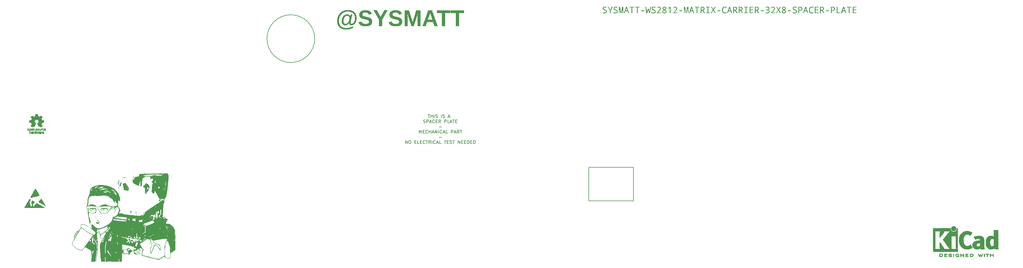
<source format=gto>
G04 #@! TF.GenerationSoftware,KiCad,Pcbnew,7.0.10-1.fc39*
G04 #@! TF.CreationDate,2024-01-09T17:01:27-05:00*
G04 #@! TF.ProjectId,SYSMATT-WS2812-MATRIX-CARRIER-32X8-SPACER-PLATE,5359534d-4154-4542-9d57-53323831322d,rev?*
G04 #@! TF.SameCoordinates,Original*
G04 #@! TF.FileFunction,Legend,Top*
G04 #@! TF.FilePolarity,Positive*
%FSLAX46Y46*%
G04 Gerber Fmt 4.6, Leading zero omitted, Abs format (unit mm)*
G04 Created by KiCad (PCBNEW 7.0.10-1.fc39) date 2024-01-09 17:01:27*
%MOMM*%
%LPD*%
G01*
G04 APERTURE LIST*
%ADD10C,0.150000*%
%ADD11C,1.000000*%
%ADD12C,0.010000*%
%ADD13C,4.300000*%
G04 APERTURE END LIST*
D10*
X136144476Y55916180D02*
X136715904Y55916180D01*
X136430190Y54916180D02*
X136430190Y55916180D01*
X137049238Y54916180D02*
X137049238Y55916180D01*
X137049238Y55439990D02*
X137620666Y55439990D01*
X137620666Y54916180D02*
X137620666Y55916180D01*
X138096857Y54916180D02*
X138096857Y55916180D01*
X138525428Y54963800D02*
X138668285Y54916180D01*
X138668285Y54916180D02*
X138906380Y54916180D01*
X138906380Y54916180D02*
X139001618Y54963800D01*
X139001618Y54963800D02*
X139049237Y55011419D01*
X139049237Y55011419D02*
X139096856Y55106657D01*
X139096856Y55106657D02*
X139096856Y55201895D01*
X139096856Y55201895D02*
X139049237Y55297133D01*
X139049237Y55297133D02*
X139001618Y55344752D01*
X139001618Y55344752D02*
X138906380Y55392371D01*
X138906380Y55392371D02*
X138715904Y55439990D01*
X138715904Y55439990D02*
X138620666Y55487609D01*
X138620666Y55487609D02*
X138573047Y55535228D01*
X138573047Y55535228D02*
X138525428Y55630466D01*
X138525428Y55630466D02*
X138525428Y55725704D01*
X138525428Y55725704D02*
X138573047Y55820942D01*
X138573047Y55820942D02*
X138620666Y55868561D01*
X138620666Y55868561D02*
X138715904Y55916180D01*
X138715904Y55916180D02*
X138953999Y55916180D01*
X138953999Y55916180D02*
X139096856Y55868561D01*
X140287333Y54916180D02*
X140287333Y55916180D01*
X140715904Y54963800D02*
X140858761Y54916180D01*
X140858761Y54916180D02*
X141096856Y54916180D01*
X141096856Y54916180D02*
X141192094Y54963800D01*
X141192094Y54963800D02*
X141239713Y55011419D01*
X141239713Y55011419D02*
X141287332Y55106657D01*
X141287332Y55106657D02*
X141287332Y55201895D01*
X141287332Y55201895D02*
X141239713Y55297133D01*
X141239713Y55297133D02*
X141192094Y55344752D01*
X141192094Y55344752D02*
X141096856Y55392371D01*
X141096856Y55392371D02*
X140906380Y55439990D01*
X140906380Y55439990D02*
X140811142Y55487609D01*
X140811142Y55487609D02*
X140763523Y55535228D01*
X140763523Y55535228D02*
X140715904Y55630466D01*
X140715904Y55630466D02*
X140715904Y55725704D01*
X140715904Y55725704D02*
X140763523Y55820942D01*
X140763523Y55820942D02*
X140811142Y55868561D01*
X140811142Y55868561D02*
X140906380Y55916180D01*
X140906380Y55916180D02*
X141144475Y55916180D01*
X141144475Y55916180D02*
X141287332Y55868561D01*
X142430190Y55201895D02*
X142906380Y55201895D01*
X142334952Y54916180D02*
X142668285Y55916180D01*
X142668285Y55916180D02*
X143001618Y54916180D01*
X134739714Y53353800D02*
X134882571Y53306180D01*
X134882571Y53306180D02*
X135120666Y53306180D01*
X135120666Y53306180D02*
X135215904Y53353800D01*
X135215904Y53353800D02*
X135263523Y53401419D01*
X135263523Y53401419D02*
X135311142Y53496657D01*
X135311142Y53496657D02*
X135311142Y53591895D01*
X135311142Y53591895D02*
X135263523Y53687133D01*
X135263523Y53687133D02*
X135215904Y53734752D01*
X135215904Y53734752D02*
X135120666Y53782371D01*
X135120666Y53782371D02*
X134930190Y53829990D01*
X134930190Y53829990D02*
X134834952Y53877609D01*
X134834952Y53877609D02*
X134787333Y53925228D01*
X134787333Y53925228D02*
X134739714Y54020466D01*
X134739714Y54020466D02*
X134739714Y54115704D01*
X134739714Y54115704D02*
X134787333Y54210942D01*
X134787333Y54210942D02*
X134834952Y54258561D01*
X134834952Y54258561D02*
X134930190Y54306180D01*
X134930190Y54306180D02*
X135168285Y54306180D01*
X135168285Y54306180D02*
X135311142Y54258561D01*
X135739714Y53306180D02*
X135739714Y54306180D01*
X135739714Y54306180D02*
X136120666Y54306180D01*
X136120666Y54306180D02*
X136215904Y54258561D01*
X136215904Y54258561D02*
X136263523Y54210942D01*
X136263523Y54210942D02*
X136311142Y54115704D01*
X136311142Y54115704D02*
X136311142Y53972847D01*
X136311142Y53972847D02*
X136263523Y53877609D01*
X136263523Y53877609D02*
X136215904Y53829990D01*
X136215904Y53829990D02*
X136120666Y53782371D01*
X136120666Y53782371D02*
X135739714Y53782371D01*
X136692095Y53591895D02*
X137168285Y53591895D01*
X136596857Y53306180D02*
X136930190Y54306180D01*
X136930190Y54306180D02*
X137263523Y53306180D01*
X138168285Y53401419D02*
X138120666Y53353800D01*
X138120666Y53353800D02*
X137977809Y53306180D01*
X137977809Y53306180D02*
X137882571Y53306180D01*
X137882571Y53306180D02*
X137739714Y53353800D01*
X137739714Y53353800D02*
X137644476Y53449038D01*
X137644476Y53449038D02*
X137596857Y53544276D01*
X137596857Y53544276D02*
X137549238Y53734752D01*
X137549238Y53734752D02*
X137549238Y53877609D01*
X137549238Y53877609D02*
X137596857Y54068085D01*
X137596857Y54068085D02*
X137644476Y54163323D01*
X137644476Y54163323D02*
X137739714Y54258561D01*
X137739714Y54258561D02*
X137882571Y54306180D01*
X137882571Y54306180D02*
X137977809Y54306180D01*
X137977809Y54306180D02*
X138120666Y54258561D01*
X138120666Y54258561D02*
X138168285Y54210942D01*
X138596857Y53829990D02*
X138930190Y53829990D01*
X139073047Y53306180D02*
X138596857Y53306180D01*
X138596857Y53306180D02*
X138596857Y54306180D01*
X138596857Y54306180D02*
X139073047Y54306180D01*
X140073047Y53306180D02*
X139739714Y53782371D01*
X139501619Y53306180D02*
X139501619Y54306180D01*
X139501619Y54306180D02*
X139882571Y54306180D01*
X139882571Y54306180D02*
X139977809Y54258561D01*
X139977809Y54258561D02*
X140025428Y54210942D01*
X140025428Y54210942D02*
X140073047Y54115704D01*
X140073047Y54115704D02*
X140073047Y53972847D01*
X140073047Y53972847D02*
X140025428Y53877609D01*
X140025428Y53877609D02*
X139977809Y53829990D01*
X139977809Y53829990D02*
X139882571Y53782371D01*
X139882571Y53782371D02*
X139501619Y53782371D01*
X141263524Y53306180D02*
X141263524Y54306180D01*
X141263524Y54306180D02*
X141644476Y54306180D01*
X141644476Y54306180D02*
X141739714Y54258561D01*
X141739714Y54258561D02*
X141787333Y54210942D01*
X141787333Y54210942D02*
X141834952Y54115704D01*
X141834952Y54115704D02*
X141834952Y53972847D01*
X141834952Y53972847D02*
X141787333Y53877609D01*
X141787333Y53877609D02*
X141739714Y53829990D01*
X141739714Y53829990D02*
X141644476Y53782371D01*
X141644476Y53782371D02*
X141263524Y53782371D01*
X142739714Y53306180D02*
X142263524Y53306180D01*
X142263524Y53306180D02*
X142263524Y54306180D01*
X143025429Y53591895D02*
X143501619Y53591895D01*
X142930191Y53306180D02*
X143263524Y54306180D01*
X143263524Y54306180D02*
X143596857Y53306180D01*
X143787334Y54306180D02*
X144358762Y54306180D01*
X144073048Y53306180D02*
X144073048Y54306180D01*
X144692096Y53829990D02*
X145025429Y53829990D01*
X145168286Y53306180D02*
X144692096Y53306180D01*
X144692096Y53306180D02*
X144692096Y54306180D01*
X144692096Y54306180D02*
X145168286Y54306180D01*
X139573048Y52077133D02*
X140334953Y52077133D01*
X133430190Y50086180D02*
X133430190Y51086180D01*
X133430190Y51086180D02*
X133763523Y50371895D01*
X133763523Y50371895D02*
X134096856Y51086180D01*
X134096856Y51086180D02*
X134096856Y50086180D01*
X134573047Y50609990D02*
X134906380Y50609990D01*
X135049237Y50086180D02*
X134573047Y50086180D01*
X134573047Y50086180D02*
X134573047Y51086180D01*
X134573047Y51086180D02*
X135049237Y51086180D01*
X136049237Y50181419D02*
X136001618Y50133800D01*
X136001618Y50133800D02*
X135858761Y50086180D01*
X135858761Y50086180D02*
X135763523Y50086180D01*
X135763523Y50086180D02*
X135620666Y50133800D01*
X135620666Y50133800D02*
X135525428Y50229038D01*
X135525428Y50229038D02*
X135477809Y50324276D01*
X135477809Y50324276D02*
X135430190Y50514752D01*
X135430190Y50514752D02*
X135430190Y50657609D01*
X135430190Y50657609D02*
X135477809Y50848085D01*
X135477809Y50848085D02*
X135525428Y50943323D01*
X135525428Y50943323D02*
X135620666Y51038561D01*
X135620666Y51038561D02*
X135763523Y51086180D01*
X135763523Y51086180D02*
X135858761Y51086180D01*
X135858761Y51086180D02*
X136001618Y51038561D01*
X136001618Y51038561D02*
X136049237Y50990942D01*
X136477809Y50086180D02*
X136477809Y51086180D01*
X136477809Y50609990D02*
X137049237Y50609990D01*
X137049237Y50086180D02*
X137049237Y51086180D01*
X137477809Y50371895D02*
X137953999Y50371895D01*
X137382571Y50086180D02*
X137715904Y51086180D01*
X137715904Y51086180D02*
X138049237Y50086180D01*
X138382571Y50086180D02*
X138382571Y51086180D01*
X138382571Y51086180D02*
X138953999Y50086180D01*
X138953999Y50086180D02*
X138953999Y51086180D01*
X139430190Y50086180D02*
X139430190Y51086180D01*
X140477808Y50181419D02*
X140430189Y50133800D01*
X140430189Y50133800D02*
X140287332Y50086180D01*
X140287332Y50086180D02*
X140192094Y50086180D01*
X140192094Y50086180D02*
X140049237Y50133800D01*
X140049237Y50133800D02*
X139953999Y50229038D01*
X139953999Y50229038D02*
X139906380Y50324276D01*
X139906380Y50324276D02*
X139858761Y50514752D01*
X139858761Y50514752D02*
X139858761Y50657609D01*
X139858761Y50657609D02*
X139906380Y50848085D01*
X139906380Y50848085D02*
X139953999Y50943323D01*
X139953999Y50943323D02*
X140049237Y51038561D01*
X140049237Y51038561D02*
X140192094Y51086180D01*
X140192094Y51086180D02*
X140287332Y51086180D01*
X140287332Y51086180D02*
X140430189Y51038561D01*
X140430189Y51038561D02*
X140477808Y50990942D01*
X140858761Y50371895D02*
X141334951Y50371895D01*
X140763523Y50086180D02*
X141096856Y51086180D01*
X141096856Y51086180D02*
X141430189Y50086180D01*
X142239713Y50086180D02*
X141763523Y50086180D01*
X141763523Y50086180D02*
X141763523Y51086180D01*
X143334952Y50086180D02*
X143334952Y51086180D01*
X143334952Y51086180D02*
X143715904Y51086180D01*
X143715904Y51086180D02*
X143811142Y51038561D01*
X143811142Y51038561D02*
X143858761Y50990942D01*
X143858761Y50990942D02*
X143906380Y50895704D01*
X143906380Y50895704D02*
X143906380Y50752847D01*
X143906380Y50752847D02*
X143858761Y50657609D01*
X143858761Y50657609D02*
X143811142Y50609990D01*
X143811142Y50609990D02*
X143715904Y50562371D01*
X143715904Y50562371D02*
X143334952Y50562371D01*
X144287333Y50371895D02*
X144763523Y50371895D01*
X144192095Y50086180D02*
X144525428Y51086180D01*
X144525428Y51086180D02*
X144858761Y50086180D01*
X145763523Y50086180D02*
X145430190Y50562371D01*
X145192095Y50086180D02*
X145192095Y51086180D01*
X145192095Y51086180D02*
X145573047Y51086180D01*
X145573047Y51086180D02*
X145668285Y51038561D01*
X145668285Y51038561D02*
X145715904Y50990942D01*
X145715904Y50990942D02*
X145763523Y50895704D01*
X145763523Y50895704D02*
X145763523Y50752847D01*
X145763523Y50752847D02*
X145715904Y50657609D01*
X145715904Y50657609D02*
X145668285Y50609990D01*
X145668285Y50609990D02*
X145573047Y50562371D01*
X145573047Y50562371D02*
X145192095Y50562371D01*
X146049238Y51086180D02*
X146620666Y51086180D01*
X146334952Y50086180D02*
X146334952Y51086180D01*
X139573048Y48857133D02*
X140334953Y48857133D01*
X129168285Y46866180D02*
X129168285Y47866180D01*
X129168285Y47866180D02*
X129739713Y46866180D01*
X129739713Y46866180D02*
X129739713Y47866180D01*
X130406380Y47866180D02*
X130596856Y47866180D01*
X130596856Y47866180D02*
X130692094Y47818561D01*
X130692094Y47818561D02*
X130787332Y47723323D01*
X130787332Y47723323D02*
X130834951Y47532847D01*
X130834951Y47532847D02*
X130834951Y47199514D01*
X130834951Y47199514D02*
X130787332Y47009038D01*
X130787332Y47009038D02*
X130692094Y46913800D01*
X130692094Y46913800D02*
X130596856Y46866180D01*
X130596856Y46866180D02*
X130406380Y46866180D01*
X130406380Y46866180D02*
X130311142Y46913800D01*
X130311142Y46913800D02*
X130215904Y47009038D01*
X130215904Y47009038D02*
X130168285Y47199514D01*
X130168285Y47199514D02*
X130168285Y47532847D01*
X130168285Y47532847D02*
X130215904Y47723323D01*
X130215904Y47723323D02*
X130311142Y47818561D01*
X130311142Y47818561D02*
X130406380Y47866180D01*
X132025428Y47389990D02*
X132358761Y47389990D01*
X132501618Y46866180D02*
X132025428Y46866180D01*
X132025428Y46866180D02*
X132025428Y47866180D01*
X132025428Y47866180D02*
X132501618Y47866180D01*
X133406380Y46866180D02*
X132930190Y46866180D01*
X132930190Y46866180D02*
X132930190Y47866180D01*
X133739714Y47389990D02*
X134073047Y47389990D01*
X134215904Y46866180D02*
X133739714Y46866180D01*
X133739714Y46866180D02*
X133739714Y47866180D01*
X133739714Y47866180D02*
X134215904Y47866180D01*
X135215904Y46961419D02*
X135168285Y46913800D01*
X135168285Y46913800D02*
X135025428Y46866180D01*
X135025428Y46866180D02*
X134930190Y46866180D01*
X134930190Y46866180D02*
X134787333Y46913800D01*
X134787333Y46913800D02*
X134692095Y47009038D01*
X134692095Y47009038D02*
X134644476Y47104276D01*
X134644476Y47104276D02*
X134596857Y47294752D01*
X134596857Y47294752D02*
X134596857Y47437609D01*
X134596857Y47437609D02*
X134644476Y47628085D01*
X134644476Y47628085D02*
X134692095Y47723323D01*
X134692095Y47723323D02*
X134787333Y47818561D01*
X134787333Y47818561D02*
X134930190Y47866180D01*
X134930190Y47866180D02*
X135025428Y47866180D01*
X135025428Y47866180D02*
X135168285Y47818561D01*
X135168285Y47818561D02*
X135215904Y47770942D01*
X135501619Y47866180D02*
X136073047Y47866180D01*
X135787333Y46866180D02*
X135787333Y47866180D01*
X136977809Y46866180D02*
X136644476Y47342371D01*
X136406381Y46866180D02*
X136406381Y47866180D01*
X136406381Y47866180D02*
X136787333Y47866180D01*
X136787333Y47866180D02*
X136882571Y47818561D01*
X136882571Y47818561D02*
X136930190Y47770942D01*
X136930190Y47770942D02*
X136977809Y47675704D01*
X136977809Y47675704D02*
X136977809Y47532847D01*
X136977809Y47532847D02*
X136930190Y47437609D01*
X136930190Y47437609D02*
X136882571Y47389990D01*
X136882571Y47389990D02*
X136787333Y47342371D01*
X136787333Y47342371D02*
X136406381Y47342371D01*
X137406381Y46866180D02*
X137406381Y47866180D01*
X138453999Y46961419D02*
X138406380Y46913800D01*
X138406380Y46913800D02*
X138263523Y46866180D01*
X138263523Y46866180D02*
X138168285Y46866180D01*
X138168285Y46866180D02*
X138025428Y46913800D01*
X138025428Y46913800D02*
X137930190Y47009038D01*
X137930190Y47009038D02*
X137882571Y47104276D01*
X137882571Y47104276D02*
X137834952Y47294752D01*
X137834952Y47294752D02*
X137834952Y47437609D01*
X137834952Y47437609D02*
X137882571Y47628085D01*
X137882571Y47628085D02*
X137930190Y47723323D01*
X137930190Y47723323D02*
X138025428Y47818561D01*
X138025428Y47818561D02*
X138168285Y47866180D01*
X138168285Y47866180D02*
X138263523Y47866180D01*
X138263523Y47866180D02*
X138406380Y47818561D01*
X138406380Y47818561D02*
X138453999Y47770942D01*
X138834952Y47151895D02*
X139311142Y47151895D01*
X138739714Y46866180D02*
X139073047Y47866180D01*
X139073047Y47866180D02*
X139406380Y46866180D01*
X140215904Y46866180D02*
X139739714Y46866180D01*
X139739714Y46866180D02*
X139739714Y47866180D01*
X141168286Y47866180D02*
X141739714Y47866180D01*
X141454000Y46866180D02*
X141454000Y47866180D01*
X142073048Y47389990D02*
X142406381Y47389990D01*
X142549238Y46866180D02*
X142073048Y46866180D01*
X142073048Y46866180D02*
X142073048Y47866180D01*
X142073048Y47866180D02*
X142549238Y47866180D01*
X142930191Y46913800D02*
X143073048Y46866180D01*
X143073048Y46866180D02*
X143311143Y46866180D01*
X143311143Y46866180D02*
X143406381Y46913800D01*
X143406381Y46913800D02*
X143454000Y46961419D01*
X143454000Y46961419D02*
X143501619Y47056657D01*
X143501619Y47056657D02*
X143501619Y47151895D01*
X143501619Y47151895D02*
X143454000Y47247133D01*
X143454000Y47247133D02*
X143406381Y47294752D01*
X143406381Y47294752D02*
X143311143Y47342371D01*
X143311143Y47342371D02*
X143120667Y47389990D01*
X143120667Y47389990D02*
X143025429Y47437609D01*
X143025429Y47437609D02*
X142977810Y47485228D01*
X142977810Y47485228D02*
X142930191Y47580466D01*
X142930191Y47580466D02*
X142930191Y47675704D01*
X142930191Y47675704D02*
X142977810Y47770942D01*
X142977810Y47770942D02*
X143025429Y47818561D01*
X143025429Y47818561D02*
X143120667Y47866180D01*
X143120667Y47866180D02*
X143358762Y47866180D01*
X143358762Y47866180D02*
X143501619Y47818561D01*
X143787334Y47866180D02*
X144358762Y47866180D01*
X144073048Y46866180D02*
X144073048Y47866180D01*
X145454001Y46866180D02*
X145454001Y47866180D01*
X145454001Y47866180D02*
X146025429Y46866180D01*
X146025429Y46866180D02*
X146025429Y47866180D01*
X146501620Y47389990D02*
X146834953Y47389990D01*
X146977810Y46866180D02*
X146501620Y46866180D01*
X146501620Y46866180D02*
X146501620Y47866180D01*
X146501620Y47866180D02*
X146977810Y47866180D01*
X147406382Y47389990D02*
X147739715Y47389990D01*
X147882572Y46866180D02*
X147406382Y46866180D01*
X147406382Y46866180D02*
X147406382Y47866180D01*
X147406382Y47866180D02*
X147882572Y47866180D01*
X148311144Y46866180D02*
X148311144Y47866180D01*
X148311144Y47866180D02*
X148549239Y47866180D01*
X148549239Y47866180D02*
X148692096Y47818561D01*
X148692096Y47818561D02*
X148787334Y47723323D01*
X148787334Y47723323D02*
X148834953Y47628085D01*
X148834953Y47628085D02*
X148882572Y47437609D01*
X148882572Y47437609D02*
X148882572Y47294752D01*
X148882572Y47294752D02*
X148834953Y47104276D01*
X148834953Y47104276D02*
X148787334Y47009038D01*
X148787334Y47009038D02*
X148692096Y46913800D01*
X148692096Y46913800D02*
X148549239Y46866180D01*
X148549239Y46866180D02*
X148311144Y46866180D01*
X149311144Y47389990D02*
X149644477Y47389990D01*
X149787334Y46866180D02*
X149311144Y46866180D01*
X149311144Y46866180D02*
X149311144Y47866180D01*
X149311144Y47866180D02*
X149787334Y47866180D01*
X150215906Y46866180D02*
X150215906Y47866180D01*
X150215906Y47866180D02*
X150454001Y47866180D01*
X150454001Y47866180D02*
X150596858Y47818561D01*
X150596858Y47818561D02*
X150692096Y47723323D01*
X150692096Y47723323D02*
X150739715Y47628085D01*
X150739715Y47628085D02*
X150787334Y47437609D01*
X150787334Y47437609D02*
X150787334Y47294752D01*
X150787334Y47294752D02*
X150739715Y47104276D01*
X150739715Y47104276D02*
X150692096Y47009038D01*
X150692096Y47009038D02*
X150596858Y46913800D01*
X150596858Y46913800D02*
X150454001Y46866180D01*
X150454001Y46866180D02*
X150215906Y46866180D01*
X101103001Y79453000D02*
G75*
G03*
X86309817Y79453000I-7396592J0D01*
G01*
X86309817Y79453000D02*
G75*
G03*
X101103001Y79453000I7396592J0D01*
G01*
X185874001Y39501000D02*
X199717001Y39501000D01*
X199717001Y29087000D01*
X185874001Y29087000D01*
X185874001Y39501000D01*
G36*
X190193928Y87402526D02*
G01*
X190193928Y87644815D01*
X190230095Y87630559D01*
X190266178Y87617223D01*
X190302178Y87604806D01*
X190338093Y87593310D01*
X190373924Y87582733D01*
X190409671Y87573076D01*
X190445334Y87564338D01*
X190480914Y87556521D01*
X190516409Y87549623D01*
X190551820Y87543645D01*
X190587148Y87538586D01*
X190622391Y87534447D01*
X190657551Y87531228D01*
X190692626Y87528929D01*
X190727618Y87527549D01*
X190762526Y87527090D01*
X190792098Y87527414D01*
X190820732Y87528387D01*
X190848427Y87530009D01*
X190875183Y87532280D01*
X190901000Y87535199D01*
X190925878Y87538767D01*
X190949818Y87542984D01*
X190972819Y87547850D01*
X190994881Y87553365D01*
X191016004Y87559528D01*
X191036188Y87566340D01*
X191055434Y87573801D01*
X191073741Y87581911D01*
X191107538Y87600076D01*
X191137580Y87620837D01*
X191163866Y87644193D01*
X191186398Y87670143D01*
X191205174Y87698689D01*
X191220195Y87729830D01*
X191231460Y87763566D01*
X191238971Y87799897D01*
X191242726Y87838824D01*
X191243196Y87859260D01*
X191242346Y87885425D01*
X191239795Y87910431D01*
X191235545Y87934277D01*
X191229594Y87956965D01*
X191221944Y87978493D01*
X191212593Y87998862D01*
X191201542Y88018072D01*
X191188790Y88036122D01*
X191174339Y88053014D01*
X191158188Y88068746D01*
X191146475Y88078590D01*
X191126593Y88093310D01*
X191103216Y88108529D01*
X191085689Y88118951D01*
X191066610Y88129595D01*
X191045977Y88140460D01*
X191023791Y88151546D01*
X191000052Y88162854D01*
X190974759Y88174383D01*
X190947914Y88186133D01*
X190919515Y88198105D01*
X190889562Y88210298D01*
X190858057Y88222712D01*
X190824998Y88235348D01*
X190790387Y88248205D01*
X190754221Y88261284D01*
X190719131Y88274013D01*
X190685299Y88287044D01*
X190652727Y88300376D01*
X190621414Y88314009D01*
X190591361Y88327945D01*
X190562567Y88342181D01*
X190535033Y88356720D01*
X190508757Y88371559D01*
X190483742Y88386700D01*
X190459985Y88402143D01*
X190437488Y88417887D01*
X190416250Y88433933D01*
X190396272Y88450280D01*
X190377553Y88466928D01*
X190360094Y88483878D01*
X190343893Y88501130D01*
X190328869Y88518857D01*
X190314813Y88537232D01*
X190301727Y88556256D01*
X190289610Y88575929D01*
X190278463Y88596251D01*
X190268285Y88617222D01*
X190259076Y88638841D01*
X190250837Y88661109D01*
X190243567Y88684026D01*
X190237266Y88707592D01*
X190231935Y88731806D01*
X190227573Y88756669D01*
X190224180Y88782181D01*
X190221757Y88808342D01*
X190220303Y88835151D01*
X190219818Y88862609D01*
X190220507Y88892064D01*
X190222573Y88920709D01*
X190226018Y88948545D01*
X190230840Y88975572D01*
X190237039Y89001790D01*
X190244616Y89027199D01*
X190253571Y89051798D01*
X190263904Y89075589D01*
X190275614Y89098571D01*
X190288702Y89120744D01*
X190303168Y89142107D01*
X190319011Y89162662D01*
X190336232Y89182407D01*
X190354831Y89201344D01*
X190374807Y89219471D01*
X190396161Y89236789D01*
X190418777Y89253175D01*
X190442415Y89268503D01*
X190467076Y89282774D01*
X190492759Y89295988D01*
X190519466Y89308145D01*
X190547195Y89319244D01*
X190575947Y89329287D01*
X190605722Y89338272D01*
X190636519Y89346201D01*
X190668340Y89353072D01*
X190701183Y89358886D01*
X190735048Y89363643D01*
X190769937Y89367343D01*
X190805848Y89369986D01*
X190842782Y89371571D01*
X190880739Y89372100D01*
X190900344Y89371996D01*
X190939217Y89371160D01*
X190977640Y89369488D01*
X191015612Y89366981D01*
X191053134Y89363638D01*
X191090205Y89359459D01*
X191126826Y89354444D01*
X191162997Y89348594D01*
X191198718Y89341908D01*
X191233988Y89334386D01*
X191268808Y89326028D01*
X191303177Y89316835D01*
X191337096Y89306806D01*
X191370565Y89295941D01*
X191403584Y89284240D01*
X191436152Y89271703D01*
X191452267Y89265122D01*
X191364340Y89039441D01*
X191331323Y89052455D01*
X191298585Y89064629D01*
X191266126Y89075963D01*
X191233945Y89086458D01*
X191202043Y89096113D01*
X191170419Y89104929D01*
X191139074Y89112905D01*
X191108007Y89120041D01*
X191077219Y89126338D01*
X191046710Y89131796D01*
X191016479Y89136413D01*
X190986527Y89140191D01*
X190956853Y89143130D01*
X190927458Y89145229D01*
X190898342Y89146488D01*
X190869504Y89146908D01*
X190844740Y89146628D01*
X190820762Y89145788D01*
X190797571Y89144388D01*
X190775165Y89142428D01*
X190753546Y89139908D01*
X190732713Y89136827D01*
X190712666Y89133187D01*
X190693405Y89128987D01*
X190657242Y89118906D01*
X190624223Y89106585D01*
X190594349Y89092024D01*
X190567620Y89075223D01*
X190544035Y89056181D01*
X190523595Y89034900D01*
X190506300Y89011378D01*
X190492149Y88985616D01*
X190481143Y88957614D01*
X190473281Y88927372D01*
X190468564Y88894890D01*
X190466992Y88860167D01*
X190467782Y88834365D01*
X190470152Y88809534D01*
X190474102Y88785673D01*
X190479631Y88762783D01*
X190486741Y88740862D01*
X190495431Y88719912D01*
X190505700Y88699933D01*
X190517550Y88680923D01*
X190530980Y88662884D01*
X190545989Y88645815D01*
X190556873Y88634975D01*
X190575413Y88618927D01*
X190597328Y88602655D01*
X190613812Y88591683D01*
X190631797Y88580612D01*
X190651281Y88569442D01*
X190672265Y88558172D01*
X190694748Y88546803D01*
X190718732Y88535335D01*
X190744215Y88523768D01*
X190771198Y88512102D01*
X190799681Y88500336D01*
X190829664Y88488471D01*
X190861146Y88476507D01*
X190894129Y88464444D01*
X190928611Y88452281D01*
X190949518Y88444733D01*
X190969987Y88437169D01*
X190990017Y88429590D01*
X191009608Y88421995D01*
X191028760Y88414386D01*
X191047473Y88406761D01*
X191065747Y88399120D01*
X191100979Y88383794D01*
X191134456Y88368407D01*
X191166177Y88352959D01*
X191196143Y88337449D01*
X191224353Y88321879D01*
X191250807Y88306247D01*
X191275506Y88290554D01*
X191298450Y88274801D01*
X191319638Y88258986D01*
X191339070Y88243110D01*
X191356748Y88227173D01*
X191372669Y88211176D01*
X191379972Y88203154D01*
X191393695Y88186809D01*
X191406533Y88169891D01*
X191418486Y88152401D01*
X191429553Y88134338D01*
X191439735Y88115703D01*
X191449031Y88096496D01*
X191457442Y88076716D01*
X191464968Y88056364D01*
X191471608Y88035439D01*
X191477363Y88013942D01*
X191482233Y87991872D01*
X191486217Y87969230D01*
X191489316Y87946016D01*
X191491530Y87922229D01*
X191492858Y87897869D01*
X191493300Y87872937D01*
X191492556Y87840466D01*
X191490324Y87808877D01*
X191486603Y87778169D01*
X191481393Y87748343D01*
X191474696Y87719398D01*
X191466510Y87691335D01*
X191456836Y87664154D01*
X191445673Y87637854D01*
X191433022Y87612435D01*
X191418883Y87587898D01*
X191403255Y87564243D01*
X191386139Y87541469D01*
X191367534Y87519577D01*
X191347441Y87498567D01*
X191325860Y87478437D01*
X191302791Y87459190D01*
X191278412Y87440971D01*
X191252782Y87423927D01*
X191225900Y87408059D01*
X191197766Y87393367D01*
X191168381Y87379849D01*
X191137744Y87367507D01*
X191105855Y87356341D01*
X191072714Y87346350D01*
X191038322Y87337534D01*
X191002677Y87329894D01*
X190965782Y87323429D01*
X190927634Y87318140D01*
X190908091Y87315936D01*
X190888234Y87314026D01*
X190868065Y87312410D01*
X190847583Y87311087D01*
X190826788Y87310059D01*
X190805680Y87309324D01*
X190784259Y87308883D01*
X190762526Y87308736D01*
X190739936Y87308828D01*
X190717657Y87309103D01*
X190695690Y87309561D01*
X190674033Y87310202D01*
X190652688Y87311026D01*
X190631653Y87312034D01*
X190610930Y87313224D01*
X190590518Y87314598D01*
X190570416Y87316155D01*
X190550626Y87317896D01*
X190531147Y87319819D01*
X190493121Y87324215D01*
X190456340Y87329344D01*
X190420802Y87335206D01*
X190386509Y87341801D01*
X190353460Y87349128D01*
X190321655Y87357188D01*
X190291094Y87365981D01*
X190261777Y87375506D01*
X190233705Y87385765D01*
X190206876Y87396755D01*
X190193928Y87402526D01*
G37*
G36*
X192521074Y88333091D02*
G01*
X193044731Y89340837D01*
X193320725Y89340837D01*
X192651500Y88121577D01*
X192651500Y87340000D01*
X192395045Y87340000D01*
X192395045Y88121577D01*
X191725819Y89340837D01*
X192004745Y89340837D01*
X192521074Y88333091D01*
G37*
G36*
X193554710Y87402526D02*
G01*
X193554710Y87644815D01*
X193590877Y87630559D01*
X193626960Y87617223D01*
X193662959Y87604806D01*
X193698874Y87593310D01*
X193734705Y87582733D01*
X193770453Y87573076D01*
X193806116Y87564338D01*
X193841695Y87556521D01*
X193877191Y87549623D01*
X193912602Y87543645D01*
X193947929Y87538586D01*
X193983173Y87534447D01*
X194018332Y87531228D01*
X194053408Y87528929D01*
X194088400Y87527549D01*
X194123307Y87527090D01*
X194152880Y87527414D01*
X194181513Y87528387D01*
X194209208Y87530009D01*
X194235964Y87532280D01*
X194261781Y87535199D01*
X194286660Y87538767D01*
X194310600Y87542984D01*
X194333600Y87547850D01*
X194355662Y87553365D01*
X194376786Y87559528D01*
X194396970Y87566340D01*
X194416215Y87573801D01*
X194434522Y87581911D01*
X194468319Y87600076D01*
X194498361Y87620837D01*
X194524648Y87644193D01*
X194547179Y87670143D01*
X194565955Y87698689D01*
X194580976Y87729830D01*
X194592242Y87763566D01*
X194599753Y87799897D01*
X194603508Y87838824D01*
X194603977Y87859260D01*
X194603127Y87885425D01*
X194600577Y87910431D01*
X194596326Y87934277D01*
X194590376Y87956965D01*
X194582725Y87978493D01*
X194573374Y87998862D01*
X194562323Y88018072D01*
X194549572Y88036122D01*
X194535121Y88053014D01*
X194518969Y88068746D01*
X194507257Y88078590D01*
X194487375Y88093310D01*
X194463997Y88108529D01*
X194446471Y88118951D01*
X194427391Y88129595D01*
X194406759Y88140460D01*
X194384573Y88151546D01*
X194360833Y88162854D01*
X194335541Y88174383D01*
X194308695Y88186133D01*
X194280296Y88198105D01*
X194250344Y88210298D01*
X194218839Y88222712D01*
X194185780Y88235348D01*
X194151168Y88248205D01*
X194115003Y88261284D01*
X194079912Y88274013D01*
X194046081Y88287044D01*
X194013509Y88300376D01*
X193982196Y88314009D01*
X193952143Y88327945D01*
X193923349Y88342181D01*
X193895814Y88356720D01*
X193869539Y88371559D01*
X193844523Y88386700D01*
X193820767Y88402143D01*
X193798270Y88417887D01*
X193777032Y88433933D01*
X193757054Y88450280D01*
X193738335Y88466928D01*
X193720875Y88483878D01*
X193704675Y88501130D01*
X193689650Y88518857D01*
X193675595Y88537232D01*
X193662509Y88556256D01*
X193650392Y88575929D01*
X193639245Y88596251D01*
X193629067Y88617222D01*
X193619858Y88638841D01*
X193611618Y88661109D01*
X193604348Y88684026D01*
X193598048Y88707592D01*
X193592716Y88731806D01*
X193588354Y88756669D01*
X193584962Y88782181D01*
X193582538Y88808342D01*
X193581084Y88835151D01*
X193580600Y88862609D01*
X193581288Y88892064D01*
X193583355Y88920709D01*
X193586799Y88948545D01*
X193591621Y88975572D01*
X193597821Y89001790D01*
X193605398Y89027199D01*
X193614353Y89051798D01*
X193624685Y89075589D01*
X193636396Y89098571D01*
X193649484Y89120744D01*
X193663949Y89142107D01*
X193679793Y89162662D01*
X193697014Y89182407D01*
X193715613Y89201344D01*
X193735589Y89219471D01*
X193756943Y89236789D01*
X193779558Y89253175D01*
X193803196Y89268503D01*
X193827857Y89282774D01*
X193853541Y89295988D01*
X193880247Y89308145D01*
X193907977Y89319244D01*
X193936729Y89329287D01*
X193966503Y89338272D01*
X193997301Y89346201D01*
X194029121Y89353072D01*
X194061964Y89358886D01*
X194095830Y89363643D01*
X194130718Y89367343D01*
X194166630Y89369986D01*
X194203564Y89371571D01*
X194241521Y89372100D01*
X194261126Y89371996D01*
X194299999Y89371160D01*
X194338421Y89369488D01*
X194376393Y89366981D01*
X194413915Y89363638D01*
X194450987Y89359459D01*
X194487608Y89354444D01*
X194523779Y89348594D01*
X194559499Y89341908D01*
X194594769Y89334386D01*
X194629589Y89326028D01*
X194663959Y89316835D01*
X194697878Y89306806D01*
X194731347Y89295941D01*
X194764366Y89284240D01*
X194796934Y89271703D01*
X194813049Y89265122D01*
X194725122Y89039441D01*
X194692105Y89052455D01*
X194659367Y89064629D01*
X194626907Y89075963D01*
X194594726Y89086458D01*
X194562824Y89096113D01*
X194531200Y89104929D01*
X194499855Y89112905D01*
X194468789Y89120041D01*
X194438001Y89126338D01*
X194407491Y89131796D01*
X194377261Y89136413D01*
X194347308Y89140191D01*
X194317635Y89143130D01*
X194288240Y89145229D01*
X194259123Y89146488D01*
X194230286Y89146908D01*
X194205522Y89146628D01*
X194181544Y89145788D01*
X194158352Y89144388D01*
X194135947Y89142428D01*
X194114328Y89139908D01*
X194093494Y89136827D01*
X194073447Y89133187D01*
X194054187Y89128987D01*
X194018023Y89118906D01*
X193985005Y89106585D01*
X193955131Y89092024D01*
X193928401Y89075223D01*
X193904817Y89056181D01*
X193884377Y89034900D01*
X193867081Y89011378D01*
X193852930Y88985616D01*
X193841924Y88957614D01*
X193834063Y88927372D01*
X193829346Y88894890D01*
X193827773Y88860167D01*
X193828563Y88834365D01*
X193830933Y88809534D01*
X193834883Y88785673D01*
X193840413Y88762783D01*
X193847523Y88740862D01*
X193856212Y88719912D01*
X193866482Y88699933D01*
X193878332Y88680923D01*
X193891761Y88662884D01*
X193906771Y88645815D01*
X193917655Y88634975D01*
X193936195Y88618927D01*
X193958109Y88602655D01*
X193974594Y88591683D01*
X193992578Y88580612D01*
X194012062Y88569442D01*
X194033046Y88558172D01*
X194055530Y88546803D01*
X194079513Y88535335D01*
X194104997Y88523768D01*
X194131980Y88512102D01*
X194160463Y88500336D01*
X194190445Y88488471D01*
X194221928Y88476507D01*
X194254910Y88464444D01*
X194289392Y88452281D01*
X194310300Y88444733D01*
X194330769Y88437169D01*
X194350798Y88429590D01*
X194370389Y88421995D01*
X194389541Y88414386D01*
X194408255Y88406761D01*
X194426529Y88399120D01*
X194461761Y88383794D01*
X194495238Y88368407D01*
X194526959Y88352959D01*
X194556924Y88337449D01*
X194585134Y88321879D01*
X194611589Y88306247D01*
X194636288Y88290554D01*
X194659231Y88274801D01*
X194680419Y88258986D01*
X194699852Y88243110D01*
X194717529Y88227173D01*
X194733451Y88211176D01*
X194740753Y88203154D01*
X194754477Y88186809D01*
X194767315Y88169891D01*
X194779267Y88152401D01*
X194790334Y88134338D01*
X194800516Y88115703D01*
X194809813Y88096496D01*
X194818224Y88076716D01*
X194825750Y88056364D01*
X194832390Y88035439D01*
X194838145Y88013942D01*
X194843015Y87991872D01*
X194846999Y87969230D01*
X194850098Y87946016D01*
X194852311Y87922229D01*
X194853639Y87897869D01*
X194854082Y87872937D01*
X194853338Y87840466D01*
X194851105Y87808877D01*
X194847384Y87778169D01*
X194842175Y87748343D01*
X194835477Y87719398D01*
X194827291Y87691335D01*
X194817617Y87664154D01*
X194806454Y87637854D01*
X194793803Y87612435D01*
X194779664Y87587898D01*
X194764036Y87564243D01*
X194746920Y87541469D01*
X194728316Y87519577D01*
X194708223Y87498567D01*
X194686642Y87478437D01*
X194663572Y87459190D01*
X194639194Y87440971D01*
X194613564Y87423927D01*
X194586682Y87408059D01*
X194558548Y87393367D01*
X194529163Y87379849D01*
X194498525Y87367507D01*
X194466636Y87356341D01*
X194433496Y87346350D01*
X194399103Y87337534D01*
X194363459Y87329894D01*
X194326563Y87323429D01*
X194288415Y87318140D01*
X194268872Y87315936D01*
X194249016Y87314026D01*
X194228847Y87312410D01*
X194208365Y87311087D01*
X194187570Y87310059D01*
X194166462Y87309324D01*
X194145041Y87308883D01*
X194123307Y87308736D01*
X194100718Y87308828D01*
X194078439Y87309103D01*
X194056472Y87309561D01*
X194034815Y87310202D01*
X194013470Y87311026D01*
X193992435Y87312034D01*
X193971712Y87313224D01*
X193951299Y87314598D01*
X193931198Y87316155D01*
X193911407Y87317896D01*
X193891928Y87319819D01*
X193853903Y87324215D01*
X193817121Y87329344D01*
X193781584Y87335206D01*
X193747291Y87341801D01*
X193714242Y87349128D01*
X193682437Y87357188D01*
X193651876Y87365981D01*
X193622559Y87375506D01*
X193594486Y87385765D01*
X193567658Y87396755D01*
X193554710Y87402526D01*
G37*
G36*
X195771946Y87340000D02*
G01*
X195390439Y89090732D01*
X195379204Y89098548D01*
X195380737Y89075880D01*
X195382221Y89053550D01*
X195383656Y89031558D01*
X195385043Y89009903D01*
X195386381Y88988586D01*
X195387670Y88967607D01*
X195388911Y88946966D01*
X195390103Y88926662D01*
X195391247Y88906696D01*
X195392342Y88887068D01*
X195394385Y88848825D01*
X195396234Y88811933D01*
X195397889Y88776392D01*
X195399348Y88742202D01*
X195400613Y88709362D01*
X195401684Y88677874D01*
X195402560Y88647737D01*
X195403241Y88618950D01*
X195403727Y88591515D01*
X195404019Y88565431D01*
X195404117Y88540697D01*
X195404117Y87340000D01*
X195196510Y87340000D01*
X195196510Y89340837D01*
X195536008Y89340837D01*
X195876482Y87710760D01*
X195884787Y87710760D01*
X196228192Y89340837D01*
X196574528Y89340837D01*
X196574528Y87340000D01*
X196363991Y87340000D01*
X196363991Y88558283D01*
X196364163Y88586828D01*
X196364468Y88608367D01*
X196364926Y88631913D01*
X196365537Y88657467D01*
X196366300Y88685029D01*
X196367216Y88714597D01*
X196368284Y88746173D01*
X196369506Y88779757D01*
X196370880Y88815347D01*
X196372406Y88852946D01*
X196373227Y88872497D01*
X196374085Y88892551D01*
X196374982Y88913107D01*
X196375917Y88934164D01*
X196376890Y88955723D01*
X196377902Y88977784D01*
X196378951Y89000347D01*
X196380039Y89023412D01*
X196381164Y89046978D01*
X196382328Y89071047D01*
X196383531Y89095617D01*
X196372784Y89095617D01*
X195983949Y87340000D01*
X195771946Y87340000D01*
G37*
G36*
X198364829Y87340000D02*
G01*
X198101046Y87340000D01*
X197903210Y87958911D01*
X197228611Y87958911D01*
X197027843Y87340000D01*
X196766992Y87340000D01*
X197046848Y88184103D01*
X197301395Y88184103D01*
X197830425Y88184103D01*
X197647732Y88761004D01*
X197641101Y88782013D01*
X197634642Y88802785D01*
X197628354Y88823321D01*
X197622239Y88843620D01*
X197616295Y88863682D01*
X197610523Y88883507D01*
X197604922Y88903096D01*
X197599494Y88922449D01*
X197594237Y88941565D01*
X197589151Y88960444D01*
X197581846Y88988319D01*
X197574926Y89015662D01*
X197568393Y89042472D01*
X197562247Y89068750D01*
X197557044Y89043652D01*
X197551696Y89018913D01*
X197546202Y88994536D01*
X197540562Y88970519D01*
X197534776Y88946863D01*
X197528844Y88923567D01*
X197522766Y88900632D01*
X197516543Y88878058D01*
X197510173Y88855844D01*
X197503657Y88833991D01*
X197499232Y88819623D01*
X197301395Y88184103D01*
X197046848Y88184103D01*
X197430355Y89340837D01*
X197698534Y89340837D01*
X198364829Y87340000D01*
G37*
G36*
X199373063Y87340000D02*
G01*
X199116608Y87340000D01*
X199116608Y89115645D01*
X198542149Y89115645D01*
X198542149Y89340837D01*
X199946057Y89340837D01*
X199946057Y89115645D01*
X199373063Y89115645D01*
X199373063Y87340000D01*
G37*
G36*
X201053454Y87340000D02*
G01*
X200796999Y87340000D01*
X200796999Y89115645D01*
X200222540Y89115645D01*
X200222540Y89340837D01*
X201626448Y89340837D01*
X201626448Y89115645D01*
X201053454Y89115645D01*
X201053454Y87340000D01*
G37*
G36*
X202154501Y87984312D02*
G01*
X202154501Y88215366D01*
X203059665Y88215366D01*
X203059665Y87984312D01*
X202154501Y87984312D01*
G37*
G36*
X204168527Y88715575D02*
G01*
X204411793Y88715575D01*
X204611095Y88004829D01*
X204621269Y87968158D01*
X204630909Y87932884D01*
X204640015Y87899007D01*
X204648586Y87866526D01*
X204656623Y87835442D01*
X204664126Y87805755D01*
X204671095Y87777465D01*
X204677529Y87750572D01*
X204683429Y87725075D01*
X204688795Y87700975D01*
X204693626Y87678272D01*
X204697923Y87656966D01*
X204701686Y87637056D01*
X204706329Y87609811D01*
X204709769Y87585708D01*
X204711053Y87605524D01*
X204712724Y87625590D01*
X204715049Y87651141D01*
X204718025Y87682175D01*
X204721655Y87718693D01*
X204723714Y87739008D01*
X204725936Y87760695D01*
X204728322Y87783752D01*
X204730871Y87808181D01*
X204733583Y87833981D01*
X204736458Y87861151D01*
X204739496Y87889693D01*
X204742698Y87919605D01*
X204746062Y87950889D01*
X204749590Y87983544D01*
X204753281Y88017569D01*
X204757135Y88052966D01*
X204761152Y88089733D01*
X204765332Y88127872D01*
X204769675Y88167382D01*
X204774182Y88208262D01*
X204778852Y88250514D01*
X204783685Y88294137D01*
X204788681Y88339130D01*
X204793840Y88385495D01*
X204799162Y88433230D01*
X204895394Y89340837D01*
X205128890Y89340837D01*
X204871946Y87340000D01*
X204611095Y87340000D01*
X204380530Y88131346D01*
X204373706Y88154946D01*
X204367035Y88178607D01*
X204360517Y88202329D01*
X204354152Y88226113D01*
X204347939Y88249957D01*
X204341878Y88273862D01*
X204335971Y88297828D01*
X204330216Y88321856D01*
X204324614Y88345944D01*
X204319164Y88370094D01*
X204313867Y88394304D01*
X204308722Y88418576D01*
X204303731Y88442909D01*
X204298892Y88467302D01*
X204294205Y88491757D01*
X204289672Y88516273D01*
X204284170Y88487111D01*
X204278658Y88458609D01*
X204273134Y88430767D01*
X204267598Y88403586D01*
X204262051Y88377064D01*
X204256493Y88351203D01*
X204250923Y88326002D01*
X204245341Y88301461D01*
X204239749Y88277581D01*
X204234144Y88254361D01*
X204228529Y88231801D01*
X204222902Y88209901D01*
X204217263Y88188661D01*
X204211613Y88168082D01*
X204205952Y88148163D01*
X204200279Y88128904D01*
X203985833Y87340000D01*
X203724982Y87340000D01*
X203446057Y89340837D01*
X203679553Y89340837D01*
X203800697Y88433230D01*
X203804575Y88402986D01*
X203808391Y88372460D01*
X203812146Y88341651D01*
X203815840Y88310560D01*
X203819474Y88279186D01*
X203823046Y88247530D01*
X203826557Y88215591D01*
X203830006Y88183370D01*
X203833395Y88150867D01*
X203836723Y88118081D01*
X203839990Y88085013D01*
X203843196Y88051662D01*
X203846340Y88018029D01*
X203849424Y87984114D01*
X203852446Y87949916D01*
X203855408Y87915436D01*
X203858247Y87881747D01*
X203860903Y87849803D01*
X203863376Y87819603D01*
X203865666Y87791147D01*
X203867773Y87764434D01*
X203869696Y87739466D01*
X203871436Y87716242D01*
X203872993Y87694762D01*
X203874367Y87675026D01*
X203876084Y87648692D01*
X203877390Y87626283D01*
X203878489Y87602507D01*
X203878855Y87585708D01*
X203883066Y87611529D01*
X203887518Y87637457D01*
X203892210Y87663492D01*
X203897143Y87689633D01*
X203902316Y87715882D01*
X203907729Y87742237D01*
X203913383Y87768699D01*
X203919277Y87795268D01*
X203925412Y87821944D01*
X203931787Y87848727D01*
X203938403Y87875616D01*
X203945259Y87902613D01*
X203952355Y87929716D01*
X203959692Y87956926D01*
X203967269Y87984243D01*
X203975087Y88011667D01*
X204168527Y88715575D01*
G37*
G36*
X205317445Y87402526D02*
G01*
X205317445Y87644815D01*
X205353612Y87630559D01*
X205389696Y87617223D01*
X205425695Y87604806D01*
X205461610Y87593310D01*
X205497441Y87582733D01*
X205533188Y87573076D01*
X205568851Y87564338D01*
X205604431Y87556521D01*
X205639926Y87549623D01*
X205675338Y87543645D01*
X205710665Y87538586D01*
X205745908Y87534447D01*
X205781068Y87531228D01*
X205816144Y87528929D01*
X205851135Y87527549D01*
X205886043Y87527090D01*
X205915615Y87527414D01*
X205944249Y87528387D01*
X205971944Y87530009D01*
X205998700Y87532280D01*
X206024517Y87535199D01*
X206049395Y87538767D01*
X206073335Y87542984D01*
X206096336Y87547850D01*
X206118398Y87553365D01*
X206139521Y87559528D01*
X206159705Y87566340D01*
X206178951Y87573801D01*
X206197258Y87581911D01*
X206231055Y87600076D01*
X206261097Y87620837D01*
X206287383Y87644193D01*
X206309915Y87670143D01*
X206328691Y87698689D01*
X206343712Y87729830D01*
X206354978Y87763566D01*
X206362488Y87799897D01*
X206366243Y87838824D01*
X206366713Y87859260D01*
X206365863Y87885425D01*
X206363312Y87910431D01*
X206359062Y87934277D01*
X206353111Y87956965D01*
X206345461Y87978493D01*
X206336110Y87998862D01*
X206325059Y88018072D01*
X206312308Y88036122D01*
X206297856Y88053014D01*
X206281705Y88068746D01*
X206269993Y88078590D01*
X206250110Y88093310D01*
X206226733Y88108529D01*
X206209207Y88118951D01*
X206190127Y88129595D01*
X206169494Y88140460D01*
X206147308Y88151546D01*
X206123569Y88162854D01*
X206098276Y88174383D01*
X206071431Y88186133D01*
X206043032Y88198105D01*
X206013080Y88210298D01*
X205981574Y88222712D01*
X205948516Y88235348D01*
X205913904Y88248205D01*
X205877739Y88261284D01*
X205842648Y88274013D01*
X205808816Y88287044D01*
X205776244Y88300376D01*
X205744931Y88314009D01*
X205714878Y88327945D01*
X205686084Y88342181D01*
X205658550Y88356720D01*
X205632274Y88371559D01*
X205607259Y88386700D01*
X205583502Y88402143D01*
X205561005Y88417887D01*
X205539767Y88433933D01*
X205519789Y88450280D01*
X205501070Y88466928D01*
X205483611Y88483878D01*
X205467411Y88501130D01*
X205452386Y88518857D01*
X205438330Y88537232D01*
X205425244Y88556256D01*
X205413128Y88575929D01*
X205401980Y88596251D01*
X205391802Y88617222D01*
X205382593Y88638841D01*
X205374354Y88661109D01*
X205367084Y88684026D01*
X205360783Y88707592D01*
X205355452Y88731806D01*
X205351090Y88756669D01*
X205347697Y88782181D01*
X205345274Y88808342D01*
X205343820Y88835151D01*
X205343335Y88862609D01*
X205344024Y88892064D01*
X205346091Y88920709D01*
X205349535Y88948545D01*
X205354357Y88975572D01*
X205360556Y89001790D01*
X205368133Y89027199D01*
X205377088Y89051798D01*
X205387421Y89075589D01*
X205399131Y89098571D01*
X205412219Y89120744D01*
X205426685Y89142107D01*
X205442528Y89162662D01*
X205459749Y89182407D01*
X205478348Y89201344D01*
X205498324Y89219471D01*
X205519678Y89236789D01*
X205542294Y89253175D01*
X205565932Y89268503D01*
X205590593Y89282774D01*
X205616277Y89295988D01*
X205642983Y89308145D01*
X205670712Y89319244D01*
X205699464Y89329287D01*
X205729239Y89338272D01*
X205760036Y89346201D01*
X205791857Y89353072D01*
X205824700Y89358886D01*
X205858565Y89363643D01*
X205893454Y89367343D01*
X205929365Y89369986D01*
X205966299Y89371571D01*
X206004256Y89372100D01*
X206023862Y89371996D01*
X206062734Y89371160D01*
X206101157Y89369488D01*
X206139129Y89366981D01*
X206176651Y89363638D01*
X206213722Y89359459D01*
X206250343Y89354444D01*
X206286514Y89348594D01*
X206322235Y89341908D01*
X206357505Y89334386D01*
X206392325Y89326028D01*
X206426694Y89316835D01*
X206460614Y89306806D01*
X206494082Y89295941D01*
X206527101Y89284240D01*
X206559669Y89271703D01*
X206575785Y89265122D01*
X206487857Y89039441D01*
X206454840Y89052455D01*
X206422102Y89064629D01*
X206389643Y89075963D01*
X206357462Y89086458D01*
X206325560Y89096113D01*
X206293936Y89104929D01*
X206262591Y89112905D01*
X206231524Y89120041D01*
X206200736Y89126338D01*
X206170227Y89131796D01*
X206139996Y89136413D01*
X206110044Y89140191D01*
X206080370Y89143130D01*
X206050975Y89145229D01*
X206021859Y89146488D01*
X205993021Y89146908D01*
X205968257Y89146628D01*
X205944279Y89145788D01*
X205921088Y89144388D01*
X205898682Y89142428D01*
X205877063Y89139908D01*
X205856230Y89136827D01*
X205836183Y89133187D01*
X205816922Y89128987D01*
X205780759Y89118906D01*
X205747740Y89106585D01*
X205717866Y89092024D01*
X205691137Y89075223D01*
X205667552Y89056181D01*
X205647112Y89034900D01*
X205629817Y89011378D01*
X205615666Y88985616D01*
X205604660Y88957614D01*
X205596798Y88927372D01*
X205592081Y88894890D01*
X205590509Y88860167D01*
X205591299Y88834365D01*
X205593669Y88809534D01*
X205597619Y88785673D01*
X205603148Y88762783D01*
X205610258Y88740862D01*
X205618948Y88719912D01*
X205629218Y88699933D01*
X205641067Y88680923D01*
X205654497Y88662884D01*
X205669506Y88645815D01*
X205680390Y88634975D01*
X205698930Y88618927D01*
X205720845Y88602655D01*
X205737329Y88591683D01*
X205755314Y88580612D01*
X205774798Y88569442D01*
X205795782Y88558172D01*
X205818265Y88546803D01*
X205842249Y88535335D01*
X205867732Y88523768D01*
X205894715Y88512102D01*
X205923198Y88500336D01*
X205953181Y88488471D01*
X205984663Y88476507D01*
X206017646Y88464444D01*
X206052128Y88452281D01*
X206073035Y88444733D01*
X206093504Y88437169D01*
X206113534Y88429590D01*
X206133125Y88421995D01*
X206152277Y88414386D01*
X206170990Y88406761D01*
X206189265Y88399120D01*
X206224497Y88383794D01*
X206257973Y88368407D01*
X206289694Y88352959D01*
X206319660Y88337449D01*
X206347870Y88321879D01*
X206374324Y88306247D01*
X206399023Y88290554D01*
X206421967Y88274801D01*
X206443155Y88258986D01*
X206462588Y88243110D01*
X206480265Y88227173D01*
X206496186Y88211176D01*
X206503489Y88203154D01*
X206517212Y88186809D01*
X206530050Y88169891D01*
X206542003Y88152401D01*
X206553070Y88134338D01*
X206563252Y88115703D01*
X206572548Y88096496D01*
X206580959Y88076716D01*
X206588485Y88056364D01*
X206595126Y88035439D01*
X206600881Y88013942D01*
X206605750Y87991872D01*
X206609734Y87969230D01*
X206612833Y87946016D01*
X206615047Y87922229D01*
X206616375Y87897869D01*
X206616817Y87872937D01*
X206616073Y87840466D01*
X206613841Y87808877D01*
X206610120Y87778169D01*
X206604911Y87748343D01*
X206598213Y87719398D01*
X206590027Y87691335D01*
X206580353Y87664154D01*
X206569190Y87637854D01*
X206556539Y87612435D01*
X206542400Y87587898D01*
X206526772Y87564243D01*
X206509656Y87541469D01*
X206491051Y87519577D01*
X206470959Y87498567D01*
X206449377Y87478437D01*
X206426308Y87459190D01*
X206401929Y87440971D01*
X206376299Y87423927D01*
X206349417Y87408059D01*
X206321284Y87393367D01*
X206291898Y87379849D01*
X206261261Y87367507D01*
X206229372Y87356341D01*
X206196231Y87346350D01*
X206161839Y87337534D01*
X206126195Y87329894D01*
X206089299Y87323429D01*
X206051151Y87318140D01*
X206031608Y87315936D01*
X206011752Y87314026D01*
X205991582Y87312410D01*
X205971100Y87311087D01*
X205950305Y87310059D01*
X205929197Y87309324D01*
X205907777Y87308883D01*
X205886043Y87308736D01*
X205863453Y87308828D01*
X205841175Y87309103D01*
X205819207Y87309561D01*
X205797551Y87310202D01*
X205776205Y87311026D01*
X205755171Y87312034D01*
X205734447Y87313224D01*
X205714035Y87314598D01*
X205693933Y87316155D01*
X205674143Y87317896D01*
X205654664Y87319819D01*
X205616638Y87324215D01*
X205579857Y87329344D01*
X205544319Y87335206D01*
X205510026Y87341801D01*
X205476977Y87349128D01*
X205445172Y87357188D01*
X205414611Y87365981D01*
X205385294Y87375506D01*
X205357222Y87385765D01*
X205330393Y87396755D01*
X205317445Y87402526D01*
G37*
G36*
X208272784Y87340000D02*
G01*
X207020795Y87340000D01*
X207020795Y87554445D01*
X207501953Y88076147D01*
X207518506Y88094259D01*
X207534701Y88112080D01*
X207550540Y88129609D01*
X207566021Y88146848D01*
X207581146Y88163796D01*
X207595914Y88180452D01*
X207610326Y88196818D01*
X207624380Y88212893D01*
X207638078Y88228677D01*
X207651419Y88244169D01*
X207664403Y88259371D01*
X207689300Y88288902D01*
X207712770Y88317268D01*
X207734813Y88344471D01*
X207755429Y88370509D01*
X207774617Y88395384D01*
X207792378Y88419094D01*
X207808712Y88441641D01*
X207823618Y88463024D01*
X207837098Y88483243D01*
X207849149Y88502297D01*
X207854640Y88511388D01*
X207864992Y88529393D01*
X207874676Y88547628D01*
X207883692Y88566091D01*
X207892040Y88584783D01*
X207899720Y88603704D01*
X207906733Y88622855D01*
X207913077Y88642234D01*
X207918754Y88661842D01*
X207923763Y88681679D01*
X207928104Y88701745D01*
X207931777Y88722040D01*
X207934782Y88742564D01*
X207937120Y88763317D01*
X207938789Y88784299D01*
X207939791Y88805510D01*
X207940125Y88826950D01*
X207939357Y88855230D01*
X207937051Y88882368D01*
X207933209Y88908364D01*
X207927829Y88933218D01*
X207920912Y88956931D01*
X207912459Y88979501D01*
X207902468Y89000929D01*
X207890941Y89021215D01*
X207877876Y89040359D01*
X207863274Y89058361D01*
X207852686Y89069727D01*
X207835842Y89085703D01*
X207817916Y89100107D01*
X207798908Y89112940D01*
X207778818Y89124201D01*
X207757646Y89133891D01*
X207735392Y89142010D01*
X207712057Y89148557D01*
X207687639Y89153533D01*
X207662140Y89156938D01*
X207635558Y89158771D01*
X207617236Y89159120D01*
X207589770Y89158391D01*
X207562327Y89156205D01*
X207534907Y89152560D01*
X207507510Y89147458D01*
X207480136Y89140897D01*
X207452784Y89132879D01*
X207425456Y89123404D01*
X207398150Y89112470D01*
X207370868Y89100078D01*
X207343608Y89086229D01*
X207316371Y89070922D01*
X207289157Y89054157D01*
X207261966Y89035934D01*
X207234798Y89016253D01*
X207207652Y88995115D01*
X207180530Y88972519D01*
X207040334Y89136161D01*
X207056872Y89150677D01*
X207073511Y89164732D01*
X207090253Y89178326D01*
X207107097Y89191460D01*
X207124042Y89204132D01*
X207141090Y89216344D01*
X207158240Y89228095D01*
X207175492Y89239385D01*
X207192846Y89250214D01*
X207210303Y89260582D01*
X207227861Y89270490D01*
X207245521Y89279936D01*
X207263284Y89288922D01*
X207281148Y89297448D01*
X207299115Y89305512D01*
X207317184Y89313115D01*
X207353627Y89326940D01*
X207390479Y89338921D01*
X207427740Y89349059D01*
X207465409Y89357354D01*
X207503486Y89363805D01*
X207541971Y89368413D01*
X207580865Y89371178D01*
X207600465Y89371870D01*
X207620167Y89372100D01*
X207653006Y89371533D01*
X207684968Y89369833D01*
X207716051Y89367000D01*
X207746257Y89363032D01*
X207775586Y89357932D01*
X207804036Y89351698D01*
X207831609Y89344331D01*
X207858304Y89335830D01*
X207884121Y89326196D01*
X207909060Y89315428D01*
X207933122Y89303527D01*
X207956306Y89290492D01*
X207978612Y89276324D01*
X208000041Y89261023D01*
X208020592Y89244588D01*
X208040265Y89227020D01*
X208058898Y89208494D01*
X208076329Y89189185D01*
X208092557Y89169094D01*
X208107584Y89148221D01*
X208121409Y89126565D01*
X208134031Y89104127D01*
X208145451Y89080907D01*
X208155669Y89056905D01*
X208164685Y89032120D01*
X208172499Y89006552D01*
X208179111Y88980203D01*
X208184521Y88953071D01*
X208188728Y88925157D01*
X208191733Y88896460D01*
X208193537Y88866981D01*
X208194138Y88836720D01*
X208193821Y88816293D01*
X208192871Y88795801D01*
X208191287Y88775245D01*
X208189070Y88754624D01*
X208186219Y88733937D01*
X208182735Y88713186D01*
X208178617Y88692370D01*
X208173866Y88671489D01*
X208168481Y88650544D01*
X208162462Y88629533D01*
X208155811Y88608458D01*
X208148525Y88587317D01*
X208140607Y88566112D01*
X208132054Y88544842D01*
X208122868Y88523507D01*
X208113049Y88502107D01*
X208101986Y88480066D01*
X208089067Y88456685D01*
X208074295Y88431965D01*
X208057667Y88405906D01*
X208039185Y88378507D01*
X208018848Y88349768D01*
X207996656Y88319690D01*
X207972609Y88288272D01*
X207959891Y88272061D01*
X207946708Y88255515D01*
X207933062Y88238634D01*
X207918952Y88221419D01*
X207904379Y88203868D01*
X207889342Y88185982D01*
X207873841Y88167762D01*
X207857876Y88149207D01*
X207841448Y88130316D01*
X207824556Y88111091D01*
X207807201Y88091531D01*
X207789381Y88071637D01*
X207771099Y88051407D01*
X207752352Y88030842D01*
X207733142Y88009943D01*
X207713468Y87988709D01*
X207327564Y87578869D01*
X207327564Y87568122D01*
X208272784Y87568122D01*
X208272784Y87340000D01*
G37*
G36*
X209359165Y89371592D02*
G01*
X209389661Y89370070D01*
X209419401Y89367532D01*
X209448386Y89363979D01*
X209476615Y89359411D01*
X209504088Y89353828D01*
X209530806Y89347229D01*
X209556769Y89339616D01*
X209581975Y89330987D01*
X209606426Y89321343D01*
X209630122Y89310684D01*
X209653061Y89299010D01*
X209675245Y89286321D01*
X209696674Y89272617D01*
X209717347Y89257897D01*
X209737264Y89242163D01*
X209756252Y89225564D01*
X209774015Y89208251D01*
X209790553Y89190225D01*
X209805866Y89171485D01*
X209819954Y89152031D01*
X209832816Y89131864D01*
X209844454Y89110983D01*
X209854867Y89089389D01*
X209864055Y89067081D01*
X209872017Y89044059D01*
X209878755Y89020324D01*
X209884268Y88995874D01*
X209888555Y88970712D01*
X209891618Y88944835D01*
X209893455Y88918245D01*
X209894068Y88890942D01*
X209892662Y88852218D01*
X209888443Y88814570D01*
X209881411Y88777998D01*
X209871567Y88742503D01*
X209858910Y88708084D01*
X209843441Y88674741D01*
X209825159Y88642474D01*
X209804064Y88611284D01*
X209780157Y88581169D01*
X209767149Y88566516D01*
X209753437Y88552131D01*
X209739023Y88538015D01*
X209723905Y88524169D01*
X209708084Y88510592D01*
X209691560Y88497283D01*
X209674333Y88484244D01*
X209656402Y88471474D01*
X209637769Y88458972D01*
X209618432Y88446740D01*
X209598392Y88434777D01*
X209577649Y88423083D01*
X209556203Y88411658D01*
X209534054Y88400502D01*
X209560170Y88386665D01*
X209585458Y88372632D01*
X209609916Y88358402D01*
X209633545Y88343975D01*
X209656345Y88329352D01*
X209678316Y88314532D01*
X209699457Y88299516D01*
X209719770Y88284303D01*
X209739254Y88268894D01*
X209757908Y88253288D01*
X209775734Y88237486D01*
X209792730Y88221487D01*
X209808897Y88205292D01*
X209824235Y88188900D01*
X209838744Y88172311D01*
X209852424Y88155526D01*
X209865275Y88138545D01*
X209877297Y88121367D01*
X209888490Y88103992D01*
X209898854Y88086421D01*
X209908388Y88068653D01*
X209917094Y88050689D01*
X209924970Y88032528D01*
X209932017Y88014171D01*
X209938235Y87995617D01*
X209948184Y87957920D01*
X209954817Y87919436D01*
X209956890Y87899900D01*
X209958133Y87880166D01*
X209958548Y87860237D01*
X209957871Y87829477D01*
X209955838Y87799481D01*
X209952451Y87770249D01*
X209947710Y87741779D01*
X209941613Y87714073D01*
X209934162Y87687130D01*
X209925356Y87660950D01*
X209915195Y87635533D01*
X209903679Y87610880D01*
X209890809Y87586990D01*
X209876584Y87563863D01*
X209861004Y87541500D01*
X209844069Y87519900D01*
X209825779Y87499063D01*
X209806135Y87478989D01*
X209785136Y87459678D01*
X209763085Y87441400D01*
X209740164Y87424301D01*
X209716374Y87408382D01*
X209691713Y87393641D01*
X209666182Y87380080D01*
X209639781Y87367698D01*
X209612509Y87356495D01*
X209584368Y87346472D01*
X209555356Y87337628D01*
X209525475Y87329963D01*
X209494723Y87323477D01*
X209463101Y87318170D01*
X209430609Y87314043D01*
X209397247Y87311095D01*
X209363015Y87309326D01*
X209327913Y87308736D01*
X209291357Y87309292D01*
X209255816Y87310957D01*
X209221290Y87313734D01*
X209187779Y87317621D01*
X209155283Y87322618D01*
X209123802Y87328726D01*
X209093337Y87335945D01*
X209063886Y87344274D01*
X209035451Y87353713D01*
X209008031Y87364264D01*
X208981626Y87375924D01*
X208956236Y87388695D01*
X208931862Y87402577D01*
X208908502Y87417570D01*
X208886158Y87433672D01*
X208864829Y87450886D01*
X208844717Y87469156D01*
X208825902Y87488308D01*
X208808386Y87508342D01*
X208792166Y87529257D01*
X208777245Y87551054D01*
X208763620Y87573732D01*
X208751294Y87597292D01*
X208740265Y87621734D01*
X208730533Y87647057D01*
X208722099Y87673261D01*
X208714963Y87700347D01*
X208709124Y87728315D01*
X208704582Y87757164D01*
X208701338Y87786895D01*
X208699392Y87817508D01*
X208698743Y87849002D01*
X208698760Y87849979D01*
X208942986Y87849979D01*
X208943356Y87829783D01*
X208944467Y87810228D01*
X208948909Y87773042D01*
X208956313Y87738421D01*
X208966678Y87706364D01*
X208980004Y87676871D01*
X208996292Y87649944D01*
X209015542Y87625580D01*
X209037752Y87603782D01*
X209062925Y87584548D01*
X209091058Y87567878D01*
X209122154Y87553773D01*
X209156210Y87542233D01*
X209193228Y87533257D01*
X209212848Y87529730D01*
X209233208Y87526845D01*
X209254308Y87524601D01*
X209276149Y87522998D01*
X209298730Y87522037D01*
X209322051Y87521716D01*
X209345105Y87522065D01*
X209367496Y87523113D01*
X209389222Y87524859D01*
X209410284Y87527303D01*
X209430682Y87530446D01*
X209450416Y87534287D01*
X209469486Y87538827D01*
X209496846Y87546945D01*
X209522712Y87556635D01*
X209547084Y87567897D01*
X209569961Y87580729D01*
X209591345Y87595134D01*
X209611235Y87611109D01*
X209629567Y87628576D01*
X209646097Y87647270D01*
X209660823Y87667193D01*
X209673746Y87688343D01*
X209684865Y87710722D01*
X209694182Y87734328D01*
X209701695Y87759162D01*
X209707405Y87785224D01*
X209711312Y87812514D01*
X209713416Y87841031D01*
X209713817Y87860725D01*
X209713057Y87883557D01*
X209710777Y87905891D01*
X209706977Y87927727D01*
X209701658Y87949065D01*
X209694819Y87969905D01*
X209686460Y87990246D01*
X209676581Y88010090D01*
X209665182Y88029436D01*
X209652263Y88048284D01*
X209637825Y88066633D01*
X209627355Y88078590D01*
X209610078Y88096502D01*
X209590672Y88114516D01*
X209569137Y88132634D01*
X209553597Y88144770D01*
X209537111Y88156952D01*
X209519678Y88169179D01*
X209501299Y88181452D01*
X209481973Y88193771D01*
X209461701Y88206136D01*
X209440482Y88218547D01*
X209418317Y88231003D01*
X209395206Y88243505D01*
X209371148Y88256053D01*
X209346143Y88268647D01*
X209333286Y88274961D01*
X209292254Y88294012D01*
X209270765Y88283552D01*
X209249959Y88272872D01*
X209229836Y88261971D01*
X209210394Y88250850D01*
X209191635Y88239508D01*
X209173557Y88227946D01*
X209156162Y88216164D01*
X209139449Y88204161D01*
X209123418Y88191938D01*
X209108070Y88179495D01*
X209079419Y88153946D01*
X209053497Y88127517D01*
X209030303Y88100205D01*
X209009838Y88072012D01*
X208992102Y88042938D01*
X208977094Y88012982D01*
X208964815Y87982144D01*
X208955265Y87950425D01*
X208948444Y87917825D01*
X208944351Y87884342D01*
X208942986Y87849979D01*
X208698760Y87849979D01*
X208699122Y87870913D01*
X208700257Y87892500D01*
X208702148Y87913762D01*
X208704796Y87934700D01*
X208708201Y87955314D01*
X208712362Y87975603D01*
X208717280Y87995568D01*
X208722954Y88015209D01*
X208729385Y88034525D01*
X208736572Y88053517D01*
X208744517Y88072184D01*
X208753217Y88090527D01*
X208762674Y88108546D01*
X208772888Y88126240D01*
X208783859Y88143610D01*
X208795586Y88160655D01*
X208808069Y88177377D01*
X208821309Y88193773D01*
X208835306Y88209846D01*
X208850059Y88225594D01*
X208865569Y88241017D01*
X208881836Y88256116D01*
X208898859Y88270891D01*
X208916639Y88285341D01*
X208935175Y88299467D01*
X208954468Y88313269D01*
X208974517Y88326746D01*
X208995323Y88339899D01*
X209016885Y88352728D01*
X209039205Y88365232D01*
X209062280Y88377411D01*
X209086113Y88389267D01*
X209066247Y88401856D01*
X209047013Y88414651D01*
X209028409Y88427651D01*
X209010435Y88440855D01*
X208993093Y88454265D01*
X208976381Y88467881D01*
X208960299Y88481701D01*
X208944849Y88495726D01*
X208930028Y88509957D01*
X208915839Y88524392D01*
X208902280Y88539033D01*
X208889352Y88553879D01*
X208865388Y88584186D01*
X208843946Y88615314D01*
X208825026Y88647262D01*
X208808630Y88680030D01*
X208794756Y88713619D01*
X208783404Y88748029D01*
X208774575Y88783259D01*
X208768269Y88819310D01*
X208764485Y88856181D01*
X208763731Y88878729D01*
X209007955Y88878729D01*
X209008552Y88856158D01*
X209010342Y88834239D01*
X209013326Y88812973D01*
X209017503Y88792359D01*
X209022874Y88772398D01*
X209029439Y88753089D01*
X209037197Y88734433D01*
X209046148Y88716430D01*
X209056293Y88699079D01*
X209067632Y88682381D01*
X209075854Y88671612D01*
X209089633Y88655758D01*
X209105507Y88639887D01*
X209123476Y88623998D01*
X209143540Y88608093D01*
X209165699Y88592171D01*
X209189954Y88576231D01*
X209207288Y88565595D01*
X209225552Y88554951D01*
X209244748Y88544300D01*
X209264875Y88533641D01*
X209285934Y88522974D01*
X209307923Y88512300D01*
X209330844Y88501618D01*
X209350439Y88510446D01*
X209369411Y88519463D01*
X209387762Y88528672D01*
X209405491Y88538072D01*
X209422597Y88547662D01*
X209454944Y88567415D01*
X209484803Y88587932D01*
X209512173Y88609211D01*
X209537055Y88631254D01*
X209559449Y88654060D01*
X209579355Y88677630D01*
X209596773Y88701962D01*
X209611702Y88727058D01*
X209624143Y88752918D01*
X209634096Y88779540D01*
X209641561Y88806926D01*
X209646537Y88835075D01*
X209649026Y88863987D01*
X209649337Y88878729D01*
X209648577Y88903804D01*
X209646297Y88927736D01*
X209642497Y88950527D01*
X209637178Y88972175D01*
X209630339Y88992682D01*
X209621979Y89012046D01*
X209612100Y89030268D01*
X209600702Y89047349D01*
X209587783Y89063287D01*
X209573345Y89078083D01*
X209562875Y89087313D01*
X209546092Y89100146D01*
X209528167Y89111716D01*
X209509101Y89122024D01*
X209488892Y89131070D01*
X209467541Y89138854D01*
X209445048Y89145376D01*
X209421414Y89150635D01*
X209396637Y89154632D01*
X209370718Y89157367D01*
X209343657Y89158840D01*
X209324982Y89159120D01*
X209298212Y89158489D01*
X209272489Y89156596D01*
X209247814Y89153440D01*
X209224186Y89149022D01*
X209201606Y89143342D01*
X209180074Y89136400D01*
X209159589Y89128195D01*
X209140151Y89118729D01*
X209121762Y89108000D01*
X209104419Y89096008D01*
X209093440Y89087313D01*
X209078163Y89073278D01*
X209064388Y89058101D01*
X209052117Y89041782D01*
X209041347Y89024321D01*
X209032081Y89005718D01*
X209024317Y88985973D01*
X209018056Y88965086D01*
X209013298Y88943057D01*
X209010042Y88919886D01*
X209008289Y88895573D01*
X209007955Y88878729D01*
X208763731Y88878729D01*
X208763224Y88893872D01*
X208763847Y88920995D01*
X208765719Y88947407D01*
X208768839Y88973110D01*
X208773207Y88998103D01*
X208778823Y89022386D01*
X208785686Y89045959D01*
X208793798Y89068823D01*
X208803157Y89090976D01*
X208813765Y89112420D01*
X208825620Y89133154D01*
X208838723Y89153178D01*
X208853074Y89172493D01*
X208868673Y89191097D01*
X208885520Y89208992D01*
X208903615Y89226176D01*
X208922958Y89242651D01*
X208943316Y89258327D01*
X208964335Y89272991D01*
X208986013Y89286644D01*
X209008352Y89299285D01*
X209031351Y89310915D01*
X209055010Y89321534D01*
X209079329Y89331142D01*
X209104309Y89339738D01*
X209129948Y89347323D01*
X209156248Y89353896D01*
X209183209Y89359459D01*
X209210829Y89364009D01*
X209239110Y89367549D01*
X209268051Y89370077D01*
X209297652Y89371594D01*
X209327913Y89372100D01*
X209359165Y89371592D01*
G37*
G36*
X211206140Y87340000D02*
G01*
X210964340Y87340000D01*
X210964340Y88584173D01*
X210964382Y88605557D01*
X210964508Y88628190D01*
X210964718Y88652070D01*
X210965012Y88677199D01*
X210965390Y88703575D01*
X210965851Y88731199D01*
X210966397Y88760071D01*
X210967027Y88790191D01*
X210967740Y88821559D01*
X210968538Y88854175D01*
X210969420Y88888039D01*
X210970385Y88923151D01*
X210971435Y88959511D01*
X210972568Y88997119D01*
X210973785Y89035974D01*
X210974426Y89055870D01*
X210975087Y89076078D01*
X210960844Y89060347D01*
X210944740Y89043441D01*
X210926772Y89025359D01*
X210912075Y89011027D01*
X210896330Y88996033D01*
X210879537Y88980378D01*
X210861697Y88964062D01*
X210842809Y88947085D01*
X210822874Y88929446D01*
X210809002Y88917320D01*
X210607257Y88746838D01*
X210473900Y88919762D01*
X211000000Y89340837D01*
X211206140Y89340837D01*
X211206140Y87340000D01*
G37*
G36*
X213313956Y87340000D02*
G01*
X212061967Y87340000D01*
X212061967Y87554445D01*
X212543126Y88076147D01*
X212559678Y88094259D01*
X212575873Y88112080D01*
X212591712Y88129609D01*
X212607194Y88146848D01*
X212622319Y88163796D01*
X212637087Y88180452D01*
X212651498Y88196818D01*
X212665553Y88212893D01*
X212679250Y88228677D01*
X212692591Y88244169D01*
X212705575Y88259371D01*
X212730472Y88288902D01*
X212753943Y88317268D01*
X212775986Y88344471D01*
X212796601Y88370509D01*
X212815790Y88395384D01*
X212833551Y88419094D01*
X212849884Y88441641D01*
X212864791Y88463024D01*
X212878270Y88483243D01*
X212890322Y88502297D01*
X212895812Y88511388D01*
X212906164Y88529393D01*
X212915848Y88547628D01*
X212924864Y88566091D01*
X212933212Y88584783D01*
X212940892Y88603704D01*
X212947905Y88622855D01*
X212954249Y88642234D01*
X212959926Y88661842D01*
X212964935Y88681679D01*
X212969276Y88701745D01*
X212972949Y88722040D01*
X212975955Y88742564D01*
X212978292Y88763317D01*
X212979962Y88784299D01*
X212980964Y88805510D01*
X212981297Y88826950D01*
X212980529Y88855230D01*
X212978223Y88882368D01*
X212974381Y88908364D01*
X212969001Y88933218D01*
X212962085Y88956931D01*
X212953631Y88979501D01*
X212943641Y89000929D01*
X212932113Y89021215D01*
X212919048Y89040359D01*
X212904447Y89058361D01*
X212893859Y89069727D01*
X212877014Y89085703D01*
X212859088Y89100107D01*
X212840080Y89112940D01*
X212819990Y89124201D01*
X212798818Y89133891D01*
X212776565Y89142010D01*
X212753229Y89148557D01*
X212728811Y89153533D01*
X212703312Y89156938D01*
X212676730Y89158771D01*
X212658408Y89159120D01*
X212630943Y89158391D01*
X212603500Y89156205D01*
X212576080Y89152560D01*
X212548682Y89147458D01*
X212521308Y89140897D01*
X212493957Y89132879D01*
X212466628Y89123404D01*
X212439323Y89112470D01*
X212412040Y89100078D01*
X212384780Y89086229D01*
X212357543Y89070922D01*
X212330329Y89054157D01*
X212303138Y89035934D01*
X212275970Y89016253D01*
X212248825Y88995115D01*
X212221702Y88972519D01*
X212081507Y89136161D01*
X212098044Y89150677D01*
X212114684Y89164732D01*
X212131425Y89178326D01*
X212148269Y89191460D01*
X212165215Y89204132D01*
X212182263Y89216344D01*
X212199413Y89228095D01*
X212216665Y89239385D01*
X212234019Y89250214D01*
X212251475Y89260582D01*
X212269033Y89270490D01*
X212286694Y89279936D01*
X212304456Y89288922D01*
X212322321Y89297448D01*
X212340287Y89305512D01*
X212358356Y89313115D01*
X212394800Y89326940D01*
X212431652Y89338921D01*
X212468912Y89349059D01*
X212506581Y89357354D01*
X212544658Y89363805D01*
X212583143Y89368413D01*
X212622037Y89371178D01*
X212641637Y89371870D01*
X212661339Y89372100D01*
X212694179Y89371533D01*
X212726140Y89369833D01*
X212757224Y89367000D01*
X212787430Y89363032D01*
X212816758Y89357932D01*
X212845208Y89351698D01*
X212872781Y89344331D01*
X212899476Y89335830D01*
X212925293Y89326196D01*
X212950233Y89315428D01*
X212974295Y89303527D01*
X212997479Y89290492D01*
X213019785Y89276324D01*
X213041213Y89261023D01*
X213061764Y89244588D01*
X213081437Y89227020D01*
X213100070Y89208494D01*
X213117501Y89189185D01*
X213133730Y89169094D01*
X213148756Y89148221D01*
X213162581Y89126565D01*
X213175203Y89104127D01*
X213186624Y89080907D01*
X213196842Y89056905D01*
X213205858Y89032120D01*
X213213672Y89006552D01*
X213220283Y88980203D01*
X213225693Y88953071D01*
X213229900Y88925157D01*
X213232906Y88896460D01*
X213234709Y88866981D01*
X213235310Y88836720D01*
X213234993Y88816293D01*
X213234043Y88795801D01*
X213232459Y88775245D01*
X213230242Y88754624D01*
X213227391Y88733937D01*
X213223907Y88713186D01*
X213219789Y88692370D01*
X213215038Y88671489D01*
X213209653Y88650544D01*
X213203635Y88629533D01*
X213196983Y88608458D01*
X213189698Y88587317D01*
X213181779Y88566112D01*
X213173227Y88544842D01*
X213164041Y88523507D01*
X213154221Y88502107D01*
X213143158Y88480066D01*
X213130240Y88456685D01*
X213115467Y88431965D01*
X213098839Y88405906D01*
X213080357Y88378507D01*
X213060020Y88349768D01*
X213037828Y88319690D01*
X213013782Y88288272D01*
X213001063Y88272061D01*
X212987881Y88255515D01*
X212974234Y88238634D01*
X212960125Y88221419D01*
X212945551Y88203868D01*
X212930514Y88185982D01*
X212915013Y88167762D01*
X212899049Y88149207D01*
X212882621Y88130316D01*
X212865729Y88111091D01*
X212848373Y88091531D01*
X212830554Y88071637D01*
X212812271Y88051407D01*
X212793524Y88030842D01*
X212774314Y88009943D01*
X212754640Y87988709D01*
X212368736Y87578869D01*
X212368736Y87568122D01*
X213313956Y87568122D01*
X213313956Y87340000D01*
G37*
G36*
X213917236Y87984312D02*
G01*
X213917236Y88215366D01*
X214822400Y88215366D01*
X214822400Y87984312D01*
X213917236Y87984312D01*
G37*
G36*
X215936636Y87340000D02*
G01*
X215555129Y89090732D01*
X215543893Y89098548D01*
X215545426Y89075880D01*
X215546910Y89053550D01*
X215548346Y89031558D01*
X215549732Y89009903D01*
X215551070Y88988586D01*
X215552360Y88967607D01*
X215553601Y88946966D01*
X215554793Y88926662D01*
X215555936Y88906696D01*
X215557031Y88887068D01*
X215559075Y88848825D01*
X215560924Y88811933D01*
X215562578Y88776392D01*
X215564038Y88742202D01*
X215565303Y88709362D01*
X215566373Y88677874D01*
X215567249Y88647737D01*
X215567930Y88618950D01*
X215568417Y88591515D01*
X215568709Y88565431D01*
X215568806Y88540697D01*
X215568806Y87340000D01*
X215361200Y87340000D01*
X215361200Y89340837D01*
X215700697Y89340837D01*
X216041172Y87710760D01*
X216049476Y87710760D01*
X216392882Y89340837D01*
X216739218Y89340837D01*
X216739218Y87340000D01*
X216528681Y87340000D01*
X216528681Y88558283D01*
X216528852Y88586828D01*
X216529158Y88608367D01*
X216529616Y88631913D01*
X216530226Y88657467D01*
X216530989Y88685029D01*
X216531905Y88714597D01*
X216532974Y88746173D01*
X216534195Y88779757D01*
X216535569Y88815347D01*
X216537096Y88852946D01*
X216537916Y88872497D01*
X216538775Y88892551D01*
X216539672Y88913107D01*
X216540607Y88934164D01*
X216541580Y88955723D01*
X216542591Y88977784D01*
X216543640Y89000347D01*
X216544728Y89023412D01*
X216545854Y89046978D01*
X216547018Y89071047D01*
X216548220Y89095617D01*
X216537473Y89095617D01*
X216148639Y87340000D01*
X215936636Y87340000D01*
G37*
G36*
X218529518Y87340000D02*
G01*
X218265736Y87340000D01*
X218067899Y87958911D01*
X217393300Y87958911D01*
X217192533Y87340000D01*
X216931681Y87340000D01*
X217211538Y88184103D01*
X217466085Y88184103D01*
X217995115Y88184103D01*
X217812421Y88761004D01*
X217805790Y88782013D01*
X217799331Y88802785D01*
X217793044Y88823321D01*
X217786928Y88843620D01*
X217780984Y88863682D01*
X217775212Y88883507D01*
X217769612Y88903096D01*
X217764183Y88922449D01*
X217758926Y88941565D01*
X217753841Y88960444D01*
X217746535Y88988319D01*
X217739616Y89015662D01*
X217733083Y89042472D01*
X217726936Y89068750D01*
X217721734Y89043652D01*
X217716386Y89018913D01*
X217710892Y88994536D01*
X217705252Y88970519D01*
X217699466Y88946863D01*
X217693534Y88923567D01*
X217687456Y88900632D01*
X217681232Y88878058D01*
X217674862Y88855844D01*
X217668346Y88833991D01*
X217663921Y88819623D01*
X217466085Y88184103D01*
X217211538Y88184103D01*
X217595045Y89340837D01*
X217863224Y89340837D01*
X218529518Y87340000D01*
G37*
G36*
X219537752Y87340000D02*
G01*
X219281297Y87340000D01*
X219281297Y89115645D01*
X218706838Y89115645D01*
X218706838Y89340837D01*
X220110746Y89340837D01*
X220110746Y89115645D01*
X219537752Y89115645D01*
X219537752Y87340000D01*
G37*
G36*
X221036919Y89340276D02*
G01*
X221079492Y89338593D01*
X221120668Y89335788D01*
X221160449Y89331861D01*
X221198833Y89326812D01*
X221235822Y89320641D01*
X221271415Y89313348D01*
X221305613Y89304933D01*
X221338414Y89295396D01*
X221369820Y89284737D01*
X221399830Y89272956D01*
X221428444Y89260054D01*
X221455662Y89246029D01*
X221481485Y89230882D01*
X221505911Y89214613D01*
X221528942Y89197222D01*
X221550577Y89178709D01*
X221570817Y89159074D01*
X221589660Y89138318D01*
X221607108Y89116439D01*
X221623159Y89093438D01*
X221637815Y89069315D01*
X221651076Y89044070D01*
X221662940Y89017704D01*
X221673409Y88990215D01*
X221682481Y88961604D01*
X221690158Y88931871D01*
X221696439Y88901017D01*
X221701325Y88869040D01*
X221704814Y88835941D01*
X221706908Y88801720D01*
X221707606Y88766378D01*
X221707218Y88741802D01*
X221706055Y88717718D01*
X221704115Y88694125D01*
X221701401Y88671024D01*
X221697910Y88648414D01*
X221693644Y88626295D01*
X221688602Y88604667D01*
X221682785Y88583531D01*
X221676192Y88562887D01*
X221668823Y88542733D01*
X221660678Y88523071D01*
X221651758Y88503901D01*
X221642062Y88485221D01*
X221631591Y88467033D01*
X221620344Y88449337D01*
X221608321Y88432131D01*
X221595523Y88415417D01*
X221581949Y88399195D01*
X221567599Y88383464D01*
X221552474Y88368224D01*
X221536572Y88353475D01*
X221519896Y88339218D01*
X221502443Y88325452D01*
X221484215Y88312178D01*
X221465212Y88299394D01*
X221445432Y88287103D01*
X221424877Y88275302D01*
X221403546Y88263993D01*
X221381440Y88253175D01*
X221358558Y88242849D01*
X221334900Y88233014D01*
X221310467Y88223670D01*
X221855617Y87340000D01*
X221555198Y87340000D01*
X221074040Y88153328D01*
X220759455Y88153328D01*
X220759455Y87340000D01*
X220502512Y87340000D01*
X220502512Y89122484D01*
X220759455Y89122484D01*
X220759455Y88371681D01*
X220984647Y88371681D01*
X221013535Y88372038D01*
X221041456Y88373109D01*
X221068413Y88374893D01*
X221094404Y88377390D01*
X221119429Y88380602D01*
X221143489Y88384527D01*
X221166583Y88389166D01*
X221188712Y88394518D01*
X221209875Y88400584D01*
X221230073Y88407364D01*
X221249305Y88414857D01*
X221267572Y88423064D01*
X221293162Y88436712D01*
X221316579Y88451967D01*
X221330983Y88463028D01*
X221350887Y88481196D01*
X221368833Y88501262D01*
X221384822Y88523225D01*
X221398852Y88547086D01*
X221410925Y88572844D01*
X221421040Y88600501D01*
X221426696Y88619992D01*
X221431482Y88640327D01*
X221435397Y88661506D01*
X221438443Y88683528D01*
X221440618Y88706393D01*
X221441923Y88730102D01*
X221442358Y88754654D01*
X221441929Y88778710D01*
X221440641Y88801907D01*
X221438494Y88824246D01*
X221435489Y88845726D01*
X221431625Y88866347D01*
X221426902Y88886110D01*
X221421321Y88905014D01*
X221411339Y88931760D01*
X221399425Y88956574D01*
X221385579Y88979456D01*
X221369801Y89000406D01*
X221352091Y89019424D01*
X221332449Y89036510D01*
X221310656Y89051875D01*
X221286493Y89065728D01*
X221259960Y89078070D01*
X221240955Y89085458D01*
X221220897Y89092175D01*
X221199785Y89098220D01*
X221177620Y89103593D01*
X221154402Y89108295D01*
X221130130Y89112325D01*
X221104805Y89115683D01*
X221078427Y89118370D01*
X221050995Y89120385D01*
X221022510Y89121728D01*
X220992972Y89122400D01*
X220977808Y89122484D01*
X220759455Y89122484D01*
X220502512Y89122484D01*
X220502512Y89340837D01*
X220992951Y89340837D01*
X221036919Y89340276D01*
G37*
G36*
X223302512Y87340000D02*
G01*
X222236636Y87340000D01*
X222236636Y87509016D01*
X222642079Y87536371D01*
X222642079Y89144466D01*
X222236636Y89171821D01*
X222236636Y89340837D01*
X223302512Y89340837D01*
X223302512Y89171821D01*
X222898534Y89144466D01*
X222898534Y87536371D01*
X223302512Y87509016D01*
X223302512Y87340000D01*
G37*
G36*
X225220795Y87340000D02*
G01*
X224930635Y87340000D01*
X224443126Y88209016D01*
X223940474Y87340000D01*
X223680600Y87340000D01*
X224302930Y88385359D01*
X223723098Y89340837D01*
X223996650Y89340837D01*
X224451430Y88575868D01*
X224910118Y89340837D01*
X225172435Y89340837D01*
X224593091Y88393663D01*
X225220795Y87340000D01*
G37*
G36*
X225679972Y87984312D02*
G01*
X225679972Y88215366D01*
X226585136Y88215366D01*
X226585136Y87984312D01*
X225679972Y87984312D01*
G37*
G36*
X228512700Y87613551D02*
G01*
X228512700Y87390314D01*
X228487251Y87380435D01*
X228461096Y87371194D01*
X228434235Y87362590D01*
X228406668Y87354624D01*
X228378395Y87347294D01*
X228349416Y87340602D01*
X228319731Y87334548D01*
X228289340Y87329131D01*
X228258243Y87324351D01*
X228226440Y87320208D01*
X228193931Y87316703D01*
X228160716Y87313835D01*
X228126795Y87311604D01*
X228092167Y87310011D01*
X228056834Y87309055D01*
X228020795Y87308736D01*
X227994459Y87308999D01*
X227968512Y87309788D01*
X227942954Y87311102D01*
X227917786Y87312942D01*
X227893006Y87315308D01*
X227868616Y87318199D01*
X227844616Y87321616D01*
X227821004Y87325559D01*
X227797782Y87330027D01*
X227774949Y87335021D01*
X227752506Y87340541D01*
X227730451Y87346586D01*
X227708786Y87353158D01*
X227687510Y87360254D01*
X227666624Y87367877D01*
X227646127Y87376025D01*
X227626018Y87384699D01*
X227606300Y87393899D01*
X227586970Y87403624D01*
X227568030Y87413875D01*
X227549479Y87424652D01*
X227531317Y87435955D01*
X227513545Y87447783D01*
X227496161Y87460136D01*
X227479167Y87473016D01*
X227462563Y87486421D01*
X227446347Y87500352D01*
X227430521Y87514809D01*
X227415084Y87529791D01*
X227400037Y87545299D01*
X227385378Y87561333D01*
X227371109Y87577892D01*
X227357254Y87594935D01*
X227343840Y87612420D01*
X227330865Y87630347D01*
X227318330Y87648715D01*
X227306234Y87667525D01*
X227294579Y87686777D01*
X227283363Y87706470D01*
X227272588Y87726605D01*
X227262252Y87747182D01*
X227252356Y87768201D01*
X227242899Y87789662D01*
X227233883Y87811564D01*
X227225306Y87833908D01*
X227217169Y87856693D01*
X227209472Y87879921D01*
X227202215Y87903590D01*
X227195398Y87927701D01*
X227189020Y87952253D01*
X227183083Y87977248D01*
X227177585Y88002684D01*
X227172527Y88028562D01*
X227167909Y88054881D01*
X227163730Y88081642D01*
X227159992Y88108845D01*
X227156693Y88136490D01*
X227153834Y88164577D01*
X227151415Y88193105D01*
X227149436Y88222075D01*
X227147896Y88251487D01*
X227146797Y88281340D01*
X227146137Y88311635D01*
X227145917Y88342372D01*
X227146157Y88371885D01*
X227146877Y88401010D01*
X227148077Y88429747D01*
X227149756Y88458097D01*
X227151916Y88486060D01*
X227154555Y88513636D01*
X227157675Y88540824D01*
X227161274Y88567625D01*
X227165353Y88594039D01*
X227169912Y88620065D01*
X227174951Y88645704D01*
X227180470Y88670955D01*
X227186469Y88695819D01*
X227192947Y88720296D01*
X227199906Y88744385D01*
X227207344Y88768087D01*
X227215263Y88791402D01*
X227223661Y88814329D01*
X227232539Y88836869D01*
X227241897Y88859022D01*
X227251735Y88880787D01*
X227262053Y88902165D01*
X227272850Y88923156D01*
X227284128Y88943759D01*
X227295886Y88963975D01*
X227308123Y88983803D01*
X227320840Y89003245D01*
X227334038Y89022298D01*
X227347715Y89040965D01*
X227361872Y89059244D01*
X227376509Y89077136D01*
X227391625Y89094640D01*
X227407188Y89111710D01*
X227423102Y89128239D01*
X227439367Y89144225D01*
X227455983Y89159670D01*
X227472951Y89174572D01*
X227490269Y89188933D01*
X227507938Y89202752D01*
X227525959Y89216029D01*
X227544331Y89228764D01*
X227563053Y89240957D01*
X227582127Y89252608D01*
X227601552Y89263717D01*
X227621328Y89274285D01*
X227641455Y89284310D01*
X227661934Y89293793D01*
X227682763Y89302735D01*
X227703943Y89311135D01*
X227725475Y89318992D01*
X227747358Y89326308D01*
X227769591Y89333082D01*
X227792176Y89339314D01*
X227815112Y89345004D01*
X227838399Y89350152D01*
X227862037Y89354759D01*
X227886026Y89358823D01*
X227910367Y89362346D01*
X227935058Y89365326D01*
X227960101Y89367765D01*
X227985494Y89369661D01*
X228011239Y89371016D01*
X228037335Y89371829D01*
X228063782Y89372100D01*
X228101271Y89371638D01*
X228138146Y89370253D01*
X228174407Y89367944D01*
X228210053Y89364712D01*
X228245084Y89360556D01*
X228279502Y89355476D01*
X228313304Y89349473D01*
X228346493Y89342547D01*
X228379067Y89334696D01*
X228411026Y89325923D01*
X228442372Y89316226D01*
X228473102Y89305605D01*
X228503219Y89294061D01*
X228532720Y89281593D01*
X228561608Y89268201D01*
X228589881Y89253886D01*
X228482903Y89039441D01*
X228456421Y89052455D01*
X228429978Y89064629D01*
X228403573Y89075963D01*
X228377206Y89086458D01*
X228350878Y89096113D01*
X228324587Y89104929D01*
X228298335Y89112905D01*
X228272121Y89120041D01*
X228245945Y89126338D01*
X228219807Y89131796D01*
X228193708Y89136413D01*
X228167646Y89140191D01*
X228141623Y89143130D01*
X228115638Y89145229D01*
X228089691Y89146488D01*
X228063782Y89146908D01*
X228027308Y89146059D01*
X227991768Y89143512D01*
X227957164Y89139266D01*
X227923495Y89133322D01*
X227890761Y89125680D01*
X227858961Y89116340D01*
X227828097Y89105301D01*
X227798168Y89092564D01*
X227769173Y89078129D01*
X227741114Y89061996D01*
X227713990Y89044164D01*
X227687800Y89024634D01*
X227662546Y89003406D01*
X227638227Y88980479D01*
X227614842Y88955855D01*
X227592393Y88929532D01*
X227571098Y88901757D01*
X227551177Y88872776D01*
X227532630Y88842589D01*
X227515457Y88811196D01*
X227499657Y88778598D01*
X227485232Y88744793D01*
X227472180Y88709782D01*
X227460502Y88673565D01*
X227450198Y88636143D01*
X227445561Y88616979D01*
X227441268Y88597514D01*
X227437318Y88577748D01*
X227433712Y88557680D01*
X227430449Y88537310D01*
X227427529Y88516639D01*
X227424953Y88495667D01*
X227422721Y88474393D01*
X227420832Y88452818D01*
X227419286Y88430941D01*
X227418084Y88408762D01*
X227417225Y88386282D01*
X227416710Y88363501D01*
X227416538Y88340418D01*
X227416699Y88315993D01*
X227417181Y88291934D01*
X227417985Y88268240D01*
X227419110Y88244912D01*
X227420557Y88221948D01*
X227422326Y88199351D01*
X227424416Y88177118D01*
X227426827Y88155252D01*
X227429560Y88133750D01*
X227432614Y88112614D01*
X227435990Y88091843D01*
X227439688Y88071438D01*
X227443707Y88051398D01*
X227448047Y88031724D01*
X227452710Y88012415D01*
X227457693Y87993471D01*
X227468625Y87956680D01*
X227480843Y87921351D01*
X227494347Y87887483D01*
X227509137Y87855077D01*
X227525213Y87824133D01*
X227542575Y87794650D01*
X227561223Y87766629D01*
X227581158Y87740069D01*
X227602390Y87715107D01*
X227624809Y87691755D01*
X227648414Y87670014D01*
X227673207Y87649883D01*
X227699186Y87631362D01*
X227726353Y87614452D01*
X227754706Y87599153D01*
X227784246Y87585464D01*
X227814973Y87573385D01*
X227846886Y87562917D01*
X227879987Y87554059D01*
X227914275Y87546812D01*
X227949749Y87541175D01*
X227986410Y87537149D01*
X228024258Y87534734D01*
X228063293Y87533928D01*
X228086000Y87534239D01*
X228109425Y87535172D01*
X228133567Y87536728D01*
X228158426Y87538905D01*
X228184003Y87541704D01*
X228210297Y87545125D01*
X228237309Y87549169D01*
X228265038Y87553834D01*
X228293485Y87559122D01*
X228322649Y87565031D01*
X228352530Y87571563D01*
X228383129Y87578716D01*
X228414446Y87586492D01*
X228446480Y87594890D01*
X228479231Y87603910D01*
X228512700Y87613551D01*
G37*
G36*
X230292254Y87340000D02*
G01*
X230028471Y87340000D01*
X229830635Y87958911D01*
X229156036Y87958911D01*
X228955268Y87340000D01*
X228694417Y87340000D01*
X228974273Y88184103D01*
X229228820Y88184103D01*
X229757850Y88184103D01*
X229575157Y88761004D01*
X229568526Y88782013D01*
X229562067Y88802785D01*
X229555779Y88823321D01*
X229549664Y88843620D01*
X229543720Y88863682D01*
X229537948Y88883507D01*
X229532347Y88903096D01*
X229526919Y88922449D01*
X229521662Y88941565D01*
X229516576Y88960444D01*
X229509271Y88988319D01*
X229502351Y89015662D01*
X229495818Y89042472D01*
X229489672Y89068750D01*
X229484469Y89043652D01*
X229479121Y89018913D01*
X229473627Y88994536D01*
X229467987Y88970519D01*
X229462201Y88946863D01*
X229456269Y88923567D01*
X229450191Y88900632D01*
X229443968Y88878058D01*
X229437598Y88855844D01*
X229431082Y88833991D01*
X229426657Y88819623D01*
X229228820Y88184103D01*
X228974273Y88184103D01*
X229357780Y89340837D01*
X229625959Y89340837D01*
X230292254Y87340000D01*
G37*
G36*
X231119264Y89340276D02*
G01*
X231161836Y89338593D01*
X231203013Y89335788D01*
X231242793Y89331861D01*
X231281178Y89326812D01*
X231318167Y89320641D01*
X231353760Y89313348D01*
X231387957Y89304933D01*
X231420759Y89295396D01*
X231452165Y89284737D01*
X231482175Y89272956D01*
X231510789Y89260054D01*
X231538007Y89246029D01*
X231563829Y89230882D01*
X231588256Y89214613D01*
X231611287Y89197222D01*
X231632922Y89178709D01*
X231653161Y89159074D01*
X231672005Y89138318D01*
X231689452Y89116439D01*
X231705504Y89093438D01*
X231720160Y89069315D01*
X231733420Y89044070D01*
X231745285Y89017704D01*
X231755753Y88990215D01*
X231764826Y88961604D01*
X231772503Y88931871D01*
X231778784Y88901017D01*
X231783670Y88869040D01*
X231787159Y88835941D01*
X231789253Y88801720D01*
X231789951Y88766378D01*
X231789563Y88741802D01*
X231788399Y88717718D01*
X231786460Y88694125D01*
X231783745Y88671024D01*
X231780255Y88648414D01*
X231775989Y88626295D01*
X231770947Y88604667D01*
X231765129Y88583531D01*
X231758536Y88562887D01*
X231751168Y88542733D01*
X231743023Y88523071D01*
X231734103Y88503901D01*
X231724407Y88485221D01*
X231713936Y88467033D01*
X231702689Y88449337D01*
X231690666Y88432131D01*
X231677868Y88415417D01*
X231664293Y88399195D01*
X231649944Y88383464D01*
X231634818Y88368224D01*
X231618917Y88353475D01*
X231602240Y88339218D01*
X231584788Y88325452D01*
X231566560Y88312178D01*
X231547556Y88299394D01*
X231527777Y88287103D01*
X231507222Y88275302D01*
X231485891Y88263993D01*
X231463785Y88253175D01*
X231440903Y88242849D01*
X231417245Y88233014D01*
X231392812Y88223670D01*
X231937962Y87340000D01*
X231637543Y87340000D01*
X231156385Y88153328D01*
X230841800Y88153328D01*
X230841800Y87340000D01*
X230584856Y87340000D01*
X230584856Y89122484D01*
X230841800Y89122484D01*
X230841800Y88371681D01*
X231066992Y88371681D01*
X231095879Y88372038D01*
X231123801Y88373109D01*
X231150758Y88374893D01*
X231176748Y88377390D01*
X231201774Y88380602D01*
X231225834Y88384527D01*
X231248928Y88389166D01*
X231271057Y88394518D01*
X231292220Y88400584D01*
X231312418Y88407364D01*
X231331650Y88414857D01*
X231349917Y88423064D01*
X231375506Y88436712D01*
X231398924Y88451967D01*
X231413328Y88463028D01*
X231433232Y88481196D01*
X231451178Y88501262D01*
X231467167Y88523225D01*
X231481197Y88547086D01*
X231493270Y88572844D01*
X231503385Y88600501D01*
X231509041Y88619992D01*
X231513826Y88640327D01*
X231517742Y88661506D01*
X231520787Y88683528D01*
X231522963Y88706393D01*
X231524268Y88730102D01*
X231524703Y88754654D01*
X231524274Y88778710D01*
X231522986Y88801907D01*
X231520839Y88824246D01*
X231517834Y88845726D01*
X231513970Y88866347D01*
X231509247Y88886110D01*
X231503666Y88905014D01*
X231493684Y88931760D01*
X231481770Y88956574D01*
X231467924Y88979456D01*
X231452146Y89000406D01*
X231434436Y89019424D01*
X231414794Y89036510D01*
X231393001Y89051875D01*
X231368838Y89065728D01*
X231342305Y89078070D01*
X231323300Y89085458D01*
X231303241Y89092175D01*
X231282130Y89098220D01*
X231259965Y89103593D01*
X231236746Y89108295D01*
X231212475Y89112325D01*
X231187150Y89115683D01*
X231160772Y89118370D01*
X231133340Y89120385D01*
X231104855Y89121728D01*
X231075317Y89122400D01*
X231060153Y89122484D01*
X230841800Y89122484D01*
X230584856Y89122484D01*
X230584856Y89340837D01*
X231075296Y89340837D01*
X231119264Y89340276D01*
G37*
G36*
X232799655Y89340276D02*
G01*
X232842227Y89338593D01*
X232883403Y89335788D01*
X232923184Y89331861D01*
X232961569Y89326812D01*
X232998558Y89320641D01*
X233034151Y89313348D01*
X233068348Y89304933D01*
X233101150Y89295396D01*
X233132555Y89284737D01*
X233162565Y89272956D01*
X233191179Y89260054D01*
X233218398Y89246029D01*
X233244220Y89230882D01*
X233268647Y89214613D01*
X233291678Y89197222D01*
X233313313Y89178709D01*
X233333552Y89159074D01*
X233352396Y89138318D01*
X233369843Y89116439D01*
X233385895Y89093438D01*
X233400551Y89069315D01*
X233413811Y89044070D01*
X233425676Y89017704D01*
X233436144Y88990215D01*
X233445217Y88961604D01*
X233452894Y88931871D01*
X233459175Y88901017D01*
X233464060Y88869040D01*
X233467550Y88835941D01*
X233469644Y88801720D01*
X233470341Y88766378D01*
X233469954Y88741802D01*
X233468790Y88717718D01*
X233466851Y88694125D01*
X233464136Y88671024D01*
X233460646Y88648414D01*
X233456380Y88626295D01*
X233451338Y88604667D01*
X233445520Y88583531D01*
X233438927Y88562887D01*
X233431558Y88542733D01*
X233423414Y88523071D01*
X233414494Y88503901D01*
X233404798Y88485221D01*
X233394327Y88467033D01*
X233383079Y88449337D01*
X233371057Y88432131D01*
X233358258Y88415417D01*
X233344684Y88399195D01*
X233330334Y88383464D01*
X233315209Y88368224D01*
X233299308Y88353475D01*
X233282631Y88339218D01*
X233265179Y88325452D01*
X233246951Y88312178D01*
X233227947Y88299394D01*
X233208168Y88287103D01*
X233187613Y88275302D01*
X233166282Y88263993D01*
X233144176Y88253175D01*
X233121294Y88242849D01*
X233097636Y88233014D01*
X233073203Y88223670D01*
X233618353Y87340000D01*
X233317934Y87340000D01*
X232836775Y88153328D01*
X232522191Y88153328D01*
X232522191Y87340000D01*
X232265247Y87340000D01*
X232265247Y89122484D01*
X232522191Y89122484D01*
X232522191Y88371681D01*
X232747383Y88371681D01*
X232776270Y88372038D01*
X232804192Y88373109D01*
X232831148Y88374893D01*
X232857139Y88377390D01*
X232882165Y88380602D01*
X232906224Y88384527D01*
X232929319Y88389166D01*
X232951448Y88394518D01*
X232972611Y88400584D01*
X232992809Y88407364D01*
X233012041Y88414857D01*
X233030307Y88423064D01*
X233055897Y88436712D01*
X233079314Y88451967D01*
X233093719Y88463028D01*
X233113623Y88481196D01*
X233131569Y88501262D01*
X233147557Y88523225D01*
X233161588Y88547086D01*
X233173661Y88572844D01*
X233183776Y88600501D01*
X233189432Y88619992D01*
X233194217Y88640327D01*
X233198133Y88661506D01*
X233201178Y88683528D01*
X233203353Y88706393D01*
X233204659Y88730102D01*
X233205094Y88754654D01*
X233204664Y88778710D01*
X233203376Y88801907D01*
X233201230Y88824246D01*
X233198224Y88845726D01*
X233194360Y88866347D01*
X233189638Y88886110D01*
X233184056Y88905014D01*
X233174074Y88931760D01*
X233162160Y88956574D01*
X233148314Y88979456D01*
X233132536Y89000406D01*
X233114826Y89019424D01*
X233095184Y89036510D01*
X233073391Y89051875D01*
X233049229Y89065728D01*
X233022696Y89078070D01*
X233003691Y89085458D01*
X232983632Y89092175D01*
X232962520Y89098220D01*
X232940355Y89103593D01*
X232917137Y89108295D01*
X232892865Y89112325D01*
X232867541Y89115683D01*
X232841162Y89118370D01*
X232813731Y89120385D01*
X232785246Y89121728D01*
X232755708Y89122400D01*
X232740544Y89122484D01*
X232522191Y89122484D01*
X232265247Y89122484D01*
X232265247Y89340837D01*
X232755687Y89340837D01*
X232799655Y89340276D01*
G37*
G36*
X235065247Y87340000D02*
G01*
X233999371Y87340000D01*
X233999371Y87509016D01*
X234404815Y87536371D01*
X234404815Y89144466D01*
X233999371Y89171821D01*
X233999371Y89340837D01*
X235065247Y89340837D01*
X235065247Y89171821D01*
X234661270Y89144466D01*
X234661270Y87536371D01*
X235065247Y87509016D01*
X235065247Y87340000D01*
G37*
G36*
X236825261Y87340000D02*
G01*
X235668527Y87340000D01*
X235668527Y89340837D01*
X236825261Y89340837D01*
X236825261Y89115645D01*
X235924005Y89115645D01*
X235924005Y88496734D01*
X236772016Y88496734D01*
X236772016Y88271542D01*
X235924005Y88271542D01*
X235924005Y87565191D01*
X236825261Y87565191D01*
X236825261Y87340000D01*
G37*
G36*
X237840827Y89340276D02*
G01*
X237883399Y89338593D01*
X237924576Y89335788D01*
X237964356Y89331861D01*
X238002741Y89326812D01*
X238039730Y89320641D01*
X238075323Y89313348D01*
X238109521Y89304933D01*
X238142322Y89295396D01*
X238173728Y89284737D01*
X238203738Y89272956D01*
X238232352Y89260054D01*
X238259570Y89246029D01*
X238285393Y89230882D01*
X238309819Y89214613D01*
X238332850Y89197222D01*
X238354485Y89178709D01*
X238374724Y89159074D01*
X238393568Y89138318D01*
X238411016Y89116439D01*
X238427067Y89093438D01*
X238441723Y89069315D01*
X238454984Y89044070D01*
X238466848Y89017704D01*
X238477316Y88990215D01*
X238486389Y88961604D01*
X238494066Y88931871D01*
X238500347Y88901017D01*
X238505233Y88869040D01*
X238508722Y88835941D01*
X238510816Y88801720D01*
X238511514Y88766378D01*
X238511126Y88741802D01*
X238509962Y88717718D01*
X238508023Y88694125D01*
X238505309Y88671024D01*
X238501818Y88648414D01*
X238497552Y88626295D01*
X238492510Y88604667D01*
X238486693Y88583531D01*
X238480100Y88562887D01*
X238472731Y88542733D01*
X238464586Y88523071D01*
X238455666Y88503901D01*
X238445970Y88485221D01*
X238435499Y88467033D01*
X238424252Y88449337D01*
X238412229Y88432131D01*
X238399431Y88415417D01*
X238385857Y88399195D01*
X238371507Y88383464D01*
X238356381Y88368224D01*
X238340480Y88353475D01*
X238323804Y88339218D01*
X238306351Y88325452D01*
X238288123Y88312178D01*
X238269119Y88299394D01*
X238249340Y88287103D01*
X238228785Y88275302D01*
X238207454Y88263993D01*
X238185348Y88253175D01*
X238162466Y88242849D01*
X238138808Y88233014D01*
X238114375Y88223670D01*
X238659525Y87340000D01*
X238359106Y87340000D01*
X237877948Y88153328D01*
X237563363Y88153328D01*
X237563363Y87340000D01*
X237306420Y87340000D01*
X237306420Y89122484D01*
X237563363Y89122484D01*
X237563363Y88371681D01*
X237788555Y88371681D01*
X237817442Y88372038D01*
X237845364Y88373109D01*
X237872321Y88374893D01*
X237898312Y88377390D01*
X237923337Y88380602D01*
X237947397Y88384527D01*
X237970491Y88389166D01*
X237992620Y88394518D01*
X238013783Y88400584D01*
X238033981Y88407364D01*
X238053213Y88414857D01*
X238071480Y88423064D01*
X238097069Y88436712D01*
X238120487Y88451967D01*
X238134891Y88463028D01*
X238154795Y88481196D01*
X238172741Y88501262D01*
X238188730Y88523225D01*
X238202760Y88547086D01*
X238214833Y88572844D01*
X238224948Y88600501D01*
X238230604Y88619992D01*
X238235390Y88640327D01*
X238239305Y88661506D01*
X238242351Y88683528D01*
X238244526Y88706393D01*
X238245831Y88730102D01*
X238246266Y88754654D01*
X238245837Y88778710D01*
X238244549Y88801907D01*
X238242402Y88824246D01*
X238239397Y88845726D01*
X238235533Y88866347D01*
X238230810Y88886110D01*
X238225229Y88905014D01*
X238215247Y88931760D01*
X238203333Y88956574D01*
X238189487Y88979456D01*
X238173709Y89000406D01*
X238155999Y89019424D01*
X238136357Y89036510D01*
X238114564Y89051875D01*
X238090401Y89065728D01*
X238063868Y89078070D01*
X238044863Y89085458D01*
X238024805Y89092175D01*
X238003693Y89098220D01*
X237981528Y89103593D01*
X237958309Y89108295D01*
X237934038Y89112325D01*
X237908713Y89115683D01*
X237882335Y89118370D01*
X237854903Y89120385D01*
X237826418Y89121728D01*
X237796880Y89122400D01*
X237781716Y89122484D01*
X237563363Y89122484D01*
X237306420Y89122484D01*
X237306420Y89340837D01*
X237796859Y89340837D01*
X237840827Y89340276D01*
G37*
G36*
X239123098Y87984312D02*
G01*
X239123098Y88215366D01*
X240028262Y88215366D01*
X240028262Y87984312D01*
X239123098Y87984312D01*
G37*
G36*
X241365247Y88379497D02*
G01*
X241365247Y88371193D01*
X241395751Y88366888D01*
X241425287Y88361910D01*
X241453854Y88356259D01*
X241481453Y88349936D01*
X241508084Y88342940D01*
X241533746Y88335272D01*
X241558440Y88326931D01*
X241582165Y88317917D01*
X241604922Y88308231D01*
X241626711Y88297872D01*
X241647531Y88286841D01*
X241667383Y88275137D01*
X241686267Y88262760D01*
X241704182Y88249711D01*
X241721129Y88235989D01*
X241737107Y88221594D01*
X241752117Y88206527D01*
X241766159Y88190787D01*
X241779232Y88174375D01*
X241791337Y88157289D01*
X241802473Y88139532D01*
X241812641Y88121101D01*
X241821841Y88101999D01*
X241830072Y88082223D01*
X241837335Y88061775D01*
X241843629Y88040654D01*
X241848955Y88018861D01*
X241853313Y87996395D01*
X241856702Y87973256D01*
X241859123Y87949445D01*
X241860576Y87924961D01*
X241861060Y87899804D01*
X241860320Y87865883D01*
X241858099Y87832874D01*
X241854397Y87800777D01*
X241849214Y87769592D01*
X241842551Y87739319D01*
X241834407Y87709959D01*
X241824783Y87681510D01*
X241813677Y87653974D01*
X241801091Y87627349D01*
X241787024Y87601637D01*
X241771477Y87576837D01*
X241754448Y87552949D01*
X241735939Y87529973D01*
X241715949Y87507909D01*
X241694479Y87486757D01*
X241671528Y87466517D01*
X241647176Y87447411D01*
X241621504Y87429537D01*
X241594511Y87412896D01*
X241566198Y87397488D01*
X241536565Y87383313D01*
X241505611Y87370370D01*
X241473336Y87358659D01*
X241439741Y87348182D01*
X241404826Y87338937D01*
X241368590Y87330924D01*
X241331034Y87324145D01*
X241292158Y87318598D01*
X241272224Y87316286D01*
X241251961Y87314283D01*
X241231367Y87312588D01*
X241210443Y87311202D01*
X241189189Y87310123D01*
X241167605Y87309353D01*
X241145691Y87308890D01*
X241123447Y87308736D01*
X241102786Y87308842D01*
X241082385Y87309160D01*
X241062245Y87309690D01*
X241042366Y87310431D01*
X241022747Y87311384D01*
X240984290Y87313926D01*
X240946875Y87317314D01*
X240910502Y87321551D01*
X240875171Y87326634D01*
X240840881Y87332564D01*
X240807634Y87339342D01*
X240775428Y87346967D01*
X240744264Y87355439D01*
X240714142Y87364759D01*
X240685062Y87374925D01*
X240657024Y87385939D01*
X240630027Y87397800D01*
X240604073Y87410508D01*
X240591486Y87417180D01*
X240591486Y87650676D01*
X240623194Y87635060D01*
X240655058Y87620451D01*
X240687078Y87606850D01*
X240719255Y87594256D01*
X240751589Y87582670D01*
X240784079Y87572091D01*
X240816726Y87562520D01*
X240849528Y87553956D01*
X240882488Y87546400D01*
X240915604Y87539851D01*
X240948876Y87534310D01*
X240982305Y87529776D01*
X241015890Y87526250D01*
X241049632Y87523731D01*
X241083530Y87522220D01*
X241117585Y87521716D01*
X241147518Y87522093D01*
X241176501Y87523224D01*
X241204534Y87525108D01*
X241231616Y87527746D01*
X241257748Y87531138D01*
X241282930Y87535283D01*
X241307161Y87540182D01*
X241330443Y87545835D01*
X241352774Y87552242D01*
X241374154Y87559402D01*
X241394585Y87567316D01*
X241414065Y87575984D01*
X241432595Y87585405D01*
X241450175Y87595581D01*
X241466805Y87606509D01*
X241482484Y87618192D01*
X241510992Y87643819D01*
X241535698Y87672460D01*
X241556604Y87704116D01*
X241573709Y87738787D01*
X241580835Y87757253D01*
X241587012Y87776473D01*
X241592239Y87796446D01*
X241596515Y87817174D01*
X241599841Y87838655D01*
X241602216Y87860889D01*
X241603642Y87883878D01*
X241604117Y87907620D01*
X241603606Y87928838D01*
X241602073Y87949382D01*
X241599519Y87969252D01*
X241591344Y88006972D01*
X241579082Y88041998D01*
X241562733Y88074330D01*
X241542297Y88103967D01*
X241517774Y88130910D01*
X241489163Y88155159D01*
X241456465Y88176713D01*
X241438583Y88186480D01*
X241419680Y88195574D01*
X241399754Y88203993D01*
X241378807Y88211739D01*
X241356838Y88218812D01*
X241333847Y88225211D01*
X241309835Y88230936D01*
X241284800Y88235988D01*
X241258744Y88240366D01*
X241231666Y88244071D01*
X241203566Y88247102D01*
X241174444Y88249460D01*
X241144301Y88251144D01*
X241113136Y88252154D01*
X241080949Y88252491D01*
X240898255Y88252491D01*
X240898255Y88465471D01*
X241080949Y88465471D01*
X241108039Y88465883D01*
X241134354Y88467119D01*
X241159894Y88469180D01*
X241184660Y88472065D01*
X241208651Y88475775D01*
X241231868Y88480308D01*
X241254309Y88485666D01*
X241275976Y88491849D01*
X241296869Y88498855D01*
X241316986Y88506687D01*
X241336329Y88515342D01*
X241354897Y88524822D01*
X241372691Y88535126D01*
X241389710Y88546254D01*
X241405954Y88558206D01*
X241421423Y88570983D01*
X241436093Y88584501D01*
X241449816Y88598552D01*
X241468627Y88620632D01*
X241485308Y88643913D01*
X241499859Y88668396D01*
X241512281Y88694082D01*
X241522574Y88720970D01*
X241530737Y88749059D01*
X241534996Y88768454D01*
X241538309Y88788382D01*
X241540675Y88808845D01*
X241542094Y88829843D01*
X241542568Y88851374D01*
X241541743Y88877503D01*
X241539270Y88902585D01*
X241535149Y88926619D01*
X241529378Y88949606D01*
X241521960Y88971545D01*
X241512892Y88992436D01*
X241502176Y89012280D01*
X241489811Y89031076D01*
X241475798Y89048825D01*
X241460136Y89065526D01*
X241448778Y89076078D01*
X241430731Y89090918D01*
X241411575Y89104299D01*
X241391312Y89116220D01*
X241369941Y89126682D01*
X241347463Y89135683D01*
X241323877Y89143225D01*
X241299183Y89149308D01*
X241273381Y89153930D01*
X241246472Y89157093D01*
X241218455Y89158796D01*
X241199162Y89159120D01*
X241168636Y89158477D01*
X241138239Y89156548D01*
X241107972Y89153333D01*
X241077834Y89148831D01*
X241047827Y89143044D01*
X241017949Y89135971D01*
X240988201Y89127611D01*
X240958583Y89117965D01*
X240929094Y89107034D01*
X240899736Y89094816D01*
X240870507Y89081312D01*
X240841407Y89066522D01*
X240812438Y89050446D01*
X240783598Y89033083D01*
X240754888Y89014435D01*
X240726308Y88994501D01*
X240599790Y89165959D01*
X240615933Y89178642D01*
X240632242Y89190921D01*
X240648718Y89202799D01*
X240665362Y89214273D01*
X240682172Y89225345D01*
X240699149Y89236015D01*
X240716294Y89246282D01*
X240733605Y89256146D01*
X240751083Y89265607D01*
X240768728Y89274666D01*
X240786540Y89283322D01*
X240804519Y89291576D01*
X240822665Y89299427D01*
X240840978Y89306876D01*
X240859458Y89313922D01*
X240878105Y89320565D01*
X240896919Y89326805D01*
X240915900Y89332643D01*
X240935047Y89338079D01*
X240954362Y89343111D01*
X240973844Y89347742D01*
X240993492Y89351969D01*
X241013308Y89355794D01*
X241033291Y89359216D01*
X241053440Y89362236D01*
X241073757Y89364853D01*
X241094240Y89367067D01*
X241114891Y89368879D01*
X241135708Y89370288D01*
X241156692Y89371295D01*
X241177844Y89371899D01*
X241199162Y89372100D01*
X241234032Y89371562D01*
X241267932Y89369948D01*
X241300863Y89367257D01*
X241332824Y89363490D01*
X241363816Y89358648D01*
X241393839Y89352728D01*
X241422892Y89345733D01*
X241450976Y89337662D01*
X241478091Y89328514D01*
X241504237Y89318290D01*
X241529413Y89306990D01*
X241553620Y89294614D01*
X241576857Y89281162D01*
X241599125Y89266633D01*
X241620424Y89251028D01*
X241640753Y89234347D01*
X241659978Y89216767D01*
X241677962Y89198466D01*
X241694706Y89179444D01*
X241710210Y89159700D01*
X241724473Y89139235D01*
X241737496Y89118049D01*
X241749279Y89096142D01*
X241759822Y89073513D01*
X241769124Y89050163D01*
X241777186Y89026092D01*
X241784007Y89001299D01*
X241789589Y88975785D01*
X241793930Y88949550D01*
X241797030Y88922594D01*
X241798891Y88894916D01*
X241799511Y88866517D01*
X241799070Y88842765D01*
X241797748Y88819501D01*
X241795544Y88796725D01*
X241792459Y88774438D01*
X241788491Y88752639D01*
X241783643Y88731329D01*
X241777913Y88710507D01*
X241771301Y88690174D01*
X241763808Y88670329D01*
X241755433Y88650973D01*
X241746176Y88632105D01*
X241736038Y88613726D01*
X241725019Y88595835D01*
X241713118Y88578433D01*
X241700335Y88561519D01*
X241686671Y88545094D01*
X241672249Y88529277D01*
X241657072Y88514189D01*
X241641139Y88499831D01*
X241624450Y88486201D01*
X241607006Y88473300D01*
X241588806Y88461128D01*
X241569850Y88449684D01*
X241550139Y88438970D01*
X241529672Y88428985D01*
X241508450Y88419728D01*
X241486472Y88411201D01*
X241463738Y88403402D01*
X241440249Y88396333D01*
X241416004Y88389992D01*
X241391003Y88384380D01*
X241365247Y88379497D01*
G37*
G36*
X243560990Y87340000D02*
G01*
X242309002Y87340000D01*
X242309002Y87554445D01*
X242790160Y88076147D01*
X242806712Y88094259D01*
X242822908Y88112080D01*
X242838746Y88129609D01*
X242854228Y88146848D01*
X242869353Y88163796D01*
X242884121Y88180452D01*
X242898532Y88196818D01*
X242912587Y88212893D01*
X242926284Y88228677D01*
X242939625Y88244169D01*
X242952609Y88259371D01*
X242977507Y88288902D01*
X243000977Y88317268D01*
X243023020Y88344471D01*
X243043635Y88370509D01*
X243062824Y88395384D01*
X243080585Y88419094D01*
X243096919Y88441641D01*
X243111825Y88463024D01*
X243125304Y88483243D01*
X243137356Y88502297D01*
X243142847Y88511388D01*
X243153198Y88529393D01*
X243162882Y88547628D01*
X243171898Y88566091D01*
X243180246Y88584783D01*
X243187927Y88603704D01*
X243194939Y88622855D01*
X243201284Y88642234D01*
X243206960Y88661842D01*
X243211969Y88681679D01*
X243216310Y88701745D01*
X243219984Y88722040D01*
X243222989Y88742564D01*
X243225326Y88763317D01*
X243226996Y88784299D01*
X243227998Y88805510D01*
X243228332Y88826950D01*
X243227563Y88855230D01*
X243225258Y88882368D01*
X243221415Y88908364D01*
X243216036Y88933218D01*
X243209119Y88956931D01*
X243200665Y88979501D01*
X243190675Y89000929D01*
X243179147Y89021215D01*
X243166083Y89040359D01*
X243151481Y89058361D01*
X243140893Y89069727D01*
X243124049Y89085703D01*
X243106122Y89100107D01*
X243087114Y89112940D01*
X243067025Y89124201D01*
X243045853Y89133891D01*
X243023599Y89142010D01*
X243000263Y89148557D01*
X242975846Y89153533D01*
X242950346Y89156938D01*
X242923765Y89158771D01*
X242905443Y89159120D01*
X242877977Y89158391D01*
X242850534Y89156205D01*
X242823114Y89152560D01*
X242795717Y89147458D01*
X242768342Y89140897D01*
X242740991Y89132879D01*
X242713662Y89123404D01*
X242686357Y89112470D01*
X242659074Y89100078D01*
X242631814Y89086229D01*
X242604577Y89070922D01*
X242577363Y89054157D01*
X242550172Y89035934D01*
X242523004Y89016253D01*
X242495859Y88995115D01*
X242468736Y88972519D01*
X242328541Y89136161D01*
X242345078Y89150677D01*
X242361718Y89164732D01*
X242378460Y89178326D01*
X242395303Y89191460D01*
X242412249Y89204132D01*
X242429297Y89216344D01*
X242446447Y89228095D01*
X242463699Y89239385D01*
X242481053Y89250214D01*
X242498509Y89260582D01*
X242516068Y89270490D01*
X242533728Y89279936D01*
X242551490Y89288922D01*
X242569355Y89297448D01*
X242587322Y89305512D01*
X242605390Y89313115D01*
X242641834Y89326940D01*
X242678686Y89338921D01*
X242715946Y89349059D01*
X242753615Y89357354D01*
X242791692Y89363805D01*
X242830178Y89368413D01*
X242869071Y89371178D01*
X242888671Y89371870D01*
X242908374Y89372100D01*
X242941213Y89371533D01*
X242973174Y89369833D01*
X243004258Y89367000D01*
X243034464Y89363032D01*
X243063792Y89357932D01*
X243092243Y89351698D01*
X243119815Y89344331D01*
X243146510Y89335830D01*
X243172328Y89326196D01*
X243197267Y89315428D01*
X243221329Y89303527D01*
X243244513Y89290492D01*
X243266819Y89276324D01*
X243288247Y89261023D01*
X243308798Y89244588D01*
X243328471Y89227020D01*
X243347104Y89208494D01*
X243364535Y89189185D01*
X243380764Y89169094D01*
X243395791Y89148221D01*
X243409615Y89126565D01*
X243422238Y89104127D01*
X243433658Y89080907D01*
X243443876Y89056905D01*
X243452892Y89032120D01*
X243460706Y89006552D01*
X243467318Y88980203D01*
X243472727Y88953071D01*
X243476935Y88925157D01*
X243479940Y88896460D01*
X243481743Y88866981D01*
X243482344Y88836720D01*
X243482027Y88816293D01*
X243481077Y88795801D01*
X243479493Y88775245D01*
X243477276Y88754624D01*
X243474425Y88733937D01*
X243470941Y88713186D01*
X243466823Y88692370D01*
X243462072Y88671489D01*
X243456687Y88650544D01*
X243450669Y88629533D01*
X243444017Y88608458D01*
X243436732Y88587317D01*
X243428813Y88566112D01*
X243420261Y88544842D01*
X243411075Y88523507D01*
X243401256Y88502107D01*
X243390192Y88480066D01*
X243377274Y88456685D01*
X243362501Y88431965D01*
X243345874Y88405906D01*
X243327391Y88378507D01*
X243307054Y88349768D01*
X243284862Y88319690D01*
X243260816Y88288272D01*
X243248097Y88272061D01*
X243234915Y88255515D01*
X243221269Y88238634D01*
X243207159Y88221419D01*
X243192585Y88203868D01*
X243177548Y88185982D01*
X243162047Y88167762D01*
X243146083Y88149207D01*
X243129655Y88130316D01*
X243112763Y88111091D01*
X243095407Y88091531D01*
X243077588Y88071637D01*
X243059305Y88051407D01*
X243040559Y88030842D01*
X243021348Y88009943D01*
X243001674Y87988709D01*
X242615771Y87578869D01*
X242615771Y87568122D01*
X243560990Y87568122D01*
X243560990Y87340000D01*
G37*
G36*
X245385484Y87340000D02*
G01*
X245095324Y87340000D01*
X244607815Y88209016D01*
X244105163Y87340000D01*
X243845289Y87340000D01*
X244467620Y88385359D01*
X243887787Y89340837D01*
X244161339Y89340837D01*
X244616120Y88575868D01*
X245074808Y89340837D01*
X245337124Y89340837D01*
X244757780Y88393663D01*
X245385484Y87340000D01*
G37*
G36*
X246327762Y89371592D02*
G01*
X246358258Y89370070D01*
X246387998Y89367532D01*
X246416983Y89363979D01*
X246445212Y89359411D01*
X246472686Y89353828D01*
X246499404Y89347229D01*
X246525366Y89339616D01*
X246550572Y89330987D01*
X246575023Y89321343D01*
X246598719Y89310684D01*
X246621659Y89299010D01*
X246643843Y89286321D01*
X246665271Y89272617D01*
X246685944Y89257897D01*
X246705861Y89242163D01*
X246724849Y89225564D01*
X246742612Y89208251D01*
X246759150Y89190225D01*
X246774463Y89171485D01*
X246788551Y89152031D01*
X246801414Y89131864D01*
X246813051Y89110983D01*
X246823464Y89089389D01*
X246832652Y89067081D01*
X246840615Y89044059D01*
X246847352Y89020324D01*
X246852865Y88995874D01*
X246857153Y88970712D01*
X246860215Y88944835D01*
X246862053Y88918245D01*
X246862665Y88890942D01*
X246861259Y88852218D01*
X246857040Y88814570D01*
X246850008Y88777998D01*
X246840164Y88742503D01*
X246827508Y88708084D01*
X246812038Y88674741D01*
X246793756Y88642474D01*
X246772662Y88611284D01*
X246748755Y88581169D01*
X246735746Y88566516D01*
X246722035Y88552131D01*
X246707620Y88538015D01*
X246692502Y88524169D01*
X246676681Y88510592D01*
X246660157Y88497283D01*
X246642930Y88484244D01*
X246625000Y88471474D01*
X246606366Y88458972D01*
X246587030Y88446740D01*
X246566990Y88434777D01*
X246546247Y88423083D01*
X246524801Y88411658D01*
X246502651Y88400502D01*
X246528768Y88386665D01*
X246554055Y88372632D01*
X246578513Y88358402D01*
X246602142Y88343975D01*
X246624942Y88329352D01*
X246646913Y88314532D01*
X246668055Y88299516D01*
X246688367Y88284303D01*
X246707851Y88268894D01*
X246726506Y88253288D01*
X246744331Y88237486D01*
X246761327Y88221487D01*
X246777495Y88205292D01*
X246792833Y88188900D01*
X246807342Y88172311D01*
X246821022Y88155526D01*
X246833873Y88138545D01*
X246845895Y88121367D01*
X246857087Y88103992D01*
X246867451Y88086421D01*
X246876985Y88068653D01*
X246885691Y88050689D01*
X246893567Y88032528D01*
X246900614Y88014171D01*
X246906833Y87995617D01*
X246916782Y87957920D01*
X246923414Y87919436D01*
X246925487Y87899900D01*
X246926731Y87880166D01*
X246927145Y87860237D01*
X246926468Y87829477D01*
X246924436Y87799481D01*
X246921049Y87770249D01*
X246916307Y87741779D01*
X246910211Y87714073D01*
X246902759Y87687130D01*
X246893953Y87660950D01*
X246883792Y87635533D01*
X246872277Y87610880D01*
X246859406Y87586990D01*
X246845181Y87563863D01*
X246829601Y87541500D01*
X246812666Y87519900D01*
X246794376Y87499063D01*
X246774732Y87478989D01*
X246753733Y87459678D01*
X246731682Y87441400D01*
X246708762Y87424301D01*
X246684971Y87408382D01*
X246660310Y87393641D01*
X246634779Y87380080D01*
X246608378Y87367698D01*
X246581107Y87356495D01*
X246552965Y87346472D01*
X246523954Y87337628D01*
X246494072Y87329963D01*
X246463321Y87323477D01*
X246431699Y87318170D01*
X246399207Y87314043D01*
X246365845Y87311095D01*
X246331613Y87309326D01*
X246296510Y87308736D01*
X246259954Y87309292D01*
X246224413Y87310957D01*
X246189887Y87313734D01*
X246156376Y87317621D01*
X246123880Y87322618D01*
X246092400Y87328726D01*
X246061934Y87335945D01*
X246032484Y87344274D01*
X246004049Y87353713D01*
X245976629Y87364264D01*
X245950224Y87375924D01*
X245924834Y87388695D01*
X245900459Y87402577D01*
X245877100Y87417570D01*
X245854755Y87433672D01*
X245833426Y87450886D01*
X245813314Y87469156D01*
X245794500Y87488308D01*
X245776983Y87508342D01*
X245760764Y87529257D01*
X245745842Y87551054D01*
X245732218Y87573732D01*
X245719891Y87597292D01*
X245708862Y87621734D01*
X245699130Y87647057D01*
X245690696Y87673261D01*
X245683560Y87700347D01*
X245677721Y87728315D01*
X245673180Y87757164D01*
X245669936Y87786895D01*
X245667990Y87817508D01*
X245667341Y87849002D01*
X245667358Y87849979D01*
X245911584Y87849979D01*
X245911954Y87829783D01*
X245913064Y87810228D01*
X245917506Y87773042D01*
X245924910Y87738421D01*
X245935275Y87706364D01*
X245948602Y87676871D01*
X245964890Y87649944D01*
X245984139Y87625580D01*
X246006350Y87603782D01*
X246031522Y87584548D01*
X246059656Y87567878D01*
X246090751Y87553773D01*
X246124808Y87542233D01*
X246161826Y87533257D01*
X246181445Y87529730D01*
X246201805Y87526845D01*
X246222905Y87524601D01*
X246244746Y87522998D01*
X246267327Y87522037D01*
X246290648Y87521716D01*
X246313703Y87522065D01*
X246336093Y87523113D01*
X246357819Y87524859D01*
X246378881Y87527303D01*
X246399279Y87530446D01*
X246419013Y87534287D01*
X246438083Y87538827D01*
X246465443Y87546945D01*
X246491309Y87556635D01*
X246515681Y87567897D01*
X246538559Y87580729D01*
X246559942Y87595134D01*
X246579832Y87611109D01*
X246598165Y87628576D01*
X246614694Y87647270D01*
X246629420Y87667193D01*
X246642343Y87688343D01*
X246653463Y87710722D01*
X246662779Y87734328D01*
X246670293Y87759162D01*
X246676003Y87785224D01*
X246679910Y87812514D01*
X246682013Y87841031D01*
X246682414Y87860725D01*
X246681654Y87883557D01*
X246679374Y87905891D01*
X246675575Y87927727D01*
X246670255Y87949065D01*
X246663416Y87969905D01*
X246655057Y87990246D01*
X246645178Y88010090D01*
X246633779Y88029436D01*
X246620861Y88048284D01*
X246606422Y88066633D01*
X246595952Y88078590D01*
X246578676Y88096502D01*
X246559270Y88114516D01*
X246537734Y88132634D01*
X246522195Y88144770D01*
X246505708Y88156952D01*
X246488275Y88169179D01*
X246469896Y88181452D01*
X246450570Y88193771D01*
X246430298Y88206136D01*
X246409080Y88218547D01*
X246386915Y88231003D01*
X246363803Y88243505D01*
X246339745Y88256053D01*
X246314741Y88268647D01*
X246301884Y88274961D01*
X246260851Y88294012D01*
X246239363Y88283552D01*
X246218557Y88272872D01*
X246198433Y88261971D01*
X246178991Y88250850D01*
X246160232Y88239508D01*
X246142155Y88227946D01*
X246124759Y88216164D01*
X246108046Y88204161D01*
X246092016Y88191938D01*
X246076667Y88179495D01*
X246048016Y88153946D01*
X246022094Y88127517D01*
X245998900Y88100205D01*
X245978436Y88072012D01*
X245960699Y88042938D01*
X245945692Y88012982D01*
X245933413Y87982144D01*
X245923863Y87950425D01*
X245917041Y87917825D01*
X245912948Y87884342D01*
X245911584Y87849979D01*
X245667358Y87849979D01*
X245667719Y87870913D01*
X245668854Y87892500D01*
X245670745Y87913762D01*
X245673393Y87934700D01*
X245676798Y87955314D01*
X245680959Y87975603D01*
X245685877Y87995568D01*
X245691551Y88015209D01*
X245697982Y88034525D01*
X245705170Y88053517D01*
X245713114Y88072184D01*
X245721815Y88090527D01*
X245731272Y88108546D01*
X245741486Y88126240D01*
X245752456Y88143610D01*
X245764183Y88160655D01*
X245776667Y88177377D01*
X245789907Y88193773D01*
X245803904Y88209846D01*
X245818657Y88225594D01*
X245834167Y88241017D01*
X245850433Y88256116D01*
X245867456Y88270891D01*
X245885236Y88285341D01*
X245903772Y88299467D01*
X245923065Y88313269D01*
X245943114Y88326746D01*
X245963920Y88339899D01*
X245985483Y88352728D01*
X246007802Y88365232D01*
X246030878Y88377411D01*
X246054710Y88389267D01*
X246034845Y88401856D01*
X246015610Y88414651D01*
X245997006Y88427651D01*
X245979033Y88440855D01*
X245961690Y88454265D01*
X245944978Y88467881D01*
X245928897Y88481701D01*
X245913446Y88495726D01*
X245898626Y88509957D01*
X245884436Y88524392D01*
X245870878Y88539033D01*
X245857949Y88553879D01*
X245833985Y88584186D01*
X245812543Y88615314D01*
X245793624Y88647262D01*
X245777227Y88680030D01*
X245763353Y88713619D01*
X245752001Y88748029D01*
X245743172Y88783259D01*
X245736866Y88819310D01*
X245733082Y88856181D01*
X245732328Y88878729D01*
X245976552Y88878729D01*
X245977149Y88856158D01*
X245978939Y88834239D01*
X245981923Y88812973D01*
X245986101Y88792359D01*
X245991472Y88772398D01*
X245998036Y88753089D01*
X246005794Y88734433D01*
X246014746Y88716430D01*
X246024891Y88699079D01*
X246036229Y88682381D01*
X246044452Y88671612D01*
X246058230Y88655758D01*
X246074104Y88639887D01*
X246092073Y88623998D01*
X246112137Y88608093D01*
X246134297Y88592171D01*
X246158551Y88576231D01*
X246175885Y88565595D01*
X246194150Y88554951D01*
X246213346Y88544300D01*
X246233473Y88533641D01*
X246254531Y88522974D01*
X246276521Y88512300D01*
X246299441Y88501618D01*
X246319036Y88510446D01*
X246338009Y88519463D01*
X246356359Y88528672D01*
X246374088Y88538072D01*
X246391194Y88547662D01*
X246423541Y88567415D01*
X246453400Y88587932D01*
X246480771Y88609211D01*
X246505653Y88631254D01*
X246528047Y88654060D01*
X246547953Y88677630D01*
X246565370Y88701962D01*
X246580300Y88727058D01*
X246592741Y88752918D01*
X246602694Y88779540D01*
X246610158Y88806926D01*
X246615135Y88835075D01*
X246617623Y88863987D01*
X246617934Y88878729D01*
X246617174Y88903804D01*
X246614894Y88927736D01*
X246611095Y88950527D01*
X246605775Y88972175D01*
X246598936Y88992682D01*
X246590577Y89012046D01*
X246580698Y89030268D01*
X246569299Y89047349D01*
X246556380Y89063287D01*
X246541942Y89078083D01*
X246531472Y89087313D01*
X246514689Y89100146D01*
X246496765Y89111716D01*
X246477698Y89122024D01*
X246457489Y89131070D01*
X246436139Y89138854D01*
X246413646Y89145376D01*
X246390011Y89150635D01*
X246365234Y89154632D01*
X246339315Y89157367D01*
X246312254Y89158840D01*
X246293579Y89159120D01*
X246266809Y89158489D01*
X246241086Y89156596D01*
X246216411Y89153440D01*
X246192783Y89149022D01*
X246170203Y89143342D01*
X246148671Y89136400D01*
X246128186Y89128195D01*
X246108749Y89118729D01*
X246090359Y89108000D01*
X246073017Y89096008D01*
X246062037Y89087313D01*
X246046760Y89073278D01*
X246032986Y89058101D01*
X246020714Y89041782D01*
X246009945Y89024321D01*
X246000678Y89005718D01*
X245992915Y88985973D01*
X245986653Y88965086D01*
X245981895Y88943057D01*
X245978639Y88919886D01*
X245976886Y88895573D01*
X245976552Y88878729D01*
X245732328Y88878729D01*
X245731821Y88893872D01*
X245732445Y88920995D01*
X245734317Y88947407D01*
X245737437Y88973110D01*
X245741804Y88998103D01*
X245747420Y89022386D01*
X245754284Y89045959D01*
X245762395Y89068823D01*
X245771755Y89090976D01*
X245782362Y89112420D01*
X245794217Y89133154D01*
X245807321Y89153178D01*
X245821672Y89172493D01*
X245837271Y89191097D01*
X245854118Y89208992D01*
X245872213Y89226176D01*
X245891556Y89242651D01*
X245911914Y89258327D01*
X245932932Y89272991D01*
X245954610Y89286644D01*
X245976949Y89299285D01*
X245999948Y89310915D01*
X246023607Y89321534D01*
X246047926Y89331142D01*
X246072906Y89339738D01*
X246098546Y89347323D01*
X246124846Y89353896D01*
X246151806Y89359459D01*
X246179426Y89364009D01*
X246207707Y89367549D01*
X246236648Y89370077D01*
X246266249Y89371594D01*
X246296510Y89372100D01*
X246327762Y89371592D01*
G37*
G36*
X247525052Y87984312D02*
G01*
X247525052Y88215366D01*
X248430216Y88215366D01*
X248430216Y87984312D01*
X247525052Y87984312D01*
G37*
G36*
X249007606Y87402526D02*
G01*
X249007606Y87644815D01*
X249043773Y87630559D01*
X249079856Y87617223D01*
X249115855Y87604806D01*
X249151770Y87593310D01*
X249187601Y87582733D01*
X249223349Y87573076D01*
X249259012Y87564338D01*
X249294591Y87556521D01*
X249330087Y87549623D01*
X249365498Y87543645D01*
X249400825Y87538586D01*
X249436069Y87534447D01*
X249471228Y87531228D01*
X249506304Y87528929D01*
X249541296Y87527549D01*
X249576203Y87527090D01*
X249605776Y87527414D01*
X249634409Y87528387D01*
X249662104Y87530009D01*
X249688860Y87532280D01*
X249714678Y87535199D01*
X249739556Y87538767D01*
X249763496Y87542984D01*
X249786496Y87547850D01*
X249808558Y87553365D01*
X249829682Y87559528D01*
X249849866Y87566340D01*
X249869112Y87573801D01*
X249887418Y87581911D01*
X249921215Y87600076D01*
X249951257Y87620837D01*
X249977544Y87644193D01*
X250000075Y87670143D01*
X250018851Y87698689D01*
X250033872Y87729830D01*
X250045138Y87763566D01*
X250052649Y87799897D01*
X250056404Y87838824D01*
X250056873Y87859260D01*
X250056023Y87885425D01*
X250053473Y87910431D01*
X250049222Y87934277D01*
X250043272Y87956965D01*
X250035621Y87978493D01*
X250026270Y87998862D01*
X250015219Y88018072D01*
X250002468Y88036122D01*
X249988017Y88053014D01*
X249971865Y88068746D01*
X249960153Y88078590D01*
X249940271Y88093310D01*
X249916893Y88108529D01*
X249899367Y88118951D01*
X249880288Y88129595D01*
X249859655Y88140460D01*
X249837469Y88151546D01*
X249813729Y88162854D01*
X249788437Y88174383D01*
X249761591Y88186133D01*
X249733192Y88198105D01*
X249703240Y88210298D01*
X249671735Y88222712D01*
X249638676Y88235348D01*
X249604064Y88248205D01*
X249567899Y88261284D01*
X249532808Y88274013D01*
X249498977Y88287044D01*
X249466405Y88300376D01*
X249435092Y88314009D01*
X249405039Y88327945D01*
X249376245Y88342181D01*
X249348710Y88356720D01*
X249322435Y88371559D01*
X249297419Y88386700D01*
X249273663Y88402143D01*
X249251166Y88417887D01*
X249229928Y88433933D01*
X249209950Y88450280D01*
X249191231Y88466928D01*
X249173771Y88483878D01*
X249157571Y88501130D01*
X249142546Y88518857D01*
X249128491Y88537232D01*
X249115405Y88556256D01*
X249103288Y88575929D01*
X249092141Y88596251D01*
X249081963Y88617222D01*
X249072754Y88638841D01*
X249064515Y88661109D01*
X249057244Y88684026D01*
X249050944Y88707592D01*
X249045612Y88731806D01*
X249041250Y88756669D01*
X249037858Y88782181D01*
X249035434Y88808342D01*
X249033980Y88835151D01*
X249033496Y88862609D01*
X249034185Y88892064D01*
X249036251Y88920709D01*
X249039695Y88948545D01*
X249044517Y88975572D01*
X249050717Y89001790D01*
X249058294Y89027199D01*
X249067249Y89051798D01*
X249077581Y89075589D01*
X249089292Y89098571D01*
X249102380Y89120744D01*
X249116845Y89142107D01*
X249132689Y89162662D01*
X249149910Y89182407D01*
X249168509Y89201344D01*
X249188485Y89219471D01*
X249209839Y89236789D01*
X249232454Y89253175D01*
X249256092Y89268503D01*
X249280753Y89282774D01*
X249306437Y89295988D01*
X249333143Y89308145D01*
X249360873Y89319244D01*
X249389625Y89329287D01*
X249419399Y89338272D01*
X249450197Y89346201D01*
X249482017Y89353072D01*
X249514860Y89358886D01*
X249548726Y89363643D01*
X249583615Y89367343D01*
X249619526Y89369986D01*
X249656460Y89371571D01*
X249694417Y89372100D01*
X249714022Y89371996D01*
X249752895Y89371160D01*
X249791317Y89369488D01*
X249829289Y89366981D01*
X249866811Y89363638D01*
X249903883Y89359459D01*
X249940504Y89354444D01*
X249976675Y89348594D01*
X250012395Y89341908D01*
X250047665Y89334386D01*
X250082485Y89326028D01*
X250116855Y89316835D01*
X250150774Y89306806D01*
X250184243Y89295941D01*
X250217262Y89284240D01*
X250249830Y89271703D01*
X250265945Y89265122D01*
X250178018Y89039441D01*
X250145001Y89052455D01*
X250112263Y89064629D01*
X250079803Y89075963D01*
X250047622Y89086458D01*
X250015720Y89096113D01*
X249984096Y89104929D01*
X249952751Y89112905D01*
X249921685Y89120041D01*
X249890897Y89126338D01*
X249860387Y89131796D01*
X249830157Y89136413D01*
X249800204Y89140191D01*
X249770531Y89143130D01*
X249741136Y89145229D01*
X249712019Y89146488D01*
X249683182Y89146908D01*
X249658418Y89146628D01*
X249634440Y89145788D01*
X249611248Y89144388D01*
X249588843Y89142428D01*
X249567224Y89139908D01*
X249546390Y89136827D01*
X249526343Y89133187D01*
X249507083Y89128987D01*
X249470919Y89118906D01*
X249437901Y89106585D01*
X249408027Y89092024D01*
X249381297Y89075223D01*
X249357713Y89056181D01*
X249337273Y89034900D01*
X249319977Y89011378D01*
X249305826Y88985616D01*
X249294820Y88957614D01*
X249286959Y88927372D01*
X249282242Y88894890D01*
X249280669Y88860167D01*
X249281459Y88834365D01*
X249283829Y88809534D01*
X249287779Y88785673D01*
X249293309Y88762783D01*
X249300419Y88740862D01*
X249309108Y88719912D01*
X249319378Y88699933D01*
X249331228Y88680923D01*
X249344657Y88662884D01*
X249359667Y88645815D01*
X249370551Y88634975D01*
X249389091Y88618927D01*
X249411005Y88602655D01*
X249427490Y88591683D01*
X249445474Y88580612D01*
X249464958Y88569442D01*
X249485942Y88558172D01*
X249508426Y88546803D01*
X249532409Y88535335D01*
X249557893Y88523768D01*
X249584876Y88512102D01*
X249613359Y88500336D01*
X249643341Y88488471D01*
X249674824Y88476507D01*
X249707806Y88464444D01*
X249742288Y88452281D01*
X249763196Y88444733D01*
X249783665Y88437169D01*
X249803694Y88429590D01*
X249823285Y88421995D01*
X249842438Y88414386D01*
X249861151Y88406761D01*
X249879425Y88399120D01*
X249914657Y88383794D01*
X249948134Y88368407D01*
X249979855Y88352959D01*
X250009820Y88337449D01*
X250038030Y88321879D01*
X250064485Y88306247D01*
X250089184Y88290554D01*
X250112127Y88274801D01*
X250133315Y88258986D01*
X250152748Y88243110D01*
X250170425Y88227173D01*
X250186347Y88211176D01*
X250193649Y88203154D01*
X250207373Y88186809D01*
X250220211Y88169891D01*
X250232163Y88152401D01*
X250243230Y88134338D01*
X250253412Y88115703D01*
X250262709Y88096496D01*
X250271120Y88076716D01*
X250278646Y88056364D01*
X250285286Y88035439D01*
X250291041Y88013942D01*
X250295911Y87991872D01*
X250299895Y87969230D01*
X250302994Y87946016D01*
X250305207Y87922229D01*
X250306535Y87897869D01*
X250306978Y87872937D01*
X250306234Y87840466D01*
X250304001Y87808877D01*
X250300280Y87778169D01*
X250295071Y87748343D01*
X250288373Y87719398D01*
X250280187Y87691335D01*
X250270513Y87664154D01*
X250259351Y87637854D01*
X250246699Y87612435D01*
X250232560Y87587898D01*
X250216932Y87564243D01*
X250199816Y87541469D01*
X250181212Y87519577D01*
X250161119Y87498567D01*
X250139538Y87478437D01*
X250116468Y87459190D01*
X250092090Y87440971D01*
X250066460Y87423927D01*
X250039578Y87408059D01*
X250011444Y87393367D01*
X249982059Y87379849D01*
X249951421Y87367507D01*
X249919532Y87356341D01*
X249886392Y87346350D01*
X249851999Y87337534D01*
X249816355Y87329894D01*
X249779459Y87323429D01*
X249741311Y87318140D01*
X249721768Y87315936D01*
X249701912Y87314026D01*
X249681743Y87312410D01*
X249661261Y87311087D01*
X249640466Y87310059D01*
X249619358Y87309324D01*
X249597937Y87308883D01*
X249576203Y87308736D01*
X249553614Y87308828D01*
X249531335Y87309103D01*
X249509368Y87309561D01*
X249487711Y87310202D01*
X249466366Y87311026D01*
X249445331Y87312034D01*
X249424608Y87313224D01*
X249404195Y87314598D01*
X249384094Y87316155D01*
X249364304Y87317896D01*
X249344824Y87319819D01*
X249306799Y87324215D01*
X249270017Y87329344D01*
X249234480Y87335206D01*
X249200187Y87341801D01*
X249167138Y87349128D01*
X249135333Y87357188D01*
X249104772Y87365981D01*
X249075455Y87375506D01*
X249047382Y87385765D01*
X249020554Y87396755D01*
X249007606Y87402526D01*
G37*
G36*
X251334245Y89340266D02*
G01*
X251376323Y89338555D01*
X251417021Y89335702D01*
X251456339Y89331708D01*
X251494278Y89326574D01*
X251530837Y89320298D01*
X251566016Y89312881D01*
X251599816Y89304323D01*
X251632237Y89294623D01*
X251663277Y89283783D01*
X251692939Y89271802D01*
X251721220Y89258680D01*
X251748122Y89244416D01*
X251773645Y89229012D01*
X251797788Y89212466D01*
X251820551Y89194780D01*
X251841934Y89175952D01*
X251861939Y89155983D01*
X251880563Y89134873D01*
X251897808Y89112622D01*
X251913673Y89089231D01*
X251928159Y89064697D01*
X251941265Y89039023D01*
X251952991Y89012208D01*
X251963338Y88984252D01*
X251972306Y88955155D01*
X251979893Y88924916D01*
X251986102Y88893537D01*
X251990930Y88861016D01*
X251994379Y88827354D01*
X251996449Y88792552D01*
X251997138Y88756608D01*
X251996394Y88719750D01*
X251994162Y88683915D01*
X251990441Y88649103D01*
X251985232Y88615314D01*
X251978534Y88582547D01*
X251970348Y88550803D01*
X251960674Y88520082D01*
X251949511Y88490383D01*
X251936860Y88461708D01*
X251922721Y88434055D01*
X251907093Y88407425D01*
X251889977Y88381817D01*
X251871372Y88357233D01*
X251851280Y88333671D01*
X251829698Y88311132D01*
X251806629Y88289616D01*
X251782201Y88269326D01*
X251756422Y88250346D01*
X251729292Y88232675D01*
X251700811Y88216312D01*
X251670979Y88201259D01*
X251639796Y88187515D01*
X251607262Y88175079D01*
X251573377Y88163953D01*
X251538141Y88154135D01*
X251501554Y88145627D01*
X251463617Y88138427D01*
X251444141Y88135319D01*
X251424328Y88132537D01*
X251404177Y88130083D01*
X251383688Y88127956D01*
X251362862Y88126156D01*
X251341697Y88124683D01*
X251320195Y88123538D01*
X251298356Y88122720D01*
X251276178Y88122229D01*
X251253663Y88122065D01*
X250991346Y88122065D01*
X250991346Y87340000D01*
X250735868Y87340000D01*
X250735868Y89122484D01*
X250991346Y89122484D01*
X250991346Y88340418D01*
X251224842Y88340418D01*
X251258248Y88340800D01*
X251290445Y88341945D01*
X251321431Y88343853D01*
X251351208Y88346524D01*
X251379775Y88349959D01*
X251407132Y88354157D01*
X251433279Y88359118D01*
X251458217Y88364842D01*
X251481944Y88371330D01*
X251504462Y88378581D01*
X251525771Y88386595D01*
X251545869Y88395373D01*
X251564758Y88404914D01*
X251582437Y88415218D01*
X251598906Y88426285D01*
X251614166Y88438115D01*
X251635204Y88457404D01*
X251654174Y88478633D01*
X251671074Y88501803D01*
X251685904Y88526913D01*
X251694642Y88544731D01*
X251702459Y88563412D01*
X251709357Y88582955D01*
X251715336Y88603361D01*
X251720394Y88624629D01*
X251724533Y88646760D01*
X251727752Y88669753D01*
X251730051Y88693609D01*
X251731431Y88718327D01*
X251731891Y88743907D01*
X251731437Y88767199D01*
X251730076Y88789751D01*
X251727808Y88811563D01*
X251724632Y88832636D01*
X251720549Y88852970D01*
X251715559Y88872564D01*
X251709661Y88891419D01*
X251695144Y88926911D01*
X251676998Y88959445D01*
X251655222Y88989021D01*
X251629817Y89015639D01*
X251600782Y89039301D01*
X251568119Y89060004D01*
X251550426Y89069246D01*
X251531826Y89077750D01*
X251512318Y89085513D01*
X251491903Y89092538D01*
X251470581Y89098823D01*
X251448352Y89104368D01*
X251425215Y89109174D01*
X251401171Y89113241D01*
X251376220Y89116569D01*
X251350361Y89119156D01*
X251323595Y89121005D01*
X251295921Y89122114D01*
X251267341Y89122484D01*
X250991346Y89122484D01*
X250735868Y89122484D01*
X250735868Y89340837D01*
X251290788Y89340837D01*
X251334245Y89340266D01*
G37*
G36*
X253817725Y87340000D02*
G01*
X253553942Y87340000D01*
X253356106Y87958911D01*
X252681507Y87958911D01*
X252480739Y87340000D01*
X252219888Y87340000D01*
X252499744Y88184103D01*
X252754291Y88184103D01*
X253283321Y88184103D01*
X253100628Y88761004D01*
X253093997Y88782013D01*
X253087538Y88802785D01*
X253081250Y88823321D01*
X253075135Y88843620D01*
X253069191Y88863682D01*
X253063419Y88883507D01*
X253057818Y88903096D01*
X253052390Y88922449D01*
X253047133Y88941565D01*
X253042047Y88960444D01*
X253034742Y88988319D01*
X253027822Y89015662D01*
X253021289Y89042472D01*
X253015143Y89068750D01*
X253009940Y89043652D01*
X253004592Y89018913D01*
X252999098Y88994536D01*
X252993458Y88970519D01*
X252987672Y88946863D01*
X252981740Y88923567D01*
X252975663Y88900632D01*
X252969439Y88878058D01*
X252963069Y88855844D01*
X252956553Y88833991D01*
X252952128Y88819623D01*
X252754291Y88184103D01*
X252499744Y88184103D01*
X252883251Y89340837D01*
X253151430Y89340837D01*
X253817725Y87340000D01*
G37*
G36*
X255398953Y87613551D02*
G01*
X255398953Y87390314D01*
X255373504Y87380435D01*
X255347349Y87371194D01*
X255320488Y87362590D01*
X255292921Y87354624D01*
X255264648Y87347294D01*
X255235669Y87340602D01*
X255205984Y87334548D01*
X255175593Y87329131D01*
X255144496Y87324351D01*
X255112692Y87320208D01*
X255080183Y87316703D01*
X255046968Y87313835D01*
X255013047Y87311604D01*
X254978420Y87310011D01*
X254943087Y87309055D01*
X254907048Y87308736D01*
X254880711Y87308999D01*
X254854764Y87309788D01*
X254829207Y87311102D01*
X254804038Y87312942D01*
X254779259Y87315308D01*
X254754869Y87318199D01*
X254730868Y87321616D01*
X254707257Y87325559D01*
X254684035Y87330027D01*
X254661202Y87335021D01*
X254638758Y87340541D01*
X254616704Y87346586D01*
X254595039Y87353158D01*
X254573763Y87360254D01*
X254552876Y87367877D01*
X254532379Y87376025D01*
X254512271Y87384699D01*
X254492552Y87393899D01*
X254473223Y87403624D01*
X254454282Y87413875D01*
X254435731Y87424652D01*
X254417570Y87435955D01*
X254399797Y87447783D01*
X254382414Y87460136D01*
X254365420Y87473016D01*
X254348815Y87486421D01*
X254332600Y87500352D01*
X254316774Y87514809D01*
X254301337Y87529791D01*
X254286289Y87545299D01*
X254271631Y87561333D01*
X254257362Y87577892D01*
X254243507Y87594935D01*
X254230092Y87612420D01*
X254217117Y87630347D01*
X254204582Y87648715D01*
X254192487Y87667525D01*
X254180832Y87686777D01*
X254169616Y87706470D01*
X254158840Y87726605D01*
X254148504Y87747182D01*
X254138608Y87768201D01*
X254129152Y87789662D01*
X254120135Y87811564D01*
X254111559Y87833908D01*
X254103422Y87856693D01*
X254095725Y87879921D01*
X254088468Y87903590D01*
X254081650Y87927701D01*
X254075273Y87952253D01*
X254069335Y87977248D01*
X254063837Y88002684D01*
X254058779Y88028562D01*
X254054161Y88054881D01*
X254049983Y88081642D01*
X254046244Y88108845D01*
X254042946Y88136490D01*
X254040087Y88164577D01*
X254037668Y88193105D01*
X254035688Y88222075D01*
X254034149Y88251487D01*
X254033049Y88281340D01*
X254032390Y88311635D01*
X254032170Y88342372D01*
X254032410Y88371885D01*
X254033130Y88401010D01*
X254034329Y88429747D01*
X254036009Y88458097D01*
X254038169Y88486060D01*
X254040808Y88513636D01*
X254043927Y88540824D01*
X254047527Y88567625D01*
X254051606Y88594039D01*
X254056165Y88620065D01*
X254061204Y88645704D01*
X254066723Y88670955D01*
X254072721Y88695819D01*
X254079200Y88720296D01*
X254086158Y88744385D01*
X254093597Y88768087D01*
X254101515Y88791402D01*
X254109913Y88814329D01*
X254118792Y88836869D01*
X254128150Y88859022D01*
X254137988Y88880787D01*
X254148305Y88902165D01*
X254159103Y88923156D01*
X254170381Y88943759D01*
X254182138Y88963975D01*
X254194376Y88983803D01*
X254207093Y89003245D01*
X254220290Y89022298D01*
X254233967Y89040965D01*
X254248124Y89059244D01*
X254262761Y89077136D01*
X254277878Y89094640D01*
X254293441Y89111710D01*
X254309355Y89128239D01*
X254325620Y89144225D01*
X254342236Y89159670D01*
X254359203Y89174572D01*
X254376522Y89188933D01*
X254394191Y89202752D01*
X254412212Y89216029D01*
X254430583Y89228764D01*
X254449306Y89240957D01*
X254468380Y89252608D01*
X254487805Y89263717D01*
X254507581Y89274285D01*
X254527708Y89284310D01*
X254548186Y89293793D01*
X254569016Y89302735D01*
X254590196Y89311135D01*
X254611728Y89318992D01*
X254633610Y89326308D01*
X254655844Y89333082D01*
X254678429Y89339314D01*
X254701365Y89345004D01*
X254724652Y89350152D01*
X254748290Y89354759D01*
X254772279Y89358823D01*
X254796619Y89362346D01*
X254821311Y89365326D01*
X254846353Y89367765D01*
X254871747Y89369661D01*
X254897492Y89371016D01*
X254923587Y89371829D01*
X254950034Y89372100D01*
X254987524Y89371638D01*
X255024399Y89370253D01*
X255060659Y89367944D01*
X255096305Y89364712D01*
X255131337Y89360556D01*
X255165754Y89355476D01*
X255199557Y89349473D01*
X255232745Y89342547D01*
X255265319Y89334696D01*
X255297279Y89325923D01*
X255328624Y89316226D01*
X255359355Y89305605D01*
X255389471Y89294061D01*
X255418973Y89281593D01*
X255447860Y89268201D01*
X255476133Y89253886D01*
X255369155Y89039441D01*
X255342674Y89052455D01*
X255316231Y89064629D01*
X255289826Y89075963D01*
X255263459Y89086458D01*
X255237130Y89096113D01*
X255210840Y89104929D01*
X255184588Y89112905D01*
X255158374Y89120041D01*
X255132198Y89126338D01*
X255106060Y89131796D01*
X255079960Y89136413D01*
X255053899Y89140191D01*
X255027875Y89143130D01*
X255001890Y89145229D01*
X254975943Y89146488D01*
X254950034Y89146908D01*
X254913560Y89146059D01*
X254878021Y89143512D01*
X254843417Y89139266D01*
X254809747Y89133322D01*
X254777013Y89125680D01*
X254745214Y89116340D01*
X254714350Y89105301D01*
X254684420Y89092564D01*
X254655426Y89078129D01*
X254627367Y89061996D01*
X254600242Y89044164D01*
X254574053Y89024634D01*
X254548799Y89003406D01*
X254524479Y88980479D01*
X254501095Y88955855D01*
X254478646Y88929532D01*
X254457351Y88901757D01*
X254437430Y88872776D01*
X254418883Y88842589D01*
X254401709Y88811196D01*
X254385910Y88778598D01*
X254371484Y88744793D01*
X254358432Y88709782D01*
X254346755Y88673565D01*
X254336451Y88636143D01*
X254331814Y88616979D01*
X254327520Y88597514D01*
X254323571Y88577748D01*
X254319964Y88557680D01*
X254316701Y88537310D01*
X254313782Y88516639D01*
X254311206Y88495667D01*
X254308973Y88474393D01*
X254307084Y88452818D01*
X254305539Y88430941D01*
X254304336Y88408762D01*
X254303478Y88386282D01*
X254302963Y88363501D01*
X254302791Y88340418D01*
X254302952Y88315993D01*
X254303434Y88291934D01*
X254304238Y88268240D01*
X254305363Y88244912D01*
X254306810Y88221948D01*
X254308578Y88199351D01*
X254310668Y88177118D01*
X254313080Y88155252D01*
X254315813Y88133750D01*
X254318867Y88112614D01*
X254322243Y88091843D01*
X254325940Y88071438D01*
X254329960Y88051398D01*
X254334300Y88031724D01*
X254338962Y88012415D01*
X254343946Y87993471D01*
X254354878Y87956680D01*
X254367095Y87921351D01*
X254380599Y87887483D01*
X254395389Y87855077D01*
X254411466Y87824133D01*
X254428828Y87794650D01*
X254447476Y87766629D01*
X254467411Y87740069D01*
X254488642Y87715107D01*
X254511061Y87691755D01*
X254534667Y87670014D01*
X254559460Y87649883D01*
X254585439Y87631362D01*
X254612605Y87614452D01*
X254640958Y87599153D01*
X254670498Y87585464D01*
X254701225Y87573385D01*
X254733139Y87562917D01*
X254766240Y87554059D01*
X254800527Y87546812D01*
X254836002Y87541175D01*
X254872663Y87537149D01*
X254910511Y87534734D01*
X254949546Y87533928D01*
X254972253Y87534239D01*
X254995677Y87535172D01*
X255019819Y87536728D01*
X255044678Y87538905D01*
X255070255Y87541704D01*
X255096550Y87545125D01*
X255123561Y87549169D01*
X255151290Y87553834D01*
X255179737Y87559122D01*
X255208901Y87565031D01*
X255238783Y87571563D01*
X255269382Y87578716D01*
X255300698Y87586492D01*
X255332732Y87594890D01*
X255365484Y87603910D01*
X255398953Y87613551D01*
G37*
G36*
X256989951Y87340000D02*
G01*
X255833217Y87340000D01*
X255833217Y89340837D01*
X256989951Y89340837D01*
X256989951Y89115645D01*
X256088695Y89115645D01*
X256088695Y88496734D01*
X256936706Y88496734D01*
X256936706Y88271542D01*
X256088695Y88271542D01*
X256088695Y87565191D01*
X256989951Y87565191D01*
X256989951Y87340000D01*
G37*
G36*
X258005517Y89340276D02*
G01*
X258048089Y89338593D01*
X258089265Y89335788D01*
X258129046Y89331861D01*
X258167431Y89326812D01*
X258204420Y89320641D01*
X258240013Y89313348D01*
X258274210Y89304933D01*
X258307012Y89295396D01*
X258338417Y89284737D01*
X258368427Y89272956D01*
X258397041Y89260054D01*
X258424260Y89246029D01*
X258450082Y89230882D01*
X258474509Y89214613D01*
X258497540Y89197222D01*
X258519175Y89178709D01*
X258539414Y89159074D01*
X258558257Y89138318D01*
X258575705Y89116439D01*
X258591757Y89093438D01*
X258606413Y89069315D01*
X258619673Y89044070D01*
X258631537Y89017704D01*
X258642006Y88990215D01*
X258651079Y88961604D01*
X258658756Y88931871D01*
X258665037Y88901017D01*
X258669922Y88869040D01*
X258673412Y88835941D01*
X258675505Y88801720D01*
X258676203Y88766378D01*
X258675815Y88741802D01*
X258674652Y88717718D01*
X258672713Y88694125D01*
X258669998Y88671024D01*
X258666507Y88648414D01*
X258662241Y88626295D01*
X258657200Y88604667D01*
X258651382Y88583531D01*
X258644789Y88562887D01*
X258637420Y88542733D01*
X258629276Y88523071D01*
X258620356Y88503901D01*
X258610660Y88485221D01*
X258600188Y88467033D01*
X258588941Y88449337D01*
X258576919Y88432131D01*
X258564120Y88415417D01*
X258550546Y88399195D01*
X258536196Y88383464D01*
X258521071Y88368224D01*
X258505170Y88353475D01*
X258488493Y88339218D01*
X258471041Y88325452D01*
X258452813Y88312178D01*
X258433809Y88299394D01*
X258414030Y88287103D01*
X258393475Y88275302D01*
X258372144Y88263993D01*
X258350037Y88253175D01*
X258327155Y88242849D01*
X258303498Y88233014D01*
X258279064Y88223670D01*
X258824214Y87340000D01*
X258523796Y87340000D01*
X258042637Y88153328D01*
X257728053Y88153328D01*
X257728053Y87340000D01*
X257471109Y87340000D01*
X257471109Y89122484D01*
X257728053Y89122484D01*
X257728053Y88371681D01*
X257953244Y88371681D01*
X257982132Y88372038D01*
X258010054Y88373109D01*
X258037010Y88374893D01*
X258063001Y88377390D01*
X258088026Y88380602D01*
X258112086Y88384527D01*
X258135181Y88389166D01*
X258157309Y88394518D01*
X258178473Y88400584D01*
X258198670Y88407364D01*
X258217903Y88414857D01*
X258236169Y88423064D01*
X258261759Y88436712D01*
X258285176Y88451967D01*
X258299581Y88463028D01*
X258319485Y88481196D01*
X258337431Y88501262D01*
X258353419Y88523225D01*
X258367450Y88547086D01*
X258379523Y88572844D01*
X258389638Y88600501D01*
X258395293Y88619992D01*
X258400079Y88640327D01*
X258403995Y88661506D01*
X258407040Y88683528D01*
X258409215Y88706393D01*
X258410520Y88730102D01*
X258410956Y88754654D01*
X258410526Y88778710D01*
X258409238Y88801907D01*
X258407092Y88824246D01*
X258404086Y88845726D01*
X258400222Y88866347D01*
X258395500Y88886110D01*
X258389918Y88905014D01*
X258379936Y88931760D01*
X258368022Y88956574D01*
X258354176Y88979456D01*
X258338398Y89000406D01*
X258320688Y89019424D01*
X258301046Y89036510D01*
X258279253Y89051875D01*
X258255090Y89065728D01*
X258228558Y89078070D01*
X258209553Y89085458D01*
X258189494Y89092175D01*
X258168382Y89098220D01*
X258146217Y89103593D01*
X258122999Y89108295D01*
X258098727Y89112325D01*
X258073402Y89115683D01*
X258047024Y89118370D01*
X258019593Y89120385D01*
X257991108Y89121728D01*
X257961570Y89122400D01*
X257946406Y89122484D01*
X257728053Y89122484D01*
X257471109Y89122484D01*
X257471109Y89340837D01*
X257961549Y89340837D01*
X258005517Y89340276D01*
G37*
G36*
X259287787Y87984312D02*
G01*
X259287787Y88215366D01*
X260192951Y88215366D01*
X260192951Y87984312D01*
X259287787Y87984312D01*
G37*
G36*
X261416590Y89340266D02*
G01*
X261458667Y89338555D01*
X261499365Y89335702D01*
X261538684Y89331708D01*
X261576622Y89326574D01*
X261613182Y89320298D01*
X261648361Y89312881D01*
X261682161Y89304323D01*
X261714581Y89294623D01*
X261745622Y89283783D01*
X261775283Y89271802D01*
X261803565Y89258680D01*
X261830467Y89244416D01*
X261855989Y89229012D01*
X261880132Y89212466D01*
X261902896Y89194780D01*
X261924279Y89175952D01*
X261944283Y89155983D01*
X261962908Y89134873D01*
X261980153Y89112622D01*
X261996018Y89089231D01*
X262010504Y89064697D01*
X262023610Y89039023D01*
X262035336Y89012208D01*
X262045683Y88984252D01*
X262054650Y88955155D01*
X262062238Y88924916D01*
X262068446Y88893537D01*
X262073275Y88861016D01*
X262076724Y88827354D01*
X262078793Y88792552D01*
X262079483Y88756608D01*
X262078739Y88719750D01*
X262076506Y88683915D01*
X262072786Y88649103D01*
X262067576Y88615314D01*
X262060879Y88582547D01*
X262052693Y88550803D01*
X262043018Y88520082D01*
X262031856Y88490383D01*
X262019205Y88461708D01*
X262005065Y88434055D01*
X261989438Y88407425D01*
X261972322Y88381817D01*
X261953717Y88357233D01*
X261933624Y88333671D01*
X261912043Y88311132D01*
X261888974Y88289616D01*
X261864546Y88269326D01*
X261838767Y88250346D01*
X261811636Y88232675D01*
X261783155Y88216312D01*
X261753323Y88201259D01*
X261722141Y88187515D01*
X261689607Y88175079D01*
X261655722Y88163953D01*
X261620486Y88154135D01*
X261583899Y88145627D01*
X261545961Y88138427D01*
X261526486Y88135319D01*
X261506673Y88132537D01*
X261486522Y88130083D01*
X261466033Y88127956D01*
X261445206Y88126156D01*
X261424042Y88124683D01*
X261402540Y88123538D01*
X261380700Y88122720D01*
X261358523Y88122229D01*
X261336008Y88122065D01*
X261073691Y88122065D01*
X261073691Y87340000D01*
X260818213Y87340000D01*
X260818213Y89122484D01*
X261073691Y89122484D01*
X261073691Y88340418D01*
X261307187Y88340418D01*
X261340593Y88340800D01*
X261372789Y88341945D01*
X261403776Y88343853D01*
X261433552Y88346524D01*
X261462119Y88349959D01*
X261489476Y88354157D01*
X261515624Y88359118D01*
X261540561Y88364842D01*
X261564289Y88371330D01*
X261586807Y88378581D01*
X261608115Y88386595D01*
X261628214Y88395373D01*
X261647103Y88404914D01*
X261664782Y88415218D01*
X261681251Y88426285D01*
X261696510Y88438115D01*
X261717549Y88457404D01*
X261736518Y88478633D01*
X261753418Y88501803D01*
X261768249Y88526913D01*
X261776986Y88544731D01*
X261784804Y88563412D01*
X261791702Y88582955D01*
X261797680Y88603361D01*
X261802739Y88624629D01*
X261806878Y88646760D01*
X261810097Y88669753D01*
X261812396Y88693609D01*
X261813776Y88718327D01*
X261814235Y88743907D01*
X261813782Y88767199D01*
X261812421Y88789751D01*
X261810152Y88811563D01*
X261806977Y88832636D01*
X261802894Y88852970D01*
X261797904Y88872564D01*
X261792006Y88891419D01*
X261777489Y88926911D01*
X261759342Y88959445D01*
X261737566Y88989021D01*
X261712161Y89015639D01*
X261683127Y89039301D01*
X261650463Y89060004D01*
X261632771Y89069246D01*
X261614170Y89077750D01*
X261594663Y89085513D01*
X261574248Y89092538D01*
X261552926Y89098823D01*
X261530697Y89104368D01*
X261507560Y89109174D01*
X261483516Y89113241D01*
X261458564Y89116569D01*
X261432706Y89119156D01*
X261405940Y89121005D01*
X261378266Y89122114D01*
X261349685Y89122484D01*
X261073691Y89122484D01*
X260818213Y89122484D01*
X260818213Y89340837D01*
X261373133Y89340837D01*
X261416590Y89340266D01*
G37*
G36*
X262576762Y87340000D02*
G01*
X262576762Y89340837D01*
X262833705Y89340837D01*
X262833705Y87565191D01*
X263706140Y87565191D01*
X263706140Y87340000D01*
X262576762Y87340000D01*
G37*
G36*
X265580460Y87340000D02*
G01*
X265316678Y87340000D01*
X265118841Y87958911D01*
X264444242Y87958911D01*
X264243475Y87340000D01*
X263982623Y87340000D01*
X264262480Y88184103D01*
X264517027Y88184103D01*
X265046057Y88184103D01*
X264863363Y88761004D01*
X264856732Y88782013D01*
X264850273Y88802785D01*
X264843986Y88823321D01*
X264837870Y88843620D01*
X264831926Y88863682D01*
X264826154Y88883507D01*
X264820554Y88903096D01*
X264815125Y88922449D01*
X264809868Y88941565D01*
X264804783Y88960444D01*
X264797477Y88988319D01*
X264790558Y89015662D01*
X264784025Y89042472D01*
X264777878Y89068750D01*
X264772676Y89043652D01*
X264767328Y89018913D01*
X264761834Y88994536D01*
X264756194Y88970519D01*
X264750408Y88946863D01*
X264744476Y88923567D01*
X264738398Y88900632D01*
X264732174Y88878058D01*
X264725804Y88855844D01*
X264719288Y88833991D01*
X264714863Y88819623D01*
X264517027Y88184103D01*
X264262480Y88184103D01*
X264645987Y89340837D01*
X264914166Y89340837D01*
X265580460Y87340000D01*
G37*
G36*
X266588695Y87340000D02*
G01*
X266332240Y87340000D01*
X266332240Y89115645D01*
X265757780Y89115645D01*
X265757780Y89340837D01*
X267161688Y89340837D01*
X267161688Y89115645D01*
X266588695Y89115645D01*
X266588695Y87340000D01*
G37*
G36*
X268752686Y87340000D02*
G01*
X267595952Y87340000D01*
X267595952Y89340837D01*
X268752686Y89340837D01*
X268752686Y89115645D01*
X267851430Y89115645D01*
X267851430Y88496734D01*
X268699441Y88496734D01*
X268699441Y88271542D01*
X267851430Y88271542D01*
X267851430Y87565191D01*
X268752686Y87565191D01*
X268752686Y87340000D01*
G37*
D11*
G36*
X111432336Y88351788D02*
G01*
X111483884Y88350872D01*
X111534994Y88349345D01*
X111585665Y88347208D01*
X111635897Y88344460D01*
X111685690Y88341102D01*
X111735044Y88337133D01*
X111783960Y88332554D01*
X111880474Y88321563D01*
X111975232Y88308129D01*
X112068235Y88292254D01*
X112159483Y88273935D01*
X112248975Y88253175D01*
X112336712Y88229972D01*
X112422693Y88204326D01*
X112506919Y88176238D01*
X112589389Y88145708D01*
X112670103Y88112735D01*
X112749062Y88077320D01*
X112826266Y88039462D01*
X112901609Y87999377D01*
X112974682Y87957278D01*
X113045484Y87913167D01*
X113114015Y87867042D01*
X113180275Y87818904D01*
X113244265Y87768753D01*
X113305984Y87716589D01*
X113365432Y87662412D01*
X113422610Y87606222D01*
X113477517Y87548019D01*
X113530153Y87487802D01*
X113580519Y87425573D01*
X113628613Y87361330D01*
X113674438Y87295075D01*
X113717991Y87226806D01*
X113759274Y87156524D01*
X113798167Y87084525D01*
X113834550Y87011104D01*
X113868425Y86936262D01*
X113899790Y86859998D01*
X113928646Y86782313D01*
X113954992Y86703206D01*
X113978830Y86622677D01*
X114000158Y86540727D01*
X114018977Y86457355D01*
X114035287Y86372562D01*
X114049088Y86286347D01*
X114060379Y86198711D01*
X114069162Y86109653D01*
X114075435Y86019173D01*
X114079198Y85927272D01*
X114080453Y85833949D01*
X114079599Y85755763D01*
X114077038Y85678435D01*
X114072768Y85601966D01*
X114066791Y85526356D01*
X114059106Y85451604D01*
X114049713Y85377711D01*
X114038612Y85304677D01*
X114025804Y85232501D01*
X114011288Y85161184D01*
X113995064Y85090726D01*
X113977132Y85021126D01*
X113957492Y84952385D01*
X113936145Y84884503D01*
X113913089Y84817479D01*
X113888327Y84751314D01*
X113861856Y84686008D01*
X113834030Y84622166D01*
X113804898Y84560089D01*
X113774458Y84499777D01*
X113742711Y84441231D01*
X113709657Y84384449D01*
X113675296Y84329432D01*
X113639628Y84276181D01*
X113602653Y84224694D01*
X113564371Y84174973D01*
X113524782Y84127016D01*
X113483885Y84080825D01*
X113441682Y84036398D01*
X113398171Y83993737D01*
X113353354Y83952840D01*
X113307229Y83913709D01*
X113259797Y83876343D01*
X113211469Y83840999D01*
X113162653Y83807936D01*
X113113352Y83777153D01*
X113063563Y83748650D01*
X113013288Y83722427D01*
X112962527Y83698484D01*
X112911279Y83676822D01*
X112859544Y83657440D01*
X112807323Y83640338D01*
X112754615Y83625517D01*
X112701421Y83612976D01*
X112647740Y83602715D01*
X112593572Y83594734D01*
X112538918Y83589033D01*
X112483777Y83585613D01*
X112428150Y83584473D01*
X112370133Y83585846D01*
X112314692Y83589968D01*
X112261827Y83596837D01*
X112211537Y83606454D01*
X112163824Y83618819D01*
X112104214Y83639580D01*
X112049183Y83665225D01*
X111998731Y83695756D01*
X111952859Y83731171D01*
X111942107Y83740788D01*
X111902322Y83781775D01*
X111867842Y83826578D01*
X111838666Y83875198D01*
X111814795Y83927634D01*
X111796229Y83983886D01*
X111782967Y84043954D01*
X111775011Y84107839D01*
X111772524Y84158257D01*
X111772358Y84175540D01*
X111773352Y84229937D01*
X111776332Y84281996D01*
X111781299Y84331717D01*
X111789409Y84385680D01*
X111793119Y84405129D01*
X111772358Y84405129D01*
X111750186Y84360602D01*
X111726715Y84317087D01*
X111701948Y84274583D01*
X111675882Y84233090D01*
X111648519Y84192609D01*
X111605042Y84133783D01*
X111558646Y84077233D01*
X111526093Y84040797D01*
X111492242Y84005372D01*
X111457094Y83970958D01*
X111420648Y83937556D01*
X111382905Y83905165D01*
X111343865Y83873786D01*
X111303526Y83843418D01*
X111261891Y83814061D01*
X111219544Y83786259D01*
X111177073Y83760251D01*
X111134479Y83736037D01*
X111070354Y83703078D01*
X111005951Y83674156D01*
X110941268Y83649269D01*
X110876307Y83628417D01*
X110811066Y83611602D01*
X110745546Y83598822D01*
X110679747Y83590078D01*
X110613669Y83585369D01*
X110569462Y83584473D01*
X110503082Y83585837D01*
X110438582Y83589930D01*
X110375962Y83596752D01*
X110315221Y83606302D01*
X110256359Y83618581D01*
X110199377Y83633588D01*
X110144274Y83651325D01*
X110091051Y83671789D01*
X110039708Y83694983D01*
X109990244Y83720905D01*
X109942660Y83749556D01*
X109896955Y83780935D01*
X109853129Y83815044D01*
X109811184Y83851880D01*
X109771117Y83891446D01*
X109732930Y83933740D01*
X109696995Y83978634D01*
X109663378Y84025694D01*
X109632080Y84074919D01*
X109603100Y84126310D01*
X109576438Y84179867D01*
X109552095Y84235590D01*
X109530071Y84293478D01*
X109510364Y84353532D01*
X109492976Y84415752D01*
X109477907Y84480138D01*
X109465155Y84546689D01*
X109454723Y84615406D01*
X109446608Y84686289D01*
X109440812Y84759338D01*
X109437335Y84834552D01*
X109436175Y84911933D01*
X109436265Y84919260D01*
X110006482Y84919260D01*
X110007942Y84846760D01*
X110012321Y84777179D01*
X110019620Y84710518D01*
X110029838Y84646776D01*
X110042976Y84585954D01*
X110059033Y84528051D01*
X110078009Y84473068D01*
X110099905Y84421004D01*
X110124721Y84371860D01*
X110152456Y84325635D01*
X110172568Y84296441D01*
X110205483Y84255847D01*
X110241490Y84219246D01*
X110280588Y84186639D01*
X110322777Y84158024D01*
X110368057Y84133401D01*
X110416429Y84112772D01*
X110467891Y84096135D01*
X110522445Y84083491D01*
X110580091Y84074840D01*
X110640827Y84070182D01*
X110683035Y84069295D01*
X110739612Y84071565D01*
X110795768Y84078377D01*
X110851505Y84089731D01*
X110906823Y84105626D01*
X110961720Y84126062D01*
X111016198Y84151040D01*
X111070255Y84180559D01*
X111123893Y84214619D01*
X111163786Y84242995D01*
X111202862Y84273624D01*
X111241123Y84306507D01*
X111278568Y84341645D01*
X111315197Y84379036D01*
X111351011Y84418681D01*
X111386008Y84460581D01*
X111420191Y84504734D01*
X111453557Y84551141D01*
X111486107Y84599803D01*
X111507355Y84633496D01*
X111538267Y84685681D01*
X111567805Y84739197D01*
X111595969Y84794045D01*
X111622759Y84850223D01*
X111648176Y84907732D01*
X111672219Y84966572D01*
X111694887Y85026743D01*
X111716182Y85088245D01*
X111736103Y85151078D01*
X111754651Y85215242D01*
X111766252Y85258757D01*
X111782620Y85323218D01*
X111797379Y85385167D01*
X111810527Y85444605D01*
X111822065Y85501531D01*
X111831994Y85555945D01*
X111840312Y85607848D01*
X111847020Y85657239D01*
X111853460Y85719187D01*
X111857038Y85776670D01*
X111857843Y85816852D01*
X111856040Y85877374D01*
X111850630Y85935749D01*
X111841614Y85991977D01*
X111828992Y86046059D01*
X111812763Y86097994D01*
X111792928Y86147782D01*
X111769486Y86195424D01*
X111742438Y86240919D01*
X111711784Y86284267D01*
X111677523Y86325469D01*
X111652679Y86351744D01*
X111613399Y86388846D01*
X111572036Y86422298D01*
X111528591Y86452101D01*
X111483064Y86478254D01*
X111435455Y86500758D01*
X111385763Y86519613D01*
X111333989Y86534819D01*
X111280133Y86546375D01*
X111224194Y86554282D01*
X111166173Y86558540D01*
X111126336Y86559351D01*
X111066465Y86557451D01*
X111007754Y86551751D01*
X110950202Y86542252D01*
X110893809Y86528954D01*
X110838575Y86511856D01*
X110784501Y86490958D01*
X110731586Y86466260D01*
X110679829Y86437763D01*
X110629232Y86405467D01*
X110579795Y86369371D01*
X110547480Y86343196D01*
X110500393Y86301089D01*
X110455302Y86255826D01*
X110412208Y86207408D01*
X110371110Y86155835D01*
X110332009Y86101105D01*
X110294904Y86043221D01*
X110259795Y85982180D01*
X110226683Y85917984D01*
X110205717Y85873434D01*
X110185638Y85827481D01*
X110166447Y85780125D01*
X110148143Y85731367D01*
X110130989Y85681970D01*
X110114941Y85632392D01*
X110100001Y85582632D01*
X110086167Y85532691D01*
X110073439Y85482569D01*
X110061819Y85432265D01*
X110051305Y85381780D01*
X110041898Y85331114D01*
X110033597Y85280267D01*
X110026403Y85229238D01*
X110020316Y85178028D01*
X110015336Y85126637D01*
X110011463Y85075065D01*
X110008696Y85023311D01*
X110007036Y84971376D01*
X110006482Y84919260D01*
X109436265Y84919260D01*
X109437039Y84982033D01*
X109439629Y85051590D01*
X109443946Y85120603D01*
X109449990Y85189072D01*
X109457761Y85256997D01*
X109467259Y85324379D01*
X109478484Y85391216D01*
X109491435Y85457510D01*
X109506114Y85523260D01*
X109522519Y85588466D01*
X109540651Y85653128D01*
X109560510Y85717247D01*
X109582096Y85780822D01*
X109605409Y85843853D01*
X109630449Y85906340D01*
X109657215Y85968283D01*
X109685666Y86029124D01*
X109715452Y86088305D01*
X109746574Y86145826D01*
X109779031Y86201687D01*
X109812825Y86255888D01*
X109847954Y86308429D01*
X109884418Y86359310D01*
X109922219Y86408531D01*
X109961355Y86456091D01*
X110001827Y86501992D01*
X110043634Y86546232D01*
X110086777Y86588812D01*
X110131256Y86629733D01*
X110177071Y86668993D01*
X110224221Y86706593D01*
X110272707Y86742533D01*
X110322228Y86776545D01*
X110372484Y86808364D01*
X110423475Y86837988D01*
X110475200Y86865417D01*
X110527659Y86890653D01*
X110580854Y86913693D01*
X110634783Y86934540D01*
X110689446Y86953192D01*
X110744845Y86969650D01*
X110800978Y86983913D01*
X110857845Y86995982D01*
X110915447Y87005857D01*
X110973784Y87013537D01*
X111032856Y87019023D01*
X111092662Y87022315D01*
X111153203Y87023412D01*
X111235315Y87021079D01*
X111314040Y87014081D01*
X111389379Y87002418D01*
X111461330Y86986089D01*
X111529895Y86965094D01*
X111595072Y86939434D01*
X111656863Y86909109D01*
X111715266Y86874118D01*
X111770283Y86834462D01*
X111821913Y86790141D01*
X111870156Y86741154D01*
X111915011Y86687502D01*
X111956480Y86629184D01*
X111994562Y86566201D01*
X112029257Y86498552D01*
X112060565Y86426238D01*
X112081325Y86426238D01*
X112214438Y86945254D01*
X112750551Y86945254D01*
X112348771Y85200139D01*
X112333392Y85127353D01*
X112319004Y85057371D01*
X112305609Y84990195D01*
X112293206Y84925824D01*
X112281795Y84864257D01*
X112271377Y84805496D01*
X112261951Y84749540D01*
X112253517Y84696388D01*
X112246075Y84646042D01*
X112236773Y84575781D01*
X112229703Y84511832D01*
X112224866Y84454194D01*
X112222261Y84402867D01*
X112221765Y84372156D01*
X112223733Y84320761D01*
X112231289Y84265463D01*
X112244513Y84217120D01*
X112267103Y84169511D01*
X112302365Y84126692D01*
X112344268Y84095169D01*
X112389377Y84072653D01*
X112437691Y84059143D01*
X112489211Y84054640D01*
X112540516Y84056755D01*
X112591392Y84063098D01*
X112641839Y84073670D01*
X112691856Y84088472D01*
X112741444Y84107502D01*
X112790603Y84130761D01*
X112839332Y84158249D01*
X112887632Y84189966D01*
X112935503Y84225912D01*
X112982944Y84266087D01*
X113014333Y84295219D01*
X113060569Y84341755D01*
X113104937Y84391147D01*
X113147437Y84443393D01*
X113188070Y84498494D01*
X113226835Y84556451D01*
X113263733Y84617262D01*
X113298763Y84680929D01*
X113321078Y84724959D01*
X113342564Y84770259D01*
X113363220Y84816827D01*
X113383046Y84864664D01*
X113402041Y84913770D01*
X113411228Y84938799D01*
X113428973Y84989494D01*
X113445574Y85040828D01*
X113461030Y85092801D01*
X113475341Y85145413D01*
X113488508Y85198665D01*
X113500529Y85252556D01*
X113511405Y85307086D01*
X113521137Y85362255D01*
X113529724Y85418064D01*
X113537165Y85474512D01*
X113543462Y85531599D01*
X113548614Y85589325D01*
X113552621Y85647690D01*
X113555484Y85706695D01*
X113557201Y85766339D01*
X113557773Y85826622D01*
X113556748Y85901641D01*
X113553671Y85975572D01*
X113548543Y86048415D01*
X113541363Y86120171D01*
X113532133Y86190840D01*
X113520851Y86260420D01*
X113507518Y86328913D01*
X113492133Y86396318D01*
X113474697Y86462636D01*
X113455210Y86527866D01*
X113433672Y86592008D01*
X113410083Y86655063D01*
X113384442Y86717030D01*
X113356750Y86777910D01*
X113327007Y86837701D01*
X113295212Y86896406D01*
X113261486Y86953736D01*
X113225947Y87009406D01*
X113188595Y87063416D01*
X113149430Y87115766D01*
X113108452Y87166456D01*
X113065662Y87215486D01*
X113021059Y87262856D01*
X112974644Y87308565D01*
X112926415Y87352615D01*
X112876374Y87395005D01*
X112824520Y87435734D01*
X112770853Y87474803D01*
X112715374Y87512212D01*
X112658082Y87547962D01*
X112598977Y87582051D01*
X112538060Y87614480D01*
X112475606Y87645091D01*
X112411893Y87673728D01*
X112346920Y87700389D01*
X112280689Y87725076D01*
X112213197Y87747788D01*
X112144447Y87768524D01*
X112074437Y87787286D01*
X112003168Y87804073D01*
X111930639Y87818885D01*
X111856851Y87831722D01*
X111781804Y87842584D01*
X111705497Y87851471D01*
X111627931Y87858384D01*
X111549105Y87863321D01*
X111469020Y87866283D01*
X111387676Y87867271D01*
X111336347Y87866919D01*
X111285399Y87865864D01*
X111234833Y87864105D01*
X111184649Y87861642D01*
X111134846Y87858476D01*
X111085425Y87854606D01*
X111036386Y87850032D01*
X110987728Y87844755D01*
X110891557Y87832089D01*
X110796913Y87816610D01*
X110703796Y87798315D01*
X110612205Y87777206D01*
X110522140Y87753283D01*
X110433602Y87726545D01*
X110346591Y87696993D01*
X110261106Y87664626D01*
X110177147Y87629444D01*
X110094715Y87591448D01*
X110013810Y87550638D01*
X109934431Y87507013D01*
X109857017Y87460883D01*
X109781703Y87412254D01*
X109708487Y87361125D01*
X109637370Y87307497D01*
X109568353Y87251369D01*
X109501434Y87192741D01*
X109436614Y87131613D01*
X109373893Y87067986D01*
X109313272Y87001859D01*
X109254749Y86933233D01*
X109198325Y86862107D01*
X109144000Y86788481D01*
X109091774Y86712355D01*
X109041647Y86633730D01*
X108993619Y86552605D01*
X108947690Y86468981D01*
X108904213Y86383467D01*
X108863540Y86296675D01*
X108825673Y86208604D01*
X108790611Y86119255D01*
X108758354Y86028628D01*
X108728901Y85936722D01*
X108702254Y85843538D01*
X108678412Y85749075D01*
X108667543Y85701364D01*
X108657375Y85653334D01*
X108647908Y85604984D01*
X108639142Y85556314D01*
X108631078Y85507325D01*
X108623715Y85458016D01*
X108617053Y85408387D01*
X108611092Y85358439D01*
X108605833Y85308171D01*
X108601275Y85257584D01*
X108597418Y85206677D01*
X108594263Y85155450D01*
X108591808Y85103904D01*
X108590055Y85052038D01*
X108589003Y84999853D01*
X108588653Y84947348D01*
X108589716Y84864482D01*
X108592908Y84782885D01*
X108598227Y84702556D01*
X108605673Y84623497D01*
X108615247Y84545707D01*
X108626949Y84469185D01*
X108640778Y84393933D01*
X108656735Y84319949D01*
X108674820Y84247234D01*
X108695032Y84175788D01*
X108717372Y84105611D01*
X108741839Y84036704D01*
X108768434Y83969064D01*
X108797156Y83902694D01*
X108828006Y83837593D01*
X108860983Y83773761D01*
X108896041Y83711527D01*
X108932825Y83651220D01*
X108971336Y83592840D01*
X109011574Y83536387D01*
X109053539Y83481862D01*
X109097231Y83429264D01*
X109142650Y83378593D01*
X109189795Y83329849D01*
X109238668Y83283033D01*
X109289267Y83238144D01*
X109341593Y83195182D01*
X109395646Y83154147D01*
X109451426Y83115040D01*
X109508933Y83077860D01*
X109568167Y83042607D01*
X109629127Y83009281D01*
X109691619Y82977930D01*
X109755447Y82948602D01*
X109820610Y82921296D01*
X109887109Y82896013D01*
X109954943Y82872753D01*
X110024114Y82851515D01*
X110094620Y82832300D01*
X110166461Y82815108D01*
X110239639Y82799938D01*
X110314152Y82786791D01*
X110390001Y82775666D01*
X110467185Y82766564D01*
X110545706Y82759485D01*
X110625562Y82754429D01*
X110706753Y82751395D01*
X110789281Y82750383D01*
X110852406Y82750893D01*
X110915538Y82752420D01*
X110978677Y82754966D01*
X111041824Y82758531D01*
X111104978Y82763114D01*
X111168139Y82768716D01*
X111231307Y82775336D01*
X111294482Y82782974D01*
X111357664Y82791631D01*
X111420854Y82801307D01*
X111484050Y82812001D01*
X111547254Y82823713D01*
X111610465Y82836444D01*
X111673683Y82850194D01*
X111736908Y82864962D01*
X111800141Y82880748D01*
X111863380Y82897553D01*
X111926627Y82915376D01*
X111989881Y82934218D01*
X112053142Y82954078D01*
X112116410Y82974957D01*
X112179686Y82996854D01*
X112242968Y83019770D01*
X112306258Y83043704D01*
X112369555Y83068656D01*
X112432859Y83094627D01*
X112496170Y83121617D01*
X112559488Y83149625D01*
X112622813Y83178651D01*
X112686146Y83208696D01*
X112749486Y83239760D01*
X112812833Y83271842D01*
X113025324Y82857850D01*
X112953368Y82818118D01*
X112881602Y82779826D01*
X112810028Y82742975D01*
X112738644Y82707564D01*
X112667451Y82673595D01*
X112596449Y82641066D01*
X112525637Y82609977D01*
X112455017Y82580329D01*
X112384587Y82552122D01*
X112314348Y82525356D01*
X112244300Y82500030D01*
X112174443Y82476144D01*
X112104777Y82453700D01*
X112035301Y82432696D01*
X111966016Y82413133D01*
X111896922Y82395010D01*
X111827962Y82378151D01*
X111758772Y82362381D01*
X111689354Y82347697D01*
X111619706Y82334102D01*
X111549830Y82321594D01*
X111479725Y82310174D01*
X111409390Y82299841D01*
X111338827Y82290596D01*
X111268035Y82282439D01*
X111197014Y82275369D01*
X111125763Y82269387D01*
X111054284Y82264493D01*
X110982576Y82260686D01*
X110910639Y82257967D01*
X110838473Y82256335D01*
X110766078Y82255792D01*
X110715587Y82256111D01*
X110665475Y82257070D01*
X110615743Y82258668D01*
X110566390Y82260905D01*
X110517416Y82263782D01*
X110420606Y82271453D01*
X110325314Y82281680D01*
X110231538Y82294465D01*
X110139279Y82309806D01*
X110048537Y82327705D01*
X109959312Y82348160D01*
X109871604Y82371172D01*
X109785413Y82396742D01*
X109700739Y82424868D01*
X109617582Y82455551D01*
X109535942Y82488791D01*
X109455819Y82524587D01*
X109377212Y82562941D01*
X109338478Y82583077D01*
X109262448Y82625128D01*
X109188536Y82669459D01*
X109116742Y82716070D01*
X109047066Y82764962D01*
X108979508Y82816133D01*
X108914068Y82869585D01*
X108850746Y82925317D01*
X108789542Y82983330D01*
X108730457Y83043623D01*
X108673489Y83106196D01*
X108618639Y83171049D01*
X108565908Y83238182D01*
X108515294Y83307596D01*
X108466798Y83379290D01*
X108420421Y83453264D01*
X108376161Y83529518D01*
X108334459Y83607614D01*
X108295447Y83687112D01*
X108259125Y83768013D01*
X108225494Y83850316D01*
X108194553Y83934021D01*
X108166303Y84019129D01*
X108140744Y84105640D01*
X108117875Y84193553D01*
X108097696Y84282869D01*
X108080208Y84373587D01*
X108065410Y84465708D01*
X108053303Y84559231D01*
X108043886Y84654156D01*
X108037160Y84750484D01*
X108033124Y84848215D01*
X108032115Y84897606D01*
X108031779Y84947348D01*
X108032204Y85007844D01*
X108033477Y85067976D01*
X108035600Y85127743D01*
X108038572Y85187145D01*
X108042393Y85246181D01*
X108047063Y85304853D01*
X108052583Y85363160D01*
X108058951Y85421103D01*
X108066169Y85478680D01*
X108074235Y85535892D01*
X108083151Y85592739D01*
X108092916Y85649222D01*
X108103530Y85705339D01*
X108114993Y85761091D01*
X108127306Y85816479D01*
X108140467Y85871502D01*
X108154478Y85926159D01*
X108169337Y85980452D01*
X108185046Y86034380D01*
X108201604Y86087943D01*
X108219011Y86141141D01*
X108237267Y86193974D01*
X108256373Y86246442D01*
X108276327Y86298545D01*
X108297131Y86350283D01*
X108318783Y86401656D01*
X108341285Y86452665D01*
X108364636Y86503308D01*
X108388836Y86553587D01*
X108413885Y86603500D01*
X108439784Y86653049D01*
X108466531Y86702233D01*
X108494026Y86750965D01*
X108522168Y86799009D01*
X108550956Y86846363D01*
X108580390Y86893028D01*
X108610471Y86939004D01*
X108641198Y86984290D01*
X108672572Y87028887D01*
X108704592Y87072795D01*
X108737258Y87116013D01*
X108770571Y87158542D01*
X108804530Y87200382D01*
X108839135Y87241532D01*
X108874387Y87281993D01*
X108910285Y87321765D01*
X108946830Y87360847D01*
X108984021Y87399241D01*
X109021858Y87436944D01*
X109060342Y87473959D01*
X109099472Y87510284D01*
X109139249Y87545920D01*
X109179671Y87580866D01*
X109220741Y87615124D01*
X109262456Y87648691D01*
X109304818Y87681570D01*
X109347827Y87713759D01*
X109391482Y87745259D01*
X109435783Y87776070D01*
X109480731Y87806191D01*
X109526325Y87835623D01*
X109572565Y87864366D01*
X109619452Y87892419D01*
X109666985Y87919783D01*
X109715019Y87946380D01*
X109763408Y87972133D01*
X109812153Y87997042D01*
X109861253Y88021106D01*
X109910709Y88044326D01*
X109960520Y88066701D01*
X110010686Y88088232D01*
X110061208Y88108919D01*
X110112085Y88128761D01*
X110163318Y88147759D01*
X110214906Y88165913D01*
X110266849Y88183222D01*
X110319148Y88199687D01*
X110371802Y88215307D01*
X110424811Y88230084D01*
X110478176Y88244016D01*
X110531897Y88257103D01*
X110585972Y88269346D01*
X110640404Y88280745D01*
X110695190Y88291299D01*
X110750332Y88301010D01*
X110805829Y88309875D01*
X110861682Y88317897D01*
X110917890Y88325074D01*
X110974453Y88331406D01*
X111031372Y88336895D01*
X111088646Y88341539D01*
X111146276Y88345338D01*
X111204261Y88348293D01*
X111262601Y88350404D01*
X111321297Y88351671D01*
X111380348Y88352093D01*
X111432336Y88351788D01*
G37*
G36*
X118871277Y84740963D02*
G01*
X118869216Y84653121D01*
X118863033Y84567894D01*
X118852729Y84485280D01*
X118838304Y84405281D01*
X118819757Y84327896D01*
X118797088Y84253126D01*
X118770297Y84180969D01*
X118739385Y84111427D01*
X118704352Y84044498D01*
X118665197Y83980184D01*
X118621920Y83918484D01*
X118574521Y83859398D01*
X118523002Y83802927D01*
X118467360Y83749069D01*
X118407597Y83697826D01*
X118343712Y83649197D01*
X118275987Y83603502D01*
X118204398Y83560754D01*
X118128945Y83520955D01*
X118049628Y83484104D01*
X117966447Y83450201D01*
X117879403Y83419246D01*
X117788494Y83391239D01*
X117693721Y83366181D01*
X117644885Y83354757D01*
X117595084Y83344070D01*
X117544316Y83334120D01*
X117492583Y83324907D01*
X117439883Y83316432D01*
X117386218Y83308693D01*
X117331587Y83301691D01*
X117275989Y83295426D01*
X117219426Y83289899D01*
X117161896Y83285108D01*
X117103401Y83281055D01*
X117043939Y83277738D01*
X116983512Y83275158D01*
X116922118Y83273316D01*
X116859759Y83272210D01*
X116796434Y83271842D01*
X116738666Y83272163D01*
X116681682Y83273125D01*
X116625484Y83274729D01*
X116570070Y83276975D01*
X116515441Y83279862D01*
X116461597Y83283391D01*
X116408537Y83287561D01*
X116356262Y83292373D01*
X116304772Y83297827D01*
X116254067Y83303923D01*
X116204146Y83310659D01*
X116155010Y83318038D01*
X116106659Y83326058D01*
X116012310Y83344023D01*
X115921101Y83364555D01*
X115833030Y83387653D01*
X115748099Y83413318D01*
X115666306Y83441549D01*
X115587652Y83472346D01*
X115512137Y83505710D01*
X115439761Y83541641D01*
X115370524Y83580138D01*
X115337083Y83600348D01*
X115272458Y83642733D01*
X115210782Y83687761D01*
X115152054Y83735431D01*
X115096274Y83785744D01*
X115043443Y83838700D01*
X114993559Y83894299D01*
X114946623Y83952540D01*
X114902636Y84013424D01*
X114861596Y84076951D01*
X114823505Y84143121D01*
X114788361Y84211933D01*
X114756166Y84283389D01*
X114726919Y84357487D01*
X114700620Y84434228D01*
X114677269Y84513612D01*
X114656866Y84595638D01*
X115636280Y84756838D01*
X115656709Y84687233D01*
X115680444Y84621298D01*
X115707485Y84559034D01*
X115737832Y84500441D01*
X115771484Y84445518D01*
X115808443Y84394266D01*
X115848707Y84346686D01*
X115892277Y84302776D01*
X115939153Y84262536D01*
X115989335Y84225968D01*
X116024626Y84203628D01*
X116080629Y84172856D01*
X116140560Y84145110D01*
X116204420Y84120391D01*
X116272208Y84098699D01*
X116319583Y84085919D01*
X116368703Y84074485D01*
X116419570Y84064396D01*
X116472182Y84055651D01*
X116526540Y84048253D01*
X116582645Y84042199D01*
X116640495Y84037491D01*
X116700091Y84034128D01*
X116761433Y84032110D01*
X116824521Y84031437D01*
X116889812Y84032073D01*
X116953030Y84033980D01*
X117014176Y84037158D01*
X117073248Y84041607D01*
X117130248Y84047328D01*
X117185176Y84054320D01*
X117238030Y84062584D01*
X117288812Y84072119D01*
X117337521Y84082925D01*
X117428721Y84108351D01*
X117511630Y84138862D01*
X117586248Y84174459D01*
X117652575Y84215140D01*
X117710611Y84260907D01*
X117760357Y84311759D01*
X117801811Y84367697D01*
X117834975Y84428719D01*
X117859848Y84494827D01*
X117876429Y84566020D01*
X117884720Y84642298D01*
X117885757Y84682344D01*
X117883849Y84733101D01*
X117876097Y84793327D01*
X117862382Y84849975D01*
X117842704Y84903045D01*
X117817063Y84952538D01*
X117785460Y84998453D01*
X117763635Y85024284D01*
X117723057Y85065160D01*
X117677649Y85103830D01*
X117637845Y85133177D01*
X117594950Y85161113D01*
X117548964Y85187636D01*
X117499886Y85212747D01*
X117447718Y85236446D01*
X117420474Y85247766D01*
X117358841Y85270931D01*
X117304251Y85289056D01*
X117242492Y85307825D01*
X117173562Y85327238D01*
X117123626Y85340538D01*
X117070503Y85354124D01*
X117014194Y85367996D01*
X116954698Y85382155D01*
X116892015Y85396600D01*
X116826146Y85411330D01*
X116757090Y85426348D01*
X116684847Y85441651D01*
X116609418Y85457240D01*
X116570509Y85465143D01*
X116504015Y85480971D01*
X116440087Y85496398D01*
X116378726Y85511425D01*
X116319931Y85526051D01*
X116263703Y85540276D01*
X116210041Y85554100D01*
X116158945Y85567524D01*
X116110416Y85580547D01*
X116042435Y85599331D01*
X115980228Y85617212D01*
X115923796Y85634192D01*
X115873138Y85650271D01*
X115814577Y85670307D01*
X115762084Y85690266D01*
X115710850Y85711065D01*
X115660876Y85732703D01*
X115612161Y85755181D01*
X115564705Y85778498D01*
X115518509Y85802656D01*
X115473572Y85827652D01*
X115429895Y85853489D01*
X115387935Y85880413D01*
X115347539Y85908672D01*
X115299245Y85945875D01*
X115253396Y85985165D01*
X115209992Y86026542D01*
X115169032Y86070006D01*
X115138025Y86106280D01*
X115101907Y86154091D01*
X115068353Y86204407D01*
X115043357Y86246462D01*
X115020001Y86290120D01*
X114998286Y86335382D01*
X114978213Y86382246D01*
X114959780Y86430713D01*
X114951179Y86455547D01*
X114935437Y86506533D01*
X114921793Y86559351D01*
X114910249Y86614000D01*
X114900804Y86670481D01*
X114893457Y86728794D01*
X114888210Y86788939D01*
X114885062Y86850915D01*
X114884012Y86914724D01*
X114885935Y86995801D01*
X114891702Y87074474D01*
X114901314Y87150743D01*
X114914771Y87224607D01*
X114932074Y87296067D01*
X114953221Y87365123D01*
X114978213Y87431775D01*
X115007049Y87496022D01*
X115039731Y87557865D01*
X115076258Y87617304D01*
X115116630Y87674338D01*
X115160846Y87728968D01*
X115208908Y87781194D01*
X115260814Y87831016D01*
X115316565Y87878434D01*
X115376161Y87923447D01*
X115439583Y87965889D01*
X115506507Y88005593D01*
X115576932Y88042558D01*
X115650858Y88076786D01*
X115728286Y88108275D01*
X115809215Y88137026D01*
X115893646Y88163039D01*
X115981578Y88186313D01*
X116073012Y88206850D01*
X116167947Y88224648D01*
X116216728Y88232520D01*
X116266384Y88239708D01*
X116316915Y88246211D01*
X116368322Y88252030D01*
X116420604Y88257164D01*
X116473761Y88261613D01*
X116527794Y88265378D01*
X116582702Y88268459D01*
X116638485Y88270855D01*
X116695144Y88272566D01*
X116752679Y88273593D01*
X116811088Y88273935D01*
X116866827Y88273663D01*
X116921694Y88272848D01*
X116975687Y88271488D01*
X117028808Y88269585D01*
X117081055Y88267138D01*
X117132430Y88264147D01*
X117182931Y88260612D01*
X117232560Y88256533D01*
X117281315Y88251911D01*
X117376207Y88241034D01*
X117467608Y88227982D01*
X117555516Y88212755D01*
X117639932Y88195353D01*
X117720857Y88175775D01*
X117798290Y88154023D01*
X117872230Y88130094D01*
X117942679Y88103991D01*
X118009636Y88075712D01*
X118073101Y88045258D01*
X118133074Y88012629D01*
X118161751Y87995498D01*
X118216978Y87959425D01*
X118269695Y87920508D01*
X118319903Y87878748D01*
X118367602Y87834146D01*
X118412792Y87786699D01*
X118455472Y87736410D01*
X118495643Y87683278D01*
X118533306Y87627302D01*
X118568458Y87568484D01*
X118601102Y87506822D01*
X118631236Y87442317D01*
X118658862Y87374969D01*
X118683978Y87304778D01*
X118706584Y87231743D01*
X118726682Y87155866D01*
X118744270Y87077145D01*
X117761193Y86945254D01*
X117745622Y87000939D01*
X117727304Y87053961D01*
X117706238Y87104322D01*
X117682424Y87152021D01*
X117655863Y87197058D01*
X117626554Y87239433D01*
X117594497Y87279147D01*
X117559692Y87316198D01*
X117522140Y87350588D01*
X117481840Y87382315D01*
X117453447Y87401988D01*
X117408388Y87429487D01*
X117359766Y87454281D01*
X117307581Y87476370D01*
X117251832Y87495755D01*
X117192520Y87512434D01*
X117129644Y87526409D01*
X117063204Y87537679D01*
X116993202Y87546244D01*
X116919635Y87552105D01*
X116868612Y87554509D01*
X116816004Y87555711D01*
X116789106Y87555861D01*
X116732531Y87555292D01*
X116677752Y87553586D01*
X116624768Y87550742D01*
X116573581Y87546759D01*
X116524190Y87541640D01*
X116430796Y87527987D01*
X116344585Y87509783D01*
X116265560Y87487028D01*
X116193718Y87459723D01*
X116129060Y87427866D01*
X116071587Y87391459D01*
X116021298Y87350501D01*
X115978193Y87304991D01*
X115942272Y87254931D01*
X115913535Y87200320D01*
X115891982Y87141158D01*
X115877614Y87077445D01*
X115870430Y87009181D01*
X115869532Y86973342D01*
X115871917Y86915859D01*
X115879073Y86861716D01*
X115890999Y86810911D01*
X115907695Y86763446D01*
X115929162Y86719320D01*
X115961218Y86670777D01*
X115967229Y86663154D01*
X116000055Y86626237D01*
X116037473Y86591050D01*
X116079482Y86557591D01*
X116126082Y86525863D01*
X116177274Y86495863D01*
X116221534Y86473108D01*
X116256657Y86456769D01*
X116311058Y86435035D01*
X116359948Y86417858D01*
X116415772Y86399930D01*
X116478530Y86381250D01*
X116548222Y86361819D01*
X116598535Y86348448D01*
X116651930Y86334742D01*
X116708406Y86320703D01*
X116767964Y86306330D01*
X116830604Y86291623D01*
X116896325Y86276582D01*
X116965128Y86261207D01*
X117037013Y86245498D01*
X117122627Y86226966D01*
X117205140Y86208614D01*
X117284552Y86190444D01*
X117360864Y86172455D01*
X117434074Y86154647D01*
X117504184Y86137020D01*
X117571194Y86119575D01*
X117635102Y86102311D01*
X117695910Y86085228D01*
X117753617Y86068327D01*
X117808224Y86051607D01*
X117859730Y86035068D01*
X117908134Y86018710D01*
X117974928Y85994514D01*
X118034745Y85970725D01*
X118089968Y85946776D01*
X118142980Y85922096D01*
X118193781Y85896687D01*
X118242370Y85870548D01*
X118288749Y85843678D01*
X118332917Y85816079D01*
X118374873Y85787751D01*
X118414619Y85758692D01*
X118464173Y85718812D01*
X118509797Y85677634D01*
X118552463Y85634777D01*
X118592534Y85589859D01*
X118630010Y85542880D01*
X118664891Y85493841D01*
X118697177Y85442741D01*
X118726868Y85389580D01*
X118753964Y85334358D01*
X118778464Y85277076D01*
X118800217Y85217942D01*
X118819070Y85156557D01*
X118831306Y85109041D01*
X118841910Y85060258D01*
X118850883Y85010208D01*
X118858225Y84958892D01*
X118863935Y84906309D01*
X118868014Y84852460D01*
X118870461Y84797345D01*
X118871277Y84740963D01*
G37*
G36*
X121973161Y85382100D02*
G01*
X121973161Y83350000D01*
X120963217Y83350000D01*
X120963217Y85382100D01*
X119238862Y88273935D01*
X120301318Y88273935D01*
X121461472Y86163677D01*
X122636280Y88273935D01*
X123697515Y88273935D01*
X121973161Y85382100D01*
G37*
G36*
X128201353Y84740963D02*
G01*
X128199293Y84653121D01*
X128193110Y84567894D01*
X128182806Y84485280D01*
X128168381Y84405281D01*
X128149833Y84327896D01*
X128127165Y84253126D01*
X128100374Y84180969D01*
X128069462Y84111427D01*
X128034429Y84044498D01*
X127995273Y83980184D01*
X127951997Y83918484D01*
X127904598Y83859398D01*
X127853078Y83802927D01*
X127797437Y83749069D01*
X127737674Y83697826D01*
X127673789Y83649197D01*
X127606064Y83603502D01*
X127534475Y83560754D01*
X127459022Y83520955D01*
X127379705Y83484104D01*
X127296524Y83450201D01*
X127209479Y83419246D01*
X127118570Y83391239D01*
X127023797Y83366181D01*
X126974962Y83354757D01*
X126925161Y83344070D01*
X126874393Y83334120D01*
X126822660Y83324907D01*
X126769960Y83316432D01*
X126716295Y83308693D01*
X126661663Y83301691D01*
X126606066Y83295426D01*
X126549502Y83289899D01*
X126491973Y83285108D01*
X126433478Y83281055D01*
X126374016Y83277738D01*
X126313589Y83275158D01*
X126252195Y83273316D01*
X126189836Y83272210D01*
X126126510Y83271842D01*
X126068742Y83272163D01*
X126011759Y83273125D01*
X125955561Y83274729D01*
X125900147Y83276975D01*
X125845518Y83279862D01*
X125791673Y83283391D01*
X125738614Y83287561D01*
X125686339Y83292373D01*
X125634849Y83297827D01*
X125584143Y83303923D01*
X125534223Y83310659D01*
X125485087Y83318038D01*
X125436735Y83326058D01*
X125342387Y83344023D01*
X125251178Y83364555D01*
X125163107Y83387653D01*
X125078175Y83413318D01*
X124996383Y83441549D01*
X124917729Y83472346D01*
X124842214Y83505710D01*
X124769838Y83541641D01*
X124700601Y83580138D01*
X124667159Y83600348D01*
X124602535Y83642733D01*
X124540859Y83687761D01*
X124482131Y83735431D01*
X124426351Y83785744D01*
X124373519Y83838700D01*
X124323636Y83894299D01*
X124276700Y83952540D01*
X124232712Y84013424D01*
X124191673Y84076951D01*
X124153581Y84143121D01*
X124118438Y84211933D01*
X124086243Y84283389D01*
X124056996Y84357487D01*
X124030697Y84434228D01*
X124007346Y84513612D01*
X123986943Y84595638D01*
X124966357Y84756838D01*
X124986786Y84687233D01*
X125010521Y84621298D01*
X125037562Y84559034D01*
X125067908Y84500441D01*
X125101561Y84445518D01*
X125138519Y84394266D01*
X125178784Y84346686D01*
X125222354Y84302776D01*
X125269230Y84262536D01*
X125319412Y84225968D01*
X125354703Y84203628D01*
X125410706Y84172856D01*
X125470637Y84145110D01*
X125534497Y84120391D01*
X125602285Y84098699D01*
X125649660Y84085919D01*
X125698780Y84074485D01*
X125749646Y84064396D01*
X125802259Y84055651D01*
X125856617Y84048253D01*
X125912721Y84042199D01*
X125970572Y84037491D01*
X126030168Y84034128D01*
X126091510Y84032110D01*
X126154598Y84031437D01*
X126219889Y84032073D01*
X126283107Y84033980D01*
X126344253Y84037158D01*
X126403325Y84041607D01*
X126460325Y84047328D01*
X126515252Y84054320D01*
X126568107Y84062584D01*
X126618889Y84072119D01*
X126667598Y84082925D01*
X126758798Y84108351D01*
X126841707Y84138862D01*
X126916325Y84174459D01*
X126982652Y84215140D01*
X127040688Y84260907D01*
X127090434Y84311759D01*
X127131888Y84367697D01*
X127165052Y84428719D01*
X127189924Y84494827D01*
X127206506Y84566020D01*
X127214797Y84642298D01*
X127215833Y84682344D01*
X127213925Y84733101D01*
X127206173Y84793327D01*
X127192459Y84849975D01*
X127172781Y84903045D01*
X127147140Y84952538D01*
X127115536Y84998453D01*
X127093712Y85024284D01*
X127053134Y85065160D01*
X127007726Y85103830D01*
X126967922Y85133177D01*
X126925027Y85161113D01*
X126879041Y85187636D01*
X126829963Y85212747D01*
X126777794Y85236446D01*
X126750551Y85247766D01*
X126688918Y85270931D01*
X126634328Y85289056D01*
X126572568Y85307825D01*
X126503639Y85327238D01*
X126453703Y85340538D01*
X126400580Y85354124D01*
X126344270Y85367996D01*
X126284774Y85382155D01*
X126222092Y85396600D01*
X126156223Y85411330D01*
X126087167Y85426348D01*
X126014924Y85441651D01*
X125939495Y85457240D01*
X125900586Y85465143D01*
X125834092Y85480971D01*
X125770164Y85496398D01*
X125708803Y85511425D01*
X125650008Y85526051D01*
X125593779Y85540276D01*
X125540118Y85554100D01*
X125489022Y85567524D01*
X125440493Y85580547D01*
X125372512Y85599331D01*
X125310305Y85617212D01*
X125253873Y85634192D01*
X125203215Y85650271D01*
X125144654Y85670307D01*
X125092161Y85690266D01*
X125040927Y85711065D01*
X124990953Y85732703D01*
X124942238Y85755181D01*
X124894782Y85778498D01*
X124848586Y85802656D01*
X124803649Y85827652D01*
X124759972Y85853489D01*
X124718011Y85880413D01*
X124677616Y85908672D01*
X124629322Y85945875D01*
X124583473Y85985165D01*
X124540068Y86026542D01*
X124499109Y86070006D01*
X124468101Y86106280D01*
X124431984Y86154091D01*
X124398430Y86204407D01*
X124373433Y86246462D01*
X124350078Y86290120D01*
X124328363Y86335382D01*
X124308289Y86382246D01*
X124289857Y86430713D01*
X124281256Y86455547D01*
X124265513Y86506533D01*
X124251870Y86559351D01*
X124240326Y86614000D01*
X124230881Y86670481D01*
X124223534Y86728794D01*
X124218287Y86788939D01*
X124215138Y86850915D01*
X124214089Y86914724D01*
X124216011Y86995801D01*
X124221779Y87074474D01*
X124231391Y87150743D01*
X124244848Y87224607D01*
X124262150Y87296067D01*
X124283297Y87365123D01*
X124308289Y87431775D01*
X124337126Y87496022D01*
X124369808Y87557865D01*
X124406335Y87617304D01*
X124446706Y87674338D01*
X124490923Y87728968D01*
X124538984Y87781194D01*
X124590891Y87831016D01*
X124646642Y87878434D01*
X124706238Y87923447D01*
X124769660Y87965889D01*
X124836584Y88005593D01*
X124907009Y88042558D01*
X124980935Y88076786D01*
X125058363Y88108275D01*
X125139292Y88137026D01*
X125223723Y88163039D01*
X125311655Y88186313D01*
X125403089Y88206850D01*
X125498024Y88224648D01*
X125546804Y88232520D01*
X125596460Y88239708D01*
X125646992Y88246211D01*
X125698398Y88252030D01*
X125750680Y88257164D01*
X125803838Y88261613D01*
X125857871Y88265378D01*
X125912779Y88268459D01*
X125968562Y88270855D01*
X126025221Y88272566D01*
X126082755Y88273593D01*
X126141165Y88273935D01*
X126196904Y88273663D01*
X126251771Y88272848D01*
X126305764Y88271488D01*
X126358884Y88269585D01*
X126411132Y88267138D01*
X126462506Y88264147D01*
X126513008Y88260612D01*
X126562636Y88256533D01*
X126611392Y88251911D01*
X126706284Y88241034D01*
X126797684Y88227982D01*
X126885593Y88212755D01*
X126970009Y88195353D01*
X127050934Y88175775D01*
X127128366Y88154023D01*
X127202307Y88130094D01*
X127272756Y88103991D01*
X127339713Y88075712D01*
X127403178Y88045258D01*
X127463151Y88012629D01*
X127491828Y87995498D01*
X127547054Y87959425D01*
X127599772Y87920508D01*
X127649980Y87878748D01*
X127697679Y87834146D01*
X127742868Y87786699D01*
X127785549Y87736410D01*
X127825720Y87683278D01*
X127863382Y87627302D01*
X127898535Y87568484D01*
X127931179Y87506822D01*
X127961313Y87442317D01*
X127988938Y87374969D01*
X128014054Y87304778D01*
X128036661Y87231743D01*
X128056759Y87155866D01*
X128074347Y87077145D01*
X127091270Y86945254D01*
X127075699Y87000939D01*
X127057381Y87053961D01*
X127036315Y87104322D01*
X127012501Y87152021D01*
X126985940Y87197058D01*
X126956631Y87239433D01*
X126924574Y87279147D01*
X126889769Y87316198D01*
X126852217Y87350588D01*
X126811917Y87382315D01*
X126783524Y87401988D01*
X126738465Y87429487D01*
X126689843Y87454281D01*
X126637658Y87476370D01*
X126581909Y87495755D01*
X126522596Y87512434D01*
X126459721Y87526409D01*
X126393281Y87537679D01*
X126323278Y87546244D01*
X126249712Y87552105D01*
X126198688Y87554509D01*
X126146081Y87555711D01*
X126119183Y87555861D01*
X126062608Y87555292D01*
X126007828Y87553586D01*
X125954845Y87550742D01*
X125903658Y87546759D01*
X125854267Y87541640D01*
X125760872Y87527987D01*
X125674662Y87509783D01*
X125595636Y87487028D01*
X125523795Y87459723D01*
X125459137Y87427866D01*
X125401664Y87391459D01*
X125351374Y87350501D01*
X125308269Y87304991D01*
X125272348Y87254931D01*
X125243612Y87200320D01*
X125222059Y87141158D01*
X125207691Y87077445D01*
X125200507Y87009181D01*
X125199609Y86973342D01*
X125201994Y86915859D01*
X125209149Y86861716D01*
X125221075Y86810911D01*
X125237772Y86763446D01*
X125259238Y86719320D01*
X125291295Y86670777D01*
X125297306Y86663154D01*
X125330132Y86626237D01*
X125367550Y86591050D01*
X125409559Y86557591D01*
X125456159Y86525863D01*
X125507351Y86495863D01*
X125551611Y86473108D01*
X125586734Y86456769D01*
X125641135Y86435035D01*
X125690025Y86417858D01*
X125745849Y86399930D01*
X125808607Y86381250D01*
X125878299Y86361819D01*
X125928612Y86348448D01*
X125982006Y86334742D01*
X126038483Y86320703D01*
X126098041Y86306330D01*
X126160680Y86291623D01*
X126226402Y86276582D01*
X126295205Y86261207D01*
X126367090Y86245498D01*
X126452703Y86226966D01*
X126535216Y86208614D01*
X126614629Y86190444D01*
X126690940Y86172455D01*
X126764151Y86154647D01*
X126834261Y86137020D01*
X126901271Y86119575D01*
X126965179Y86102311D01*
X127025987Y86085228D01*
X127083694Y86068327D01*
X127138301Y86051607D01*
X127189806Y86035068D01*
X127238211Y86018710D01*
X127305005Y85994514D01*
X127364822Y85970725D01*
X127420045Y85946776D01*
X127473056Y85922096D01*
X127523857Y85896687D01*
X127572447Y85870548D01*
X127618826Y85843678D01*
X127662993Y85816079D01*
X127704950Y85787751D01*
X127744696Y85758692D01*
X127794250Y85718812D01*
X127839874Y85677634D01*
X127882540Y85634777D01*
X127922611Y85589859D01*
X127960087Y85542880D01*
X127994968Y85493841D01*
X128027254Y85442741D01*
X128056945Y85389580D01*
X128084040Y85334358D01*
X128108541Y85277076D01*
X128130294Y85217942D01*
X128149146Y85156557D01*
X128161382Y85109041D01*
X128171987Y85060258D01*
X128180960Y85010208D01*
X128188302Y84958892D01*
X128194012Y84906309D01*
X128198090Y84852460D01*
X128200538Y84797345D01*
X128201353Y84740963D01*
G37*
G36*
X132938443Y83350000D02*
G01*
X132938443Y86287020D01*
X132938520Y86337013D01*
X132938749Y86386854D01*
X132939130Y86436542D01*
X132939665Y86486078D01*
X132941568Y86546728D01*
X132943934Y86612826D01*
X132946285Y86675874D01*
X132949129Y86750471D01*
X132951299Y86806618D01*
X132953689Y86867898D01*
X132956299Y86934311D01*
X132959128Y87005857D01*
X132962176Y87082536D01*
X132965444Y87164348D01*
X132968931Y87251292D01*
X132972637Y87343370D01*
X132957497Y87286064D01*
X132942608Y87229854D01*
X132927969Y87174742D01*
X132913580Y87120727D01*
X132899442Y87067810D01*
X132885554Y87015989D01*
X132871917Y86965266D01*
X132858530Y86915640D01*
X132845394Y86867111D01*
X132832508Y86819679D01*
X132807487Y86728107D01*
X132783468Y86640924D01*
X132760451Y86558129D01*
X132738436Y86479724D01*
X132717423Y86405706D01*
X132697411Y86336078D01*
X132678401Y86270839D01*
X132660393Y86209988D01*
X132643387Y86153526D01*
X132627382Y86101452D01*
X132612379Y86053768D01*
X131739211Y83350000D01*
X131018695Y83350000D01*
X130145526Y86053768D01*
X129777941Y87343370D01*
X129780495Y87294055D01*
X129785361Y87198581D01*
X129789903Y87107314D01*
X129794120Y87020255D01*
X129798012Y86937403D01*
X129801580Y86858759D01*
X129804824Y86784322D01*
X129807744Y86714093D01*
X129810339Y86648071D01*
X129812610Y86586257D01*
X129814556Y86528650D01*
X129816178Y86475250D01*
X129817475Y86426058D01*
X129818813Y86360159D01*
X129819422Y86303727D01*
X129819462Y86287020D01*
X129819462Y83350000D01*
X128919427Y83350000D01*
X128919427Y88195778D01*
X130276196Y88195778D01*
X131142037Y85485903D01*
X131217752Y85224563D01*
X131382616Y84574877D01*
X131598771Y85351570D01*
X132489036Y88195778D01*
X133838478Y88195778D01*
X133838478Y83350000D01*
X132938443Y83350000D01*
G37*
G36*
X139171521Y83350000D02*
G01*
X138168904Y83350000D01*
X137739036Y84620062D01*
X135895003Y84620062D01*
X135465136Y83350000D01*
X134451528Y83350000D01*
X135192056Y85382100D01*
X136120928Y85382100D01*
X137511891Y85382100D01*
X137034396Y86759630D01*
X136886629Y87222470D01*
X136814577Y87456943D01*
X136793817Y87382449D01*
X136780479Y87335036D01*
X136766110Y87285305D01*
X136750712Y87233256D01*
X136734282Y87178888D01*
X136719804Y87131810D01*
X136710774Y87102791D01*
X136691139Y87041711D01*
X136675526Y86994670D01*
X136656048Y86936629D01*
X136632707Y86867588D01*
X136605502Y86787546D01*
X136574432Y86696503D01*
X136557449Y86646857D01*
X136539499Y86594460D01*
X136520583Y86539314D01*
X136500701Y86481417D01*
X136479854Y86420770D01*
X136458040Y86357373D01*
X136435260Y86291226D01*
X136411515Y86222329D01*
X136386803Y86150681D01*
X136361125Y86076284D01*
X136334481Y85999136D01*
X136306872Y85919239D01*
X136278296Y85836591D01*
X136248754Y85751193D01*
X136218247Y85663045D01*
X136186773Y85572147D01*
X136154333Y85478498D01*
X136120928Y85382100D01*
X135192056Y85382100D01*
X136217404Y88195778D01*
X137412972Y88195778D01*
X139171521Y83350000D01*
G37*
G36*
X141464961Y87412979D02*
G01*
X141464961Y83350000D01*
X140451353Y83350000D01*
X140451353Y87412979D01*
X138889420Y87412979D01*
X138889420Y88195778D01*
X143031779Y88195778D01*
X143031779Y87412979D01*
X141464961Y87412979D01*
G37*
G36*
X145739211Y87412979D02*
G01*
X145739211Y83350000D01*
X144725603Y83350000D01*
X144725603Y87412979D01*
X143163670Y87412979D01*
X143163670Y88195778D01*
X147306029Y88195778D01*
X147306029Y87412979D01*
X145739211Y87412979D01*
G37*
D12*
X16799460Y51541970D02*
X16842711Y51528755D01*
X16870558Y51512059D01*
X16879629Y51498855D01*
X16877132Y51483203D01*
X16860931Y51458615D01*
X16847232Y51441200D01*
X16818992Y51409717D01*
X16797775Y51396471D01*
X16779688Y51397336D01*
X16726035Y51410990D01*
X16686630Y51410370D01*
X16654632Y51394896D01*
X16643890Y51385839D01*
X16609505Y51353973D01*
X16609505Y50937821D01*
X16471188Y50937821D01*
X16471188Y51541386D01*
X16540347Y51541386D01*
X16581869Y51539744D01*
X16603291Y51533913D01*
X16609502Y51522539D01*
X16609505Y51522202D01*
X16612439Y51510287D01*
X16625704Y51511841D01*
X16644084Y51520437D01*
X16682046Y51536432D01*
X16712872Y51546055D01*
X16752536Y51548522D01*
X16799460Y51541970D01*
G36*
X16799460Y51541970D02*
G01*
X16842711Y51528755D01*
X16870558Y51512059D01*
X16879629Y51498855D01*
X16877132Y51483203D01*
X16860931Y51458615D01*
X16847232Y51441200D01*
X16818992Y51409717D01*
X16797775Y51396471D01*
X16779688Y51397336D01*
X16726035Y51410990D01*
X16686630Y51410370D01*
X16654632Y51394896D01*
X16643890Y51385839D01*
X16609505Y51353973D01*
X16609505Y50937821D01*
X16471188Y50937821D01*
X16471188Y51541386D01*
X16540347Y51541386D01*
X16581869Y51539744D01*
X16603291Y51533913D01*
X16609502Y51522539D01*
X16609505Y51522202D01*
X16612439Y51510287D01*
X16625704Y51511841D01*
X16644084Y51520437D01*
X16682046Y51536432D01*
X16712872Y51546055D01*
X16752536Y51548522D01*
X16799460Y51541970D01*
G37*
X16635255Y50598514D02*
X16683595Y50588985D01*
X16711114Y50574875D01*
X16740064Y50551432D01*
X16698876Y50499429D01*
X16673482Y50467936D01*
X16656238Y50452572D01*
X16639102Y50450224D01*
X16614027Y50457783D01*
X16602257Y50462059D01*
X16554270Y50468369D01*
X16510324Y50454844D01*
X16478060Y50424290D01*
X16472819Y50414548D01*
X16467112Y50388742D01*
X16462706Y50341183D01*
X16459811Y50275242D01*
X16458631Y50194290D01*
X16458614Y50182774D01*
X16458614Y49982178D01*
X16320297Y49982178D01*
X16320297Y50598317D01*
X16389456Y50598317D01*
X16429333Y50597275D01*
X16450107Y50592642D01*
X16457789Y50582151D01*
X16458614Y50572255D01*
X16458614Y50546194D01*
X16491745Y50572255D01*
X16529735Y50590035D01*
X16580770Y50598826D01*
X16635255Y50598514D01*
G36*
X16635255Y50598514D02*
G01*
X16683595Y50588985D01*
X16711114Y50574875D01*
X16740064Y50551432D01*
X16698876Y50499429D01*
X16673482Y50467936D01*
X16656238Y50452572D01*
X16639102Y50450224D01*
X16614027Y50457783D01*
X16602257Y50462059D01*
X16554270Y50468369D01*
X16510324Y50454844D01*
X16478060Y50424290D01*
X16472819Y50414548D01*
X16467112Y50388742D01*
X16462706Y50341183D01*
X16459811Y50275242D01*
X16458631Y50194290D01*
X16458614Y50182774D01*
X16458614Y49982178D01*
X16320297Y49982178D01*
X16320297Y50598317D01*
X16389456Y50598317D01*
X16429333Y50597275D01*
X16450107Y50592642D01*
X16457789Y50582151D01*
X16458614Y50572255D01*
X16458614Y50546194D01*
X16491745Y50572255D01*
X16529735Y50590035D01*
X16580770Y50598826D01*
X16635255Y50598514D01*
G37*
X14006644Y50596980D02*
X14025461Y50591340D01*
X14031527Y50578947D01*
X14031782Y50573353D01*
X14032871Y50557770D01*
X14040368Y50555324D01*
X14060619Y50566007D01*
X14072649Y50573306D01*
X14110600Y50588937D01*
X14155928Y50596666D01*
X14203456Y50597260D01*
X14248005Y50591487D01*
X14284398Y50580116D01*
X14307457Y50563912D01*
X14312004Y50543645D01*
X14309709Y50538157D01*
X14292980Y50515374D01*
X14267037Y50487353D01*
X14262345Y50482823D01*
X14237617Y50461995D01*
X14216282Y50455265D01*
X14186445Y50459962D01*
X14174492Y50463083D01*
X14137295Y50470579D01*
X14111141Y50467208D01*
X14089054Y50455319D01*
X14068822Y50439365D01*
X14053921Y50419300D01*
X14043566Y50391298D01*
X14036971Y50351533D01*
X14033351Y50296177D01*
X14031922Y50221406D01*
X14031782Y50176260D01*
X14031782Y49982178D01*
X13906040Y49982178D01*
X13906040Y50598317D01*
X13968911Y50598317D01*
X14006644Y50596980D01*
G36*
X14006644Y50596980D02*
G01*
X14025461Y50591340D01*
X14031527Y50578947D01*
X14031782Y50573353D01*
X14032871Y50557770D01*
X14040368Y50555324D01*
X14060619Y50566007D01*
X14072649Y50573306D01*
X14110600Y50588937D01*
X14155928Y50596666D01*
X14203456Y50597260D01*
X14248005Y50591487D01*
X14284398Y50580116D01*
X14307457Y50563912D01*
X14312004Y50543645D01*
X14309709Y50538157D01*
X14292980Y50515374D01*
X14267037Y50487353D01*
X14262345Y50482823D01*
X14237617Y50461995D01*
X14216282Y50455265D01*
X14186445Y50459962D01*
X14174492Y50463083D01*
X14137295Y50470579D01*
X14111141Y50467208D01*
X14089054Y50455319D01*
X14068822Y50439365D01*
X14053921Y50419300D01*
X14043566Y50391298D01*
X14036971Y50351533D01*
X14033351Y50296177D01*
X14031922Y50221406D01*
X14031782Y50176260D01*
X14031782Y49982178D01*
X13906040Y49982178D01*
X13906040Y50598317D01*
X13968911Y50598317D01*
X14006644Y50596980D01*
G37*
X15993367Y51345658D02*
X15994555Y51253437D01*
X15998897Y51183390D01*
X16007558Y51132619D01*
X16021704Y51098228D01*
X16042500Y51077321D01*
X16071110Y51067000D01*
X16106535Y51064364D01*
X16143636Y51067318D01*
X16171818Y51078111D01*
X16192243Y51099640D01*
X16206079Y51134801D01*
X16214491Y51186490D01*
X16218643Y51257606D01*
X16219703Y51345658D01*
X16219703Y51541386D01*
X16358020Y51541386D01*
X16358020Y50937821D01*
X16288862Y50937821D01*
X16247170Y50939511D01*
X16225701Y50945444D01*
X16219703Y50956707D01*
X16216091Y50966739D01*
X16201714Y50964617D01*
X16172736Y50950420D01*
X16106319Y50928520D01*
X16035875Y50930072D01*
X15968377Y50953853D01*
X15936233Y50972638D01*
X15911715Y50992978D01*
X15893804Y51018427D01*
X15881479Y51052542D01*
X15873723Y51098879D01*
X15869516Y51160993D01*
X15867840Y51242439D01*
X15867624Y51305422D01*
X15867624Y51541386D01*
X15993367Y51541386D01*
X15993367Y51345658D01*
G36*
X15993367Y51345658D02*
G01*
X15994555Y51253437D01*
X15998897Y51183390D01*
X16007558Y51132619D01*
X16021704Y51098228D01*
X16042500Y51077321D01*
X16071110Y51067000D01*
X16106535Y51064364D01*
X16143636Y51067318D01*
X16171818Y51078111D01*
X16192243Y51099640D01*
X16206079Y51134801D01*
X16214491Y51186490D01*
X16218643Y51257606D01*
X16219703Y51345658D01*
X16219703Y51541386D01*
X16358020Y51541386D01*
X16358020Y50937821D01*
X16288862Y50937821D01*
X16247170Y50939511D01*
X16225701Y50945444D01*
X16219703Y50956707D01*
X16216091Y50966739D01*
X16201714Y50964617D01*
X16172736Y50950420D01*
X16106319Y50928520D01*
X16035875Y50930072D01*
X15968377Y50953853D01*
X15936233Y50972638D01*
X15911715Y50992978D01*
X15893804Y51018427D01*
X15881479Y51052542D01*
X15873723Y51098879D01*
X15869516Y51160993D01*
X15867840Y51242439D01*
X15867624Y51305422D01*
X15867624Y51541386D01*
X15993367Y51541386D01*
X15993367Y51345658D01*
G37*
X14245988Y51530998D02*
X14277283Y51516050D01*
X14307591Y51494459D01*
X14330682Y51469609D01*
X14347500Y51437913D01*
X14358994Y51395786D01*
X14366109Y51339642D01*
X14369793Y51265894D01*
X14370992Y51170956D01*
X14371011Y51161015D01*
X14371287Y50937821D01*
X14232970Y50937821D01*
X14232970Y51143582D01*
X14232872Y51219811D01*
X14232191Y51275061D01*
X14230349Y51313499D01*
X14226767Y51339294D01*
X14220868Y51356616D01*
X14212073Y51369632D01*
X14199820Y51382493D01*
X14156953Y51410127D01*
X14110157Y51415255D01*
X14065576Y51397783D01*
X14050072Y51384779D01*
X14038690Y51372553D01*
X14030519Y51359460D01*
X14025026Y51341385D01*
X14021680Y51314213D01*
X14019949Y51273830D01*
X14019303Y51216121D01*
X14019208Y51145868D01*
X14019208Y50937821D01*
X13880891Y50937821D01*
X13880891Y51541386D01*
X13950050Y51541386D01*
X13991572Y51539744D01*
X14012994Y51533913D01*
X14019205Y51522539D01*
X14019208Y51522202D01*
X14022090Y51511062D01*
X14034801Y51512326D01*
X14060074Y51524566D01*
X14117395Y51542576D01*
X14182963Y51544579D01*
X14245988Y51530998D01*
G36*
X14245988Y51530998D02*
G01*
X14277283Y51516050D01*
X14307591Y51494459D01*
X14330682Y51469609D01*
X14347500Y51437913D01*
X14358994Y51395786D01*
X14366109Y51339642D01*
X14369793Y51265894D01*
X14370992Y51170956D01*
X14371011Y51161015D01*
X14371287Y50937821D01*
X14232970Y50937821D01*
X14232970Y51143582D01*
X14232872Y51219811D01*
X14232191Y51275061D01*
X14230349Y51313499D01*
X14226767Y51339294D01*
X14220868Y51356616D01*
X14212073Y51369632D01*
X14199820Y51382493D01*
X14156953Y51410127D01*
X14110157Y51415255D01*
X14065576Y51397783D01*
X14050072Y51384779D01*
X14038690Y51372553D01*
X14030519Y51359460D01*
X14025026Y51341385D01*
X14021680Y51314213D01*
X14019949Y51273830D01*
X14019303Y51216121D01*
X14019208Y51145868D01*
X14019208Y50937821D01*
X13880891Y50937821D01*
X13880891Y51541386D01*
X13950050Y51541386D01*
X13991572Y51539744D01*
X14012994Y51533913D01*
X14019205Y51522539D01*
X14019208Y51522202D01*
X14022090Y51511062D01*
X14034801Y51512326D01*
X14060074Y51524566D01*
X14117395Y51542576D01*
X14182963Y51544579D01*
X14245988Y51530998D01*
G37*
X17217226Y51536120D02*
X17290080Y51505170D01*
X17313027Y51490105D01*
X17342354Y51466952D01*
X17360764Y51448747D01*
X17363961Y51442817D01*
X17354935Y51429660D01*
X17331837Y51407333D01*
X17313344Y51391750D01*
X17262728Y51351074D01*
X17222760Y51384705D01*
X17191874Y51406416D01*
X17161759Y51413910D01*
X17127292Y51412080D01*
X17072561Y51398472D01*
X17034886Y51370228D01*
X17011991Y51324567D01*
X17001597Y51258711D01*
X17001595Y51258669D01*
X17002494Y51185061D01*
X17016463Y51131054D01*
X17044328Y51094284D01*
X17063325Y51081832D01*
X17113776Y51066327D01*
X17167663Y51066317D01*
X17214546Y51081362D01*
X17225644Y51088713D01*
X17253476Y51107489D01*
X17275236Y51110566D01*
X17298704Y51096591D01*
X17324649Y51071490D01*
X17365716Y51029120D01*
X17320121Y50991536D01*
X17249674Y50949118D01*
X17170233Y50928215D01*
X17087215Y50929728D01*
X17032694Y50943589D01*
X16968970Y50977865D01*
X16918005Y51031788D01*
X16894851Y51069851D01*
X16876099Y51124464D01*
X16866715Y51193631D01*
X16866643Y51268593D01*
X16875824Y51340591D01*
X16894199Y51400863D01*
X16897093Y51407042D01*
X16939952Y51467649D01*
X16997979Y51511776D01*
X17066591Y51538507D01*
X17141201Y51546927D01*
X17217226Y51536120D01*
G36*
X17217226Y51536120D02*
G01*
X17290080Y51505170D01*
X17313027Y51490105D01*
X17342354Y51466952D01*
X17360764Y51448747D01*
X17363961Y51442817D01*
X17354935Y51429660D01*
X17331837Y51407333D01*
X17313344Y51391750D01*
X17262728Y51351074D01*
X17222760Y51384705D01*
X17191874Y51406416D01*
X17161759Y51413910D01*
X17127292Y51412080D01*
X17072561Y51398472D01*
X17034886Y51370228D01*
X17011991Y51324567D01*
X17001597Y51258711D01*
X17001595Y51258669D01*
X17002494Y51185061D01*
X17016463Y51131054D01*
X17044328Y51094284D01*
X17063325Y51081832D01*
X17113776Y51066327D01*
X17167663Y51066317D01*
X17214546Y51081362D01*
X17225644Y51088713D01*
X17253476Y51107489D01*
X17275236Y51110566D01*
X17298704Y51096591D01*
X17324649Y51071490D01*
X17365716Y51029120D01*
X17320121Y50991536D01*
X17249674Y50949118D01*
X17170233Y50928215D01*
X17087215Y50929728D01*
X17032694Y50943589D01*
X16968970Y50977865D01*
X16918005Y51031788D01*
X16894851Y51069851D01*
X16876099Y51124464D01*
X16866715Y51193631D01*
X16866643Y51268593D01*
X16875824Y51340591D01*
X16894199Y51400863D01*
X16897093Y51407042D01*
X16939952Y51467649D01*
X16997979Y51511776D01*
X17066591Y51538507D01*
X17141201Y51546927D01*
X17217226Y51536120D01*
G37*
X15610762Y51533945D02*
X15674363Y51499308D01*
X15724123Y51444628D01*
X15747568Y51400158D01*
X15757634Y51360879D01*
X15764156Y51304884D01*
X15766951Y51240379D01*
X15765836Y51175571D01*
X15760626Y51118666D01*
X15754541Y51088273D01*
X15734014Y51046694D01*
X15698463Y51002532D01*
X15655619Y50963913D01*
X15613211Y50938966D01*
X15612177Y50938570D01*
X15559553Y50927669D01*
X15497188Y50927399D01*
X15437924Y50937324D01*
X15415040Y50945278D01*
X15356102Y50978700D01*
X15313890Y51022489D01*
X15286156Y51080462D01*
X15270651Y51156435D01*
X15267143Y51196229D01*
X15267590Y51246234D01*
X15402376Y51246234D01*
X15406917Y51173268D01*
X15419986Y51117666D01*
X15440756Y51082139D01*
X15455552Y51071980D01*
X15493464Y51064896D01*
X15538527Y51066993D01*
X15577487Y51077188D01*
X15587704Y51082796D01*
X15614659Y51115462D01*
X15632451Y51165455D01*
X15640024Y51226295D01*
X15636325Y51291503D01*
X15628057Y51330747D01*
X15604320Y51376195D01*
X15566849Y51404604D01*
X15521720Y51414427D01*
X15475011Y51404113D01*
X15439132Y51378888D01*
X15420277Y51358075D01*
X15409272Y51337561D01*
X15404026Y51309797D01*
X15402449Y51267238D01*
X15402376Y51246234D01*
X15267590Y51246234D01*
X15268094Y51302420D01*
X15285388Y51389499D01*
X15319029Y51457470D01*
X15369018Y51506336D01*
X15435356Y51536101D01*
X15449601Y51539552D01*
X15535210Y51547655D01*
X15610762Y51533945D01*
G36*
X15610762Y51533945D02*
G01*
X15674363Y51499308D01*
X15724123Y51444628D01*
X15747568Y51400158D01*
X15757634Y51360879D01*
X15764156Y51304884D01*
X15766951Y51240379D01*
X15765836Y51175571D01*
X15760626Y51118666D01*
X15754541Y51088273D01*
X15734014Y51046694D01*
X15698463Y51002532D01*
X15655619Y50963913D01*
X15613211Y50938966D01*
X15612177Y50938570D01*
X15559553Y50927669D01*
X15497188Y50927399D01*
X15437924Y50937324D01*
X15415040Y50945278D01*
X15356102Y50978700D01*
X15313890Y51022489D01*
X15286156Y51080462D01*
X15270651Y51156435D01*
X15267143Y51196229D01*
X15267590Y51246234D01*
X15402376Y51246234D01*
X15406917Y51173268D01*
X15419986Y51117666D01*
X15440756Y51082139D01*
X15455552Y51071980D01*
X15493464Y51064896D01*
X15538527Y51066993D01*
X15577487Y51077188D01*
X15587704Y51082796D01*
X15614659Y51115462D01*
X15632451Y51165455D01*
X15640024Y51226295D01*
X15636325Y51291503D01*
X15628057Y51330747D01*
X15604320Y51376195D01*
X15566849Y51404604D01*
X15521720Y51414427D01*
X15475011Y51404113D01*
X15439132Y51378888D01*
X15420277Y51358075D01*
X15409272Y51337561D01*
X15404026Y51309797D01*
X15402449Y51267238D01*
X15402376Y51246234D01*
X15267590Y51246234D01*
X15268094Y51302420D01*
X15285388Y51389499D01*
X15319029Y51457470D01*
X15369018Y51506336D01*
X15435356Y51536101D01*
X15449601Y51539552D01*
X15535210Y51547655D01*
X15610762Y51533945D01*
G37*
X15281524Y50595763D02*
X15331255Y50592029D01*
X15461291Y50202227D01*
X15481678Y50271386D01*
X15493946Y50314126D01*
X15510085Y50371885D01*
X15527512Y50435375D01*
X15536726Y50469430D01*
X15571388Y50598317D01*
X15714391Y50598317D01*
X15671646Y50463143D01*
X15650596Y50396658D01*
X15625167Y50316461D01*
X15598610Y50232807D01*
X15574902Y50158218D01*
X15520902Y49988465D01*
X15462598Y49984672D01*
X15404295Y49980878D01*
X15372679Y50085266D01*
X15353182Y50150111D01*
X15331904Y50221600D01*
X15313308Y50284737D01*
X15312574Y50287250D01*
X15298684Y50330031D01*
X15286429Y50359221D01*
X15277846Y50370259D01*
X15276082Y50368982D01*
X15269891Y50351870D01*
X15258128Y50315213D01*
X15242225Y50263622D01*
X15223614Y50201706D01*
X15213543Y50167648D01*
X15159007Y49982178D01*
X15043264Y49982178D01*
X14950737Y50274529D01*
X14924744Y50356538D01*
X14901066Y50431013D01*
X14880820Y50494456D01*
X14865126Y50543368D01*
X14855102Y50574251D01*
X14852055Y50583274D01*
X14854467Y50592513D01*
X14873408Y50596559D01*
X14912823Y50596154D01*
X14918993Y50595848D01*
X14992086Y50592029D01*
X15039957Y50415990D01*
X15057553Y50351789D01*
X15073277Y50295351D01*
X15085746Y50251578D01*
X15093574Y50225370D01*
X15095020Y50221097D01*
X15101014Y50226010D01*
X15113101Y50251468D01*
X15129893Y50294003D01*
X15150003Y50350150D01*
X15167003Y50400870D01*
X15231794Y50599496D01*
X15281524Y50595763D01*
G36*
X15281524Y50595763D02*
G01*
X15331255Y50592029D01*
X15461291Y50202227D01*
X15481678Y50271386D01*
X15493946Y50314126D01*
X15510085Y50371885D01*
X15527512Y50435375D01*
X15536726Y50469430D01*
X15571388Y50598317D01*
X15714391Y50598317D01*
X15671646Y50463143D01*
X15650596Y50396658D01*
X15625167Y50316461D01*
X15598610Y50232807D01*
X15574902Y50158218D01*
X15520902Y49988465D01*
X15462598Y49984672D01*
X15404295Y49980878D01*
X15372679Y50085266D01*
X15353182Y50150111D01*
X15331904Y50221600D01*
X15313308Y50284737D01*
X15312574Y50287250D01*
X15298684Y50330031D01*
X15286429Y50359221D01*
X15277846Y50370259D01*
X15276082Y50368982D01*
X15269891Y50351870D01*
X15258128Y50315213D01*
X15242225Y50263622D01*
X15223614Y50201706D01*
X15213543Y50167648D01*
X15159007Y49982178D01*
X15043264Y49982178D01*
X14950737Y50274529D01*
X14924744Y50356538D01*
X14901066Y50431013D01*
X14880820Y50494456D01*
X14865126Y50543368D01*
X14855102Y50574251D01*
X14852055Y50583274D01*
X14854467Y50592513D01*
X14873408Y50596559D01*
X14912823Y50596154D01*
X14918993Y50595848D01*
X14992086Y50592029D01*
X15039957Y50415990D01*
X15057553Y50351789D01*
X15073277Y50295351D01*
X15085746Y50251578D01*
X15093574Y50225370D01*
X15095020Y50221097D01*
X15101014Y50226010D01*
X15113101Y50251468D01*
X15129893Y50294003D01*
X15150003Y50350150D01*
X15167003Y50400870D01*
X15231794Y50599496D01*
X15281524Y50595763D01*
G37*
X12461739Y51534852D02*
X12527521Y51505769D01*
X12577460Y51457207D01*
X12611626Y51389092D01*
X12630093Y51301349D01*
X12631417Y51287649D01*
X12632454Y51191061D01*
X12619007Y51106398D01*
X12591892Y51037779D01*
X12577373Y51015706D01*
X12526799Y50968989D01*
X12462391Y50938732D01*
X12390334Y50926176D01*
X12316815Y50932561D01*
X12260928Y50952228D01*
X12212868Y50985371D01*
X12173588Y51028825D01*
X12172908Y51029842D01*
X12156956Y51056662D01*
X12146590Y51083632D01*
X12140312Y51117668D01*
X12136627Y51165690D01*
X12135003Y51205069D01*
X12134328Y51240781D01*
X12260045Y51240781D01*
X12261274Y51205230D01*
X12265734Y51157906D01*
X12273603Y51127535D01*
X12287793Y51105928D01*
X12301083Y51093306D01*
X12348198Y51066878D01*
X12397495Y51063347D01*
X12443407Y51082361D01*
X12466362Y51103669D01*
X12482904Y51125141D01*
X12492579Y51145687D01*
X12496826Y51172426D01*
X12497080Y51212477D01*
X12495772Y51249362D01*
X12492957Y51302053D01*
X12488495Y51336228D01*
X12480452Y51358520D01*
X12466897Y51375558D01*
X12456155Y51385297D01*
X12411223Y51410877D01*
X12362751Y51412153D01*
X12322106Y51397001D01*
X12287433Y51365358D01*
X12266776Y51313380D01*
X1
... [259202 chars truncated]
</source>
